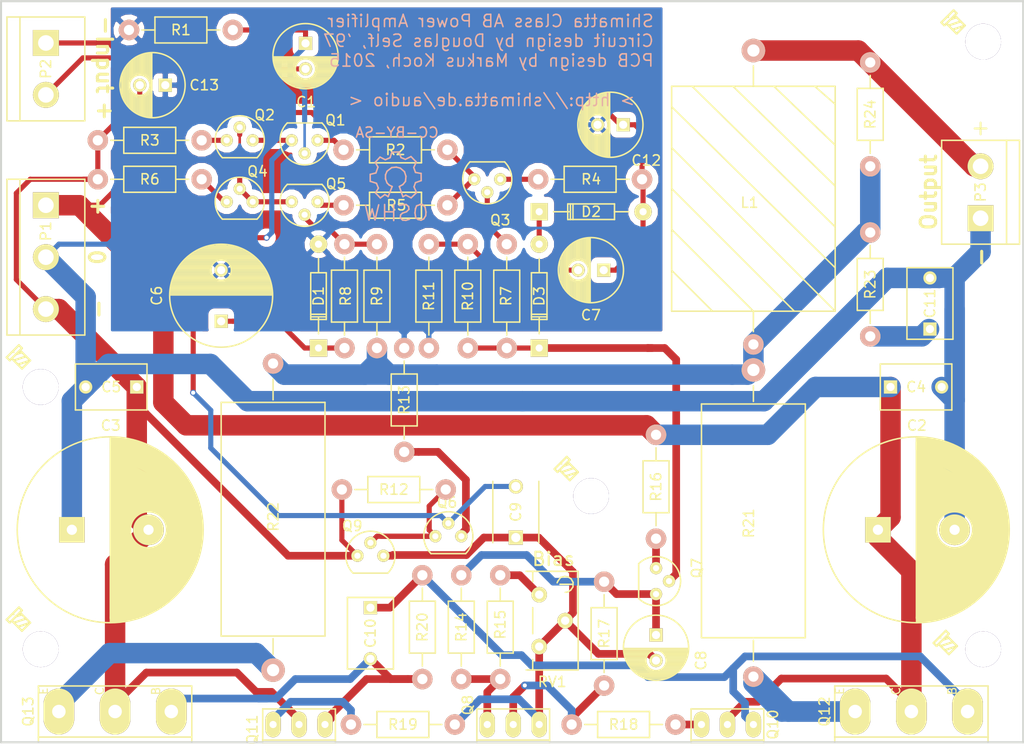
<source format=kicad_pcb>
(kicad_pcb (version 4) (host pcbnew "(2015-09-10 BZR 6180)-product")

  (general
    (links 0)
    (no_connects 0)
    (area 67.899999 104.399999 168.100001 177.100001)
    (thickness 1.6)
    (drawings 15)
    (tracks 348)
    (zones 0)
    (modules 70)
    (nets 37)
  )

  (page A4)
  (layers
    (0 F.Cu signal)
    (31 B.Cu signal)
    (32 B.Adhes user)
    (33 F.Adhes user)
    (34 B.Paste user)
    (35 F.Paste user)
    (36 B.SilkS user)
    (37 F.SilkS user)
    (38 B.Mask user)
    (39 F.Mask user)
    (40 Dwgs.User user)
    (41 Cmts.User user)
    (42 Eco1.User user)
    (43 Eco2.User user)
    (44 Edge.Cuts user)
    (45 Margin user)
    (46 B.CrtYd user)
    (47 F.CrtYd user)
    (48 B.Fab user)
    (49 F.Fab user)
  )

  (setup
    (last_trace_width 0.5)
    (user_trace_width 0.5)
    (user_trace_width 0.75)
    (user_trace_width 1)
    (user_trace_width 1.25)
    (user_trace_width 1.5)
    (user_trace_width 1.75)
    (user_trace_width 2)
    (trace_clearance 0.6)
    (zone_clearance 0.508)
    (zone_45_only no)
    (trace_min 0.2)
    (segment_width 0.2)
    (edge_width 0.2)
    (via_size 0.6)
    (via_drill 0.4)
    (via_min_size 0.4)
    (via_min_drill 0.3)
    (uvia_size 0.3)
    (uvia_drill 0.1)
    (uvias_allowed no)
    (uvia_min_size 0.2)
    (uvia_min_drill 0.1)
    (pcb_text_width 0.3)
    (pcb_text_size 1.5 1.5)
    (mod_edge_width 0.15)
    (mod_text_size 1 1)
    (mod_text_width 0.15)
    (pad_size 1.5 1.5)
    (pad_drill 0.6)
    (pad_to_mask_clearance 0)
    (aux_axis_origin 0 0)
    (visible_elements FFFFFF7F)
    (pcbplotparams
      (layerselection 0x00030_80000001)
      (usegerberextensions false)
      (excludeedgelayer true)
      (linewidth 0.100000)
      (plotframeref false)
      (viasonmask false)
      (mode 1)
      (useauxorigin false)
      (hpglpennumber 1)
      (hpglpenspeed 20)
      (hpglpendiameter 15)
      (hpglpenoverlay 2)
      (psnegative false)
      (psa4output false)
      (plotreference true)
      (plotvalue true)
      (plotinvisibletext false)
      (padsonsilk false)
      (subtractmaskfromsilk false)
      (outputformat 1)
      (mirror false)
      (drillshape 1)
      (scaleselection 1)
      (outputdirectory ""))
  )

  (net 0 "")
  (net 1 "Net-(C1-Pad2)")
  (net 2 "Net-(C1-Pad1)")
  (net 3 +36V)
  (net 4 AGND)
  (net 5 -36V)
  (net 6 "Net-(C6-Pad1)")
  (net 7 "Net-(C7-Pad2)")
  (net 8 "Net-(C8-Pad2)")
  (net 9 "Net-(C8-Pad1)")
  (net 10 "Net-(C9-Pad2)")
  (net 11 "Net-(C10-Pad1)")
  (net 12 "Net-(C10-Pad2)")
  (net 13 "Net-(C11-Pad1)")
  (net 14 "Net-(D2-Pad2)")
  (net 15 "Net-(D3-Pad2)")
  (net 16 /output)
  (net 17 /filtered)
  (net 18 "Net-(Q1-Pad1)")
  (net 19 "Net-(Q2-Pad2)")
  (net 20 "Net-(Q2-Pad1)")
  (net 21 "Net-(Q3-Pad2)")
  (net 22 "Net-(Q3-Pad1)")
  (net 23 "Net-(Q3-Pad3)")
  (net 24 "Net-(Q4-Pad1)")
  (net 25 "Net-(Q5-Pad2)")
  (net 26 "Net-(Q5-Pad1)")
  (net 27 "Net-(Q6-Pad3)")
  (net 28 "Net-(Q6-Pad1)")
  (net 29 "Net-(Q7-Pad1)")
  (net 30 "Net-(Q8-Pad2)")
  (net 31 "Net-(Q8-Pad3)")
  (net 32 "Net-(Q10-Pad2)")
  (net 33 "Net-(Q11-Pad2)")
  (net 34 "Net-(Q12-Pad1)")
  (net 35 "Net-(Q13-Pad1)")
  (net 36 "Net-(R15-Pad2)")

  (net_class Default "This is the default net class."
    (clearance 0.6)
    (trace_width 0.25)
    (via_dia 0.6)
    (via_drill 0.4)
    (uvia_dia 0.3)
    (uvia_drill 0.1)
    (add_net +36V)
    (add_net -36V)
    (add_net /filtered)
    (add_net /output)
    (add_net AGND)
    (add_net "Net-(C1-Pad1)")
    (add_net "Net-(C1-Pad2)")
    (add_net "Net-(C10-Pad1)")
    (add_net "Net-(C10-Pad2)")
    (add_net "Net-(C11-Pad1)")
    (add_net "Net-(C6-Pad1)")
    (add_net "Net-(C7-Pad2)")
    (add_net "Net-(C8-Pad1)")
    (add_net "Net-(C8-Pad2)")
    (add_net "Net-(C9-Pad2)")
    (add_net "Net-(D2-Pad2)")
    (add_net "Net-(D3-Pad2)")
    (add_net "Net-(Q1-Pad1)")
    (add_net "Net-(Q10-Pad2)")
    (add_net "Net-(Q11-Pad2)")
    (add_net "Net-(Q12-Pad1)")
    (add_net "Net-(Q13-Pad1)")
    (add_net "Net-(Q2-Pad1)")
    (add_net "Net-(Q2-Pad2)")
    (add_net "Net-(Q3-Pad1)")
    (add_net "Net-(Q3-Pad2)")
    (add_net "Net-(Q3-Pad3)")
    (add_net "Net-(Q4-Pad1)")
    (add_net "Net-(Q5-Pad1)")
    (add_net "Net-(Q5-Pad2)")
    (add_net "Net-(Q6-Pad1)")
    (add_net "Net-(Q6-Pad3)")
    (add_net "Net-(Q7-Pad1)")
    (add_net "Net-(Q8-Pad2)")
    (add_net "Net-(Q8-Pad3)")
    (add_net "Net-(R15-Pad2)")
  )

  (module Mounting_Holes:MountingHole_3-5mm (layer F.Cu) (tedit 56054DA6) (tstamp 56070042)
    (at 164.084 167.894)
    (descr "Mounting hole, Befestigungsbohrung, 3,5mm, No Annular, Kein Restring,")
    (tags "Mounting hole, Befestigungsbohrung, 3,5mm, No Annular, Kein Restring,")
    (fp_text reference "" (at 1.7145 -4.445) (layer F.SilkS)
      (effects (font (size 1 1) (thickness 0.15)))
    )
    (fp_text value MountingHole_3-5mm (at -4.572 2.794) (layer F.Fab)
      (effects (font (size 1 1) (thickness 0.15)))
    )
    (fp_circle (center 0 0) (end 3.5 0) (layer Cmts.User) (width 0.381))
    (pad 1 thru_hole circle (at 0 0) (size 3.5 3.5) (drill 3.5) (layers))
  )

  (module Resistors_ThroughHole:Resistor_Horizontal_RM10mm (layer F.Cu) (tedit 53F56209) (tstamp 55F95D38)
    (at 85.598 107.315 180)
    (descr "Resistor, Axial,  RM 10mm, 1/3W,")
    (tags "Resistor, Axial, RM 10mm, 1/3W,")
    (path /54742F51)
    (fp_text reference R1 (at 0 0 180) (layer F.SilkS)
      (effects (font (size 1 1) (thickness 0.15)))
    )
    (fp_text value 10k (at -0.275 2.085 180) (layer F.Fab)
      (effects (font (size 1 1) (thickness 0.15)))
    )
    (fp_line (start -2.54 -1.27) (end 2.54 -1.27) (layer F.SilkS) (width 0.15))
    (fp_line (start 2.54 -1.27) (end 2.54 1.27) (layer F.SilkS) (width 0.15))
    (fp_line (start 2.54 1.27) (end -2.54 1.27) (layer F.SilkS) (width 0.15))
    (fp_line (start -2.54 1.27) (end -2.54 -1.27) (layer F.SilkS) (width 0.15))
    (fp_line (start -2.54 0) (end -3.81 0) (layer F.SilkS) (width 0.15))
    (fp_line (start 2.54 0) (end 3.81 0) (layer F.SilkS) (width 0.15))
    (pad 1 thru_hole circle (at -5.08 0 180) (size 1.99898 1.99898) (drill 1.00076) (layers *.Cu *.SilkS *.Mask)
      (net 2 "Net-(C1-Pad1)"))
    (pad 2 thru_hole circle (at 5.08 0 180) (size 1.99898 1.99898) (drill 1.00076) (layers *.Cu *.SilkS *.Mask)
      (net 4 AGND))
    (model Resistors_ThroughHole.3dshapes/Resistor_Horizontal_RM10mm.wrl
      (at (xyz 0 0 0))
      (scale (xyz 0.4 0.4 0.4))
      (rotate (xyz 0 0 0))
    )
  )

  (module Resistors_ThroughHole:Resistor_Horizontal_RM10mm (layer F.Cu) (tedit 53F56209) (tstamp 55F95D68)
    (at 104.775 133.35 90)
    (descr "Resistor, Axial,  RM 10mm, 1/3W,")
    (tags "Resistor, Axial, RM 10mm, 1/3W,")
    (path /5473BA86)
    (fp_text reference R9 (at 0 0 90) (layer F.SilkS)
      (effects (font (size 1 1) (thickness 0.15)))
    )
    (fp_text value 10k (at 3.81 3.81 90) (layer F.Fab)
      (effects (font (size 1 1) (thickness 0.15)))
    )
    (fp_line (start -2.54 -1.27) (end 2.54 -1.27) (layer F.SilkS) (width 0.15))
    (fp_line (start 2.54 -1.27) (end 2.54 1.27) (layer F.SilkS) (width 0.15))
    (fp_line (start 2.54 1.27) (end -2.54 1.27) (layer F.SilkS) (width 0.15))
    (fp_line (start -2.54 1.27) (end -2.54 -1.27) (layer F.SilkS) (width 0.15))
    (fp_line (start -2.54 0) (end -3.81 0) (layer F.SilkS) (width 0.15))
    (fp_line (start 2.54 0) (end 3.81 0) (layer F.SilkS) (width 0.15))
    (pad 1 thru_hole circle (at -5.08 0 90) (size 1.99898 1.99898) (drill 1.00076) (layers *.Cu *.SilkS *.Mask)
      (net 16 /output))
    (pad 2 thru_hole circle (at 5.08 0 90) (size 1.99898 1.99898) (drill 1.00076) (layers *.Cu *.SilkS *.Mask)
      (net 25 "Net-(Q5-Pad2)"))
    (model Resistors_ThroughHole.3dshapes/Resistor_Horizontal_RM10mm.wrl
      (at (xyz 0 0 0))
      (scale (xyz 0.4 0.4 0.4))
      (rotate (xyz 0 0 0))
    )
  )

  (module Capacitors_ThroughHole:C_Radial_D6.3_L11.2_P2.5 (layer F.Cu) (tedit 0) (tstamp 55FD5DDB)
    (at 128.865 116.586 180)
    (descr "Radial Electrolytic Capacitor, Diameter 6.3mm x Length 11.2mm, Pitch 2.5mm")
    (tags "Electrolytic Capacitor")
    (path /55FD9555)
    (fp_text reference C12 (at -2.2625 -3.4925 180) (layer F.SilkS)
      (effects (font (size 1 1) (thickness 0.15)))
    )
    (fp_text value 10u (at 1.25 4.4 180) (layer F.Fab)
      (effects (font (size 1 1) (thickness 0.15)))
    )
    (fp_line (start 1.325 -3.149) (end 1.325 3.149) (layer F.SilkS) (width 0.15))
    (fp_line (start 1.465 -3.143) (end 1.465 3.143) (layer F.SilkS) (width 0.15))
    (fp_line (start 1.605 -3.13) (end 1.605 -0.446) (layer F.SilkS) (width 0.15))
    (fp_line (start 1.605 0.446) (end 1.605 3.13) (layer F.SilkS) (width 0.15))
    (fp_line (start 1.745 -3.111) (end 1.745 -0.656) (layer F.SilkS) (width 0.15))
    (fp_line (start 1.745 0.656) (end 1.745 3.111) (layer F.SilkS) (width 0.15))
    (fp_line (start 1.885 -3.085) (end 1.885 -0.789) (layer F.SilkS) (width 0.15))
    (fp_line (start 1.885 0.789) (end 1.885 3.085) (layer F.SilkS) (width 0.15))
    (fp_line (start 2.025 -3.053) (end 2.025 -0.88) (layer F.SilkS) (width 0.15))
    (fp_line (start 2.025 0.88) (end 2.025 3.053) (layer F.SilkS) (width 0.15))
    (fp_line (start 2.165 -3.014) (end 2.165 -0.942) (layer F.SilkS) (width 0.15))
    (fp_line (start 2.165 0.942) (end 2.165 3.014) (layer F.SilkS) (width 0.15))
    (fp_line (start 2.305 -2.968) (end 2.305 -0.981) (layer F.SilkS) (width 0.15))
    (fp_line (start 2.305 0.981) (end 2.305 2.968) (layer F.SilkS) (width 0.15))
    (fp_line (start 2.445 -2.915) (end 2.445 -0.998) (layer F.SilkS) (width 0.15))
    (fp_line (start 2.445 0.998) (end 2.445 2.915) (layer F.SilkS) (width 0.15))
    (fp_line (start 2.585 -2.853) (end 2.585 -0.996) (layer F.SilkS) (width 0.15))
    (fp_line (start 2.585 0.996) (end 2.585 2.853) (layer F.SilkS) (width 0.15))
    (fp_line (start 2.725 -2.783) (end 2.725 -0.974) (layer F.SilkS) (width 0.15))
    (fp_line (start 2.725 0.974) (end 2.725 2.783) (layer F.SilkS) (width 0.15))
    (fp_line (start 2.865 -2.704) (end 2.865 -0.931) (layer F.SilkS) (width 0.15))
    (fp_line (start 2.865 0.931) (end 2.865 2.704) (layer F.SilkS) (width 0.15))
    (fp_line (start 3.005 -2.616) (end 3.005 -0.863) (layer F.SilkS) (width 0.15))
    (fp_line (start 3.005 0.863) (end 3.005 2.616) (layer F.SilkS) (width 0.15))
    (fp_line (start 3.145 -2.516) (end 3.145 -0.764) (layer F.SilkS) (width 0.15))
    (fp_line (start 3.145 0.764) (end 3.145 2.516) (layer F.SilkS) (width 0.15))
    (fp_line (start 3.285 -2.404) (end 3.285 -0.619) (layer F.SilkS) (width 0.15))
    (fp_line (start 3.285 0.619) (end 3.285 2.404) (layer F.SilkS) (width 0.15))
    (fp_line (start 3.425 -2.279) (end 3.425 -0.38) (layer F.SilkS) (width 0.15))
    (fp_line (start 3.425 0.38) (end 3.425 2.279) (layer F.SilkS) (width 0.15))
    (fp_line (start 3.565 -2.136) (end 3.565 2.136) (layer F.SilkS) (width 0.15))
    (fp_line (start 3.705 -1.974) (end 3.705 1.974) (layer F.SilkS) (width 0.15))
    (fp_line (start 3.845 -1.786) (end 3.845 1.786) (layer F.SilkS) (width 0.15))
    (fp_line (start 3.985 -1.563) (end 3.985 1.563) (layer F.SilkS) (width 0.15))
    (fp_line (start 4.125 -1.287) (end 4.125 1.287) (layer F.SilkS) (width 0.15))
    (fp_line (start 4.265 -0.912) (end 4.265 0.912) (layer F.SilkS) (width 0.15))
    (fp_circle (center 2.5 0) (end 2.5 -1) (layer F.SilkS) (width 0.15))
    (fp_circle (center 1.25 0) (end 1.25 -3.1875) (layer F.SilkS) (width 0.15))
    (fp_circle (center 1.25 0) (end 1.25 -3.4) (layer F.CrtYd) (width 0.05))
    (pad 2 thru_hole circle (at 2.5 0 180) (size 1.3 1.3) (drill 0.8) (layers *.Cu *.Mask F.SilkS)
      (net 4 AGND))
    (pad 1 thru_hole rect (at 0 0 180) (size 1.3 1.3) (drill 0.8) (layers *.Cu *.Mask F.SilkS)
      (net 3 +36V))
    (model Capacitors_ThroughHole.3dshapes/C_Radial_D6.3_L11.2_P2.5.wrl
      (at (xyz 0 0 0))
      (scale (xyz 1 1 1))
      (rotate (xyz 0 0 0))
    )
  )

  (module transistor:TO-92_Molded_Narrow_LargerPads (layer F.Cu) (tedit 55FAAB43) (tstamp 55FABE3C)
    (at 110.49 156.845)
    (descr "TO-92 leads molded, narrow, drill 0.6mm (see NXP sot054_po.pdf)")
    (tags "to-92 sc-43 sc-43a sot54 PA33 transistor")
    (path /5473BBBD)
    (fp_text reference Q6 (at 1.143 -3.302) (layer F.SilkS)
      (effects (font (size 1 1) (thickness 0.15)))
    )
    (fp_text value NPN (at 0 3) (layer F.Fab)
      (effects (font (size 1 1) (thickness 0.15)))
    )
    (fp_line (start -1.4 1.95) (end -1.4 -2.65) (layer F.CrtYd) (width 0.05))
    (fp_line (start -1.4 1.95) (end 3.9 1.95) (layer F.CrtYd) (width 0.05))
    (fp_line (start -0.43 1.7) (end 2.97 1.7) (layer F.SilkS) (width 0.15))
    (fp_arc (start 1.27 0) (end 1.27 -2.4) (angle -135) (layer F.SilkS) (width 0.15))
    (fp_arc (start 1.27 0) (end 1.27 -2.4) (angle 135) (layer F.SilkS) (width 0.15))
    (fp_line (start -1.4 -2.65) (end 3.9 -2.65) (layer F.CrtYd) (width 0.05))
    (fp_line (start 3.9 1.95) (end 3.9 -2.65) (layer F.CrtYd) (width 0.05))
    (pad 2 thru_hole circle (at 1.27 -1.27 90) (size 1.2 1.2) (drill 0.6) (layers *.Cu *.Mask F.SilkS)
      (net 10 "Net-(C9-Pad2)"))
    (pad 3 thru_hole circle (at 2.54 0 90) (size 1.2 1.2) (drill 0.6) (layers *.Cu *.Mask F.SilkS)
      (net 27 "Net-(Q6-Pad3)"))
    (pad 1 thru_hole circle (at 0 0 90) (size 1.2 1.2) (drill 0.6) (layers *.Cu *.Mask F.SilkS)
      (net 28 "Net-(Q6-Pad1)"))
    (model Housings_TO-92.3dshapes/TO-92_Molded_Narrow.wrl
      (at (xyz 0.05 0 0))
      (scale (xyz 1 1 1))
      (rotate (xyz 0 0 -90))
    )
  )

  (module Capacitors_ThroughHole:C_Radial_D6.3_L11.2_P2.5 (layer F.Cu) (tedit 0) (tstamp 55F95C9A)
    (at 132.08 166.5 270)
    (descr "Radial Electrolytic Capacitor, Diameter 6.3mm x Length 11.2mm, Pitch 2.5mm")
    (tags "Electrolytic Capacitor")
    (path /54739B91)
    (fp_text reference C8 (at 2.5 -4.4 270) (layer F.SilkS)
      (effects (font (size 1 1) (thickness 0.15)))
    )
    (fp_text value 47u (at 0 2.54 270) (layer F.Fab)
      (effects (font (size 1 1) (thickness 0.15)))
    )
    (fp_line (start 1.325 -3.149) (end 1.325 3.149) (layer F.SilkS) (width 0.15))
    (fp_line (start 1.465 -3.143) (end 1.465 3.143) (layer F.SilkS) (width 0.15))
    (fp_line (start 1.605 -3.13) (end 1.605 -0.446) (layer F.SilkS) (width 0.15))
    (fp_line (start 1.605 0.446) (end 1.605 3.13) (layer F.SilkS) (width 0.15))
    (fp_line (start 1.745 -3.111) (end 1.745 -0.656) (layer F.SilkS) (width 0.15))
    (fp_line (start 1.745 0.656) (end 1.745 3.111) (layer F.SilkS) (width 0.15))
    (fp_line (start 1.885 -3.085) (end 1.885 -0.789) (layer F.SilkS) (width 0.15))
    (fp_line (start 1.885 0.789) (end 1.885 3.085) (layer F.SilkS) (width 0.15))
    (fp_line (start 2.025 -3.053) (end 2.025 -0.88) (layer F.SilkS) (width 0.15))
    (fp_line (start 2.025 0.88) (end 2.025 3.053) (layer F.SilkS) (width 0.15))
    (fp_line (start 2.165 -3.014) (end 2.165 -0.942) (layer F.SilkS) (width 0.15))
    (fp_line (start 2.165 0.942) (end 2.165 3.014) (layer F.SilkS) (width 0.15))
    (fp_line (start 2.305 -2.968) (end 2.305 -0.981) (layer F.SilkS) (width 0.15))
    (fp_line (start 2.305 0.981) (end 2.305 2.968) (layer F.SilkS) (width 0.15))
    (fp_line (start 2.445 -2.915) (end 2.445 -0.998) (layer F.SilkS) (width 0.15))
    (fp_line (start 2.445 0.998) (end 2.445 2.915) (layer F.SilkS) (width 0.15))
    (fp_line (start 2.585 -2.853) (end 2.585 -0.996) (layer F.SilkS) (width 0.15))
    (fp_line (start 2.585 0.996) (end 2.585 2.853) (layer F.SilkS) (width 0.15))
    (fp_line (start 2.725 -2.783) (end 2.725 -0.974) (layer F.SilkS) (width 0.15))
    (fp_line (start 2.725 0.974) (end 2.725 2.783) (layer F.SilkS) (width 0.15))
    (fp_line (start 2.865 -2.704) (end 2.865 -0.931) (layer F.SilkS) (width 0.15))
    (fp_line (start 2.865 0.931) (end 2.865 2.704) (layer F.SilkS) (width 0.15))
    (fp_line (start 3.005 -2.616) (end 3.005 -0.863) (layer F.SilkS) (width 0.15))
    (fp_line (start 3.005 0.863) (end 3.005 2.616) (layer F.SilkS) (width 0.15))
    (fp_line (start 3.145 -2.516) (end 3.145 -0.764) (layer F.SilkS) (width 0.15))
    (fp_line (start 3.145 0.764) (end 3.145 2.516) (layer F.SilkS) (width 0.15))
    (fp_line (start 3.285 -2.404) (end 3.285 -0.619) (layer F.SilkS) (width 0.15))
    (fp_line (start 3.285 0.619) (end 3.285 2.404) (layer F.SilkS) (width 0.15))
    (fp_line (start 3.425 -2.279) (end 3.425 -0.38) (layer F.SilkS) (width 0.15))
    (fp_line (start 3.425 0.38) (end 3.425 2.279) (layer F.SilkS) (width 0.15))
    (fp_line (start 3.565 -2.136) (end 3.565 2.136) (layer F.SilkS) (width 0.15))
    (fp_line (start 3.705 -1.974) (end 3.705 1.974) (layer F.SilkS) (width 0.15))
    (fp_line (start 3.845 -1.786) (end 3.845 1.786) (layer F.SilkS) (width 0.15))
    (fp_line (start 3.985 -1.563) (end 3.985 1.563) (layer F.SilkS) (width 0.15))
    (fp_line (start 4.125 -1.287) (end 4.125 1.287) (layer F.SilkS) (width 0.15))
    (fp_line (start 4.265 -0.912) (end 4.265 0.912) (layer F.SilkS) (width 0.15))
    (fp_circle (center 2.5 0) (end 2.5 -1) (layer F.SilkS) (width 0.15))
    (fp_circle (center 1.25 0) (end 1.25 -3.1875) (layer F.SilkS) (width 0.15))
    (fp_circle (center 1.25 0) (end 1.25 -3.4) (layer F.CrtYd) (width 0.05))
    (pad 2 thru_hole circle (at 2.5 0 270) (size 1.3 1.3) (drill 0.8) (layers *.Cu *.Mask F.SilkS)
      (net 8 "Net-(C8-Pad2)"))
    (pad 1 thru_hole rect (at 0 0 270) (size 1.3 1.3) (drill 0.8) (layers *.Cu *.Mask F.SilkS)
      (net 9 "Net-(C8-Pad1)"))
    (model Capacitors_ThroughHole.3dshapes/C_Radial_D6.3_L11.2_P2.5.wrl
      (at (xyz 0 0 0))
      (scale (xyz 1 1 1))
      (rotate (xyz 0 0 0))
    )
  )

  (module Resistors_ThroughHole:Resistor_Horizontal_RM10mm (layer F.Cu) (tedit 53F56209) (tstamp 55F95D80)
    (at 107.442 143.51 270)
    (descr "Resistor, Axial,  RM 10mm, 1/3W,")
    (tags "Resistor, Axial, RM 10mm, 1/3W,")
    (path /55F4C5F0)
    (fp_text reference R13 (at 0 0 270) (layer F.SilkS)
      (effects (font (size 1 1) (thickness 0.15)))
    )
    (fp_text value 10k (at 2.54 1.27 270) (layer F.Fab)
      (effects (font (size 1 1) (thickness 0.15)))
    )
    (fp_line (start -2.54 -1.27) (end 2.54 -1.27) (layer F.SilkS) (width 0.15))
    (fp_line (start 2.54 -1.27) (end 2.54 1.27) (layer F.SilkS) (width 0.15))
    (fp_line (start 2.54 1.27) (end -2.54 1.27) (layer F.SilkS) (width 0.15))
    (fp_line (start -2.54 1.27) (end -2.54 -1.27) (layer F.SilkS) (width 0.15))
    (fp_line (start -2.54 0) (end -3.81 0) (layer F.SilkS) (width 0.15))
    (fp_line (start 2.54 0) (end 3.81 0) (layer F.SilkS) (width 0.15))
    (pad 1 thru_hole circle (at -5.08 0 270) (size 1.99898 1.99898) (drill 1.00076) (layers *.Cu *.SilkS *.Mask)
      (net 4 AGND))
    (pad 2 thru_hole circle (at 5.08 0 270) (size 1.99898 1.99898) (drill 1.00076) (layers *.Cu *.SilkS *.Mask)
      (net 27 "Net-(Q6-Pad3)"))
    (model Resistors_ThroughHole.3dshapes/Resistor_Horizontal_RM10mm.wrl
      (at (xyz 0 0 0))
      (scale (xyz 0.4 0.4 0.4))
      (rotate (xyz 0 0 0))
    )
  )

  (module Resistors_ThroughHole:Resistor_Horizontal_RM30mm (layer F.Cu) (tedit 53F563B7) (tstamp 55F95DB0)
    (at 141.605 155.575 90)
    (descr "Resistor, Axial, RM 30mm,")
    (tags "Resistor, Axial, RM 30mm,")
    (path /54737F31)
    (fp_text reference R21 (at 0 -0.45 90) (layer F.SilkS)
      (effects (font (size 1 1) (thickness 0.15)))
    )
    (fp_text value 0R1 (at 0 1.27 90) (layer F.Fab)
      (effects (font (size 1 1) (thickness 0.15)))
    )
    (fp_line (start -11.44524 0) (end -13.47724 0) (layer F.SilkS) (width 0.15))
    (fp_line (start 11.92276 0) (end 13.44676 0) (layer F.SilkS) (width 0.15))
    (fp_line (start -11.19124 -5.08) (end 11.66876 -5.08) (layer F.SilkS) (width 0.15))
    (fp_line (start 11.66876 -5.08) (end 11.66876 5.08) (layer F.SilkS) (width 0.15))
    (fp_line (start 11.66876 5.08) (end -11.19124 5.08) (layer F.SilkS) (width 0.15))
    (fp_line (start -11.19124 5.08) (end -11.19124 -5.08) (layer F.SilkS) (width 0.15))
    (pad 1 thru_hole circle (at -15 0 90) (size 1.99898 1.99898) (drill 1.00076) (layers *.Cu *.SilkS *.Mask)
      (net 34 "Net-(Q12-Pad1)"))
    (pad 2 thru_hole circle (at 15 0 90) (size 2.30124 2.30124) (drill 1.19888) (layers *.Cu *.SilkS *.Mask)
      (net 16 /output))
  )

  (module transistor:TO-92_Molded_Narrow_LargerPads (layer F.Cu) (tedit 55FAAB43) (tstamp 55FABE1E)
    (at 98.971041 118.11 180)
    (descr "TO-92 leads molded, narrow, drill 0.6mm (see NXP sot054_po.pdf)")
    (tags "to-92 sc-43 sc-43a sot54 PA33 transistor")
    (path /547519D3)
    (fp_text reference Q1 (at -1.739959 1.9685 180) (layer F.SilkS)
      (effects (font (size 1 1) (thickness 0.15)))
    )
    (fp_text value PNP (at 0 3 180) (layer F.Fab)
      (effects (font (size 1 1) (thickness 0.15)))
    )
    (fp_line (start -1.4 1.95) (end -1.4 -2.65) (layer F.CrtYd) (width 0.05))
    (fp_line (start -1.4 1.95) (end 3.9 1.95) (layer F.CrtYd) (width 0.05))
    (fp_line (start -0.43 1.7) (end 2.97 1.7) (layer F.SilkS) (width 0.15))
    (fp_arc (start 1.27 0) (end 1.27 -2.4) (angle -135) (layer F.SilkS) (width 0.15))
    (fp_arc (start 1.27 0) (end 1.27 -2.4) (angle 135) (layer F.SilkS) (width 0.15))
    (fp_line (start -1.4 -2.65) (end 3.9 -2.65) (layer F.CrtYd) (width 0.05))
    (fp_line (start 3.9 1.95) (end 3.9 -2.65) (layer F.CrtYd) (width 0.05))
    (pad 2 thru_hole circle (at 1.27 -1.27 270) (size 1.2 1.2) (drill 0.6) (layers *.Cu *.Mask F.SilkS)
      (net 2 "Net-(C1-Pad1)"))
    (pad 3 thru_hole circle (at 2.54 0 270) (size 1.2 1.2) (drill 0.6) (layers *.Cu *.Mask F.SilkS)
      (net 10 "Net-(C9-Pad2)"))
    (pad 1 thru_hole circle (at 0 0 270) (size 1.2 1.2) (drill 0.6) (layers *.Cu *.Mask F.SilkS)
      (net 18 "Net-(Q1-Pad1)"))
    (model Housings_TO-92.3dshapes/TO-92_Molded_Narrow.wrl
      (at (xyz 0.05 0 0))
      (scale (xyz 1 1 1))
      (rotate (xyz 0 0 -90))
    )
  )

  (module Resistors_ThroughHole:Resistor_Horizontal_RM10mm (layer F.Cu) (tedit 53F56209) (tstamp 55F95DBC)
    (at 153.035 132.207 270)
    (descr "Resistor, Axial,  RM 10mm, 1/3W,")
    (tags "Resistor, Axial, RM 10mm, 1/3W,")
    (path /54744FB8)
    (fp_text reference R23 (at 0 0 270) (layer F.SilkS)
      (effects (font (size 1 1) (thickness 0.15)))
    )
    (fp_text value 10R (at 1.27 1.27 270) (layer F.Fab)
      (effects (font (size 1 1) (thickness 0.15)))
    )
    (fp_line (start -2.54 -1.27) (end 2.54 -1.27) (layer F.SilkS) (width 0.15))
    (fp_line (start 2.54 -1.27) (end 2.54 1.27) (layer F.SilkS) (width 0.15))
    (fp_line (start 2.54 1.27) (end -2.54 1.27) (layer F.SilkS) (width 0.15))
    (fp_line (start -2.54 1.27) (end -2.54 -1.27) (layer F.SilkS) (width 0.15))
    (fp_line (start -2.54 0) (end -3.81 0) (layer F.SilkS) (width 0.15))
    (fp_line (start 2.54 0) (end 3.81 0) (layer F.SilkS) (width 0.15))
    (pad 1 thru_hole circle (at -5.08 0 270) (size 1.99898 1.99898) (drill 1.00076) (layers *.Cu *.SilkS *.Mask)
      (net 16 /output))
    (pad 2 thru_hole circle (at 5.08 0 270) (size 1.99898 1.99898) (drill 1.00076) (layers *.Cu *.SilkS *.Mask)
      (net 13 "Net-(C11-Pad1)"))
    (model Resistors_ThroughHole.3dshapes/Resistor_Horizontal_RM10mm.wrl
      (at (xyz 0 0 0))
      (scale (xyz 0.4 0.4 0.4))
      (rotate (xyz 0 0 0))
    )
  )

  (module transistor:TO-126 (layer F.Cu) (tedit 55F4846C) (tstamp 55F95D24)
    (at 99.695 175.26 270)
    (path /5473873C)
    (fp_text reference Q11 (at 0.508 7.112 270) (layer F.SilkS)
      (effects (font (size 1 1) (thickness 0.15)))
    )
    (fp_text value PNP (at 0 -1.778 270) (layer F.Fab)
      (effects (font (size 1 1) (thickness 0.15)))
    )
    (fp_line (start 1.524 -1.016) (end 1.778 -1.016) (layer F.SilkS) (width 0.15))
    (fp_line (start 1.778 -1.016) (end 1.778 6.096) (layer F.SilkS) (width 0.15))
    (fp_line (start 1.778 6.096) (end 1.524 6.096) (layer F.SilkS) (width 0.15))
    (fp_line (start -1.524 -1.016) (end 1.524 -1.016) (layer F.SilkS) (width 0.15))
    (fp_line (start 1.524 -1.016) (end 1.524 6.096) (layer F.SilkS) (width 0.15))
    (fp_line (start 1.524 6.096) (end -1.524 6.096) (layer F.SilkS) (width 0.15))
    (fp_line (start -1.524 6.096) (end -1.524 -1.016) (layer F.SilkS) (width 0.15))
    (pad 1 thru_hole oval (at 0 0 270) (size 2.5 1.5) (drill 0.7) (layers *.Cu *.Mask F.SilkS)
      (net 12 "Net-(C10-Pad2)"))
    (pad 2 thru_hole oval (at 0 5.08 270) (size 2.5 1.5) (drill 0.7) (layers *.Cu *.Mask F.SilkS)
      (net 33 "Net-(Q11-Pad2)"))
    (pad 3 thru_hole oval (at 0 2.54 270) (size 2.5 1.5) (drill 0.7) (layers *.Cu *.Mask F.SilkS)
      (net 5 -36V))
  )

  (module Capacitors_ThroughHole:C_Radial_D6.3_L11.2_P2.5 (layer F.Cu) (tedit 0) (tstamp 55F95C32)
    (at 97.79 108.625 270)
    (descr "Radial Electrolytic Capacitor, Diameter 6.3mm x Length 11.2mm, Pitch 2.5mm")
    (tags "Electrolytic Capacitor")
    (path /54743140)
    (fp_text reference C1 (at 5.7385 -0.0635 360) (layer F.SilkS)
      (effects (font (size 1 1) (thickness 0.15)))
    )
    (fp_text value 10u (at 1.25 4.4 270) (layer F.Fab)
      (effects (font (size 1 1) (thickness 0.15)))
    )
    (fp_line (start 1.325 -3.149) (end 1.325 3.149) (layer F.SilkS) (width 0.15))
    (fp_line (start 1.465 -3.143) (end 1.465 3.143) (layer F.SilkS) (width 0.15))
    (fp_line (start 1.605 -3.13) (end 1.605 -0.446) (layer F.SilkS) (width 0.15))
    (fp_line (start 1.605 0.446) (end 1.605 3.13) (layer F.SilkS) (width 0.15))
    (fp_line (start 1.745 -3.111) (end 1.745 -0.656) (layer F.SilkS) (width 0.15))
    (fp_line (start 1.745 0.656) (end 1.745 3.111) (layer F.SilkS) (width 0.15))
    (fp_line (start 1.885 -3.085) (end 1.885 -0.789) (layer F.SilkS) (width 0.15))
    (fp_line (start 1.885 0.789) (end 1.885 3.085) (layer F.SilkS) (width 0.15))
    (fp_line (start 2.025 -3.053) (end 2.025 -0.88) (layer F.SilkS) (width 0.15))
    (fp_line (start 2.025 0.88) (end 2.025 3.053) (layer F.SilkS) (width 0.15))
    (fp_line (start 2.165 -3.014) (end 2.165 -0.942) (layer F.SilkS) (width 0.15))
    (fp_line (start 2.165 0.942) (end 2.165 3.014) (layer F.SilkS) (width 0.15))
    (fp_line (start 2.305 -2.968) (end 2.305 -0.981) (layer F.SilkS) (width 0.15))
    (fp_line (start 2.305 0.981) (end 2.305 2.968) (layer F.SilkS) (width 0.15))
    (fp_line (start 2.445 -2.915) (end 2.445 -0.998) (layer F.SilkS) (width 0.15))
    (fp_line (start 2.445 0.998) (end 2.445 2.915) (layer F.SilkS) (width 0.15))
    (fp_line (start 2.585 -2.853) (end 2.585 -0.996) (layer F.SilkS) (width 0.15))
    (fp_line (start 2.585 0.996) (end 2.585 2.853) (layer F.SilkS) (width 0.15))
    (fp_line (start 2.725 -2.783) (end 2.725 -0.974) (layer F.SilkS) (width 0.15))
    (fp_line (start 2.725 0.974) (end 2.725 2.783) (layer F.SilkS) (width 0.15))
    (fp_line (start 2.865 -2.704) (end 2.865 -0.931) (layer F.SilkS) (width 0.15))
    (fp_line (start 2.865 0.931) (end 2.865 2.704) (layer F.SilkS) (width 0.15))
    (fp_line (start 3.005 -2.616) (end 3.005 -0.863) (layer F.SilkS) (width 0.15))
    (fp_line (start 3.005 0.863) (end 3.005 2.616) (layer F.SilkS) (width 0.15))
    (fp_line (start 3.145 -2.516) (end 3.145 -0.764) (layer F.SilkS) (width 0.15))
    (fp_line (start 3.145 0.764) (end 3.145 2.516) (layer F.SilkS) (width 0.15))
    (fp_line (start 3.285 -2.404) (end 3.285 -0.619) (layer F.SilkS) (width 0.15))
    (fp_line (start 3.285 0.619) (end 3.285 2.404) (layer F.SilkS) (width 0.15))
    (fp_line (start 3.425 -2.279) (end 3.425 -0.38) (layer F.SilkS) (width 0.15))
    (fp_line (start 3.425 0.38) (end 3.425 2.279) (layer F.SilkS) (width 0.15))
    (fp_line (start 3.565 -2.136) (end 3.565 2.136) (layer F.SilkS) (width 0.15))
    (fp_line (start 3.705 -1.974) (end 3.705 1.974) (layer F.SilkS) (width 0.15))
    (fp_line (start 3.845 -1.786) (end 3.845 1.786) (layer F.SilkS) (width 0.15))
    (fp_line (start 3.985 -1.563) (end 3.985 1.563) (layer F.SilkS) (width 0.15))
    (fp_line (start 4.125 -1.287) (end 4.125 1.287) (layer F.SilkS) (width 0.15))
    (fp_line (start 4.265 -0.912) (end 4.265 0.912) (layer F.SilkS) (width 0.15))
    (fp_circle (center 2.5 0) (end 2.5 -1) (layer F.SilkS) (width 0.15))
    (fp_circle (center 1.25 0) (end 1.25 -3.1875) (layer F.SilkS) (width 0.15))
    (fp_circle (center 1.25 0) (end 1.25 -3.4) (layer F.CrtYd) (width 0.05))
    (pad 2 thru_hole circle (at 2.5 0 270) (size 1.3 1.3) (drill 0.8) (layers *.Cu *.Mask F.SilkS)
      (net 1 "Net-(C1-Pad2)"))
    (pad 1 thru_hole rect (at 0 0 270) (size 1.3 1.3) (drill 0.8) (layers *.Cu *.Mask F.SilkS)
      (net 2 "Net-(C1-Pad1)"))
    (model Capacitors_ThroughHole.3dshapes/C_Radial_D6.3_L11.2_P2.5.wrl
      (at (xyz 0 0 0))
      (scale (xyz 1 1 1))
      (rotate (xyz 0 0 0))
    )
  )

  (module capacitors:C_Radial_D18_L30_P7.5_1mm (layer F.Cu) (tedit 55F94E50) (tstamp 55F95C57)
    (at 153.79 156.21)
    (descr "Radial Electrolytic Capacitor Diameter 18mm x Length 25mm, Pitch 7.5mm Pads 1mm")
    (tags "Electrolytic Capacitor")
    (path /5474D3C8)
    (fp_text reference C2 (at 3.8 -10.2) (layer F.SilkS)
      (effects (font (size 1 1) (thickness 0.15)))
    )
    (fp_text value 2200u (at 3.75 10.45) (layer F.Fab)
      (effects (font (size 1 1) (thickness 0.15)))
    )
    (fp_line (start 8.75 3.25) (end 7.5 4) (layer F.SilkS) (width 1.5))
    (fp_line (start 4.5 -6.25) (end 8.25 -4.25) (layer F.SilkS) (width 1.5))
    (fp_arc (start 3.75 0) (end 10.25 -0.75) (angle 90) (layer F.SilkS) (width 1.5))
    (fp_arc (start 3.75 0) (end 5 -7.25) (angle 90) (layer F.SilkS) (width 1.5))
    (fp_arc (start 3.75 0) (end 6 -8) (angle 90) (layer F.SilkS) (width 1.5))
    (fp_arc (start 3.75 0) (end 10.5 -3.5) (angle 90) (layer F.SilkS) (width 1.5))
    (fp_circle (center 7.5 0) (end 10.25 1) (layer F.SilkS) (width 1.5))
    (fp_line (start 3.775 -9.075) (end 3.775 9.075) (layer F.SilkS) (width 0.15))
    (fp_line (start 3.775 9.075) (end 3.9 8.975) (layer F.SilkS) (width 0.15))
    (fp_line (start 3.775 -8.35) (end 3.775 -9.075) (layer F.SilkS) (width 0.15))
    (fp_line (start 3.8 -9.1) (end 3.8 -8.4) (layer F.SilkS) (width 0.15))
    (fp_line (start 3.8 -8.4) (end 3.9 -9) (layer F.SilkS) (width 0.15))
    (fp_line (start 3.9 -9) (end 4 -9) (layer F.SilkS) (width 0.15))
    (fp_line (start 4.6 -8.4) (end 5.9 -8.3) (layer F.SilkS) (width 1))
    (fp_line (start 5.9 -8.3) (end 4.3 -8.6) (layer F.SilkS) (width 1))
    (fp_line (start 7.7 3) (end 7.7 3.3) (layer F.SilkS) (width 1))
    (fp_arc (start 3.7 0) (end 12.3 -0.5) (angle 90) (layer F.SilkS) (width 1))
    (fp_line (start 5.4 7.4) (end 5.8 7.8) (layer F.SilkS) (width 1))
    (fp_line (start 4.9 1.3) (end 5 8.5) (layer F.SilkS) (width 1))
    (fp_line (start 5 8.5) (end 7.1 7.8) (layer F.SilkS) (width 1))
    (fp_line (start 7.1 7.8) (end 5.7 7.1) (layer F.SilkS) (width 1))
    (fp_line (start 5.7 7.1) (end 5.5 2.5) (layer F.SilkS) (width 1))
    (fp_line (start 5.1 -5.2) (end 5.1 -1.7) (layer F.SilkS) (width 1))
    (fp_line (start 5.1 -1.7) (end 6 -4.8) (layer F.SilkS) (width 1))
    (fp_line (start 4.2 -8.5) (end 4.2 8.6) (layer F.SilkS) (width 1))
    (fp_line (start 4.2 -8.5) (end 4.2 -7.9) (layer F.SilkS) (width 1))
    (fp_line (start 6.6 3.2) (end 7 7.1) (layer F.SilkS) (width 2))
    (fp_circle (center 7.5 0) (end 9.4 1.1) (layer F.SilkS) (width 1))
    (fp_arc (start 7.5 0) (end 6.3 -3.4) (angle 90) (layer F.SilkS) (width 2))
    (fp_circle (center 3.75 0) (end 4.75 -9.0375) (layer F.SilkS) (width 0.15))
    (fp_circle (center 3.75 0) (end 4.75 -9.3) (layer F.CrtYd) (width 0.05))
    (pad 1 thru_hole rect (at 0 0) (size 2.5 2.5) (drill 1) (layers *.Cu *.Mask F.SilkS)
      (net 3 +36V))
    (pad 2 thru_hole circle (at 7.5 0) (size 3 3) (drill 1) (layers *.Cu *.Mask F.SilkS)
      (net 4 AGND))
    (model Capacitors_ThroughHole.3dshapes/C_Radial_D16_L30_P7.5.wrl
      (at (xyz 0.147638 0 0))
      (scale (xyz 1 1 1))
      (rotate (xyz 0 0 90))
    )
  )

  (module capacitors:C_Radial_D18_L30_P7.5_1mm (layer F.Cu) (tedit 55F94E50) (tstamp 55F95C7C)
    (at 74.93 156.21)
    (descr "Radial Electrolytic Capacitor Diameter 18mm x Length 25mm, Pitch 7.5mm Pads 1mm")
    (tags "Electrolytic Capacitor")
    (path /547508A5)
    (fp_text reference C3 (at 3.8 -10.2) (layer F.SilkS)
      (effects (font (size 1 1) (thickness 0.15)))
    )
    (fp_text value 2200u (at 3.75 10.45) (layer F.Fab)
      (effects (font (size 1 1) (thickness 0.15)))
    )
    (fp_line (start 8.75 3.25) (end 7.5 4) (layer F.SilkS) (width 1.5))
    (fp_line (start 4.5 -6.25) (end 8.25 -4.25) (layer F.SilkS) (width 1.5))
    (fp_arc (start 3.75 0) (end 10.25 -0.75) (angle 90) (layer F.SilkS) (width 1.5))
    (fp_arc (start 3.75 0) (end 5 -7.25) (angle 90) (layer F.SilkS) (width 1.5))
    (fp_arc (start 3.75 0) (end 6 -8) (angle 90) (layer F.SilkS) (width 1.5))
    (fp_arc (start 3.75 0) (end 10.5 -3.5) (angle 90) (layer F.SilkS) (width 1.5))
    (fp_circle (center 7.5 0) (end 10.25 1) (layer F.SilkS) (width 1.5))
    (fp_line (start 3.775 -9.075) (end 3.775 9.075) (layer F.SilkS) (width 0.15))
    (fp_line (start 3.775 9.075) (end 3.9 8.975) (layer F.SilkS) (width 0.15))
    (fp_line (start 3.775 -8.35) (end 3.775 -9.075) (layer F.SilkS) (width 0.15))
    (fp_line (start 3.8 -9.1) (end 3.8 -8.4) (layer F.SilkS) (width 0.15))
    (fp_line (start 3.8 -8.4) (end 3.9 -9) (layer F.SilkS) (width 0.15))
    (fp_line (start 3.9 -9) (end 4 -9) (layer F.SilkS) (width 0.15))
    (fp_line (start 4.6 -8.4) (end 5.9 -8.3) (layer F.SilkS) (width 1))
    (fp_line (start 5.9 -8.3) (end 4.3 -8.6) (layer F.SilkS) (width 1))
    (fp_line (start 7.7 3) (end 7.7 3.3) (layer F.SilkS) (width 1))
    (fp_arc (start 3.7 0) (end 12.3 -0.5) (angle 90) (layer F.SilkS) (width 1))
    (fp_line (start 5.4 7.4) (end 5.8 7.8) (layer F.SilkS) (width 1))
    (fp_line (start 4.9 1.3) (end 5 8.5) (layer F.SilkS) (width 1))
    (fp_line (start 5 8.5) (end 7.1 7.8) (layer F.SilkS) (width 1))
    (fp_line (start 7.1 7.8) (end 5.7 7.1) (layer F.SilkS) (width 1))
    (fp_line (start 5.7 7.1) (end 5.5 2.5) (layer F.SilkS) (width 1))
    (fp_line (start 5.1 -5.2) (end 5.1 -1.7) (layer F.SilkS) (width 1))
    (fp_line (start 5.1 -1.7) (end 6 -4.8) (layer F.SilkS) (width 1))
    (fp_line (start 4.2 -8.5) (end 4.2 8.6) (layer F.SilkS) (width 1))
    (fp_line (start 4.2 -8.5) (end 4.2 -7.9) (layer F.SilkS) (width 1))
    (fp_line (start 6.6 3.2) (end 7 7.1) (layer F.SilkS) (width 2))
    (fp_circle (center 7.5 0) (end 9.4 1.1) (layer F.SilkS) (width 1))
    (fp_arc (start 7.5 0) (end 6.3 -3.4) (angle 90) (layer F.SilkS) (width 2))
    (fp_circle (center 3.75 0) (end 4.75 -9.0375) (layer F.SilkS) (width 0.15))
    (fp_circle (center 3.75 0) (end 4.75 -9.3) (layer F.CrtYd) (width 0.05))
    (pad 1 thru_hole rect (at 0 0) (size 2.5 2.5) (drill 1) (layers *.Cu *.Mask F.SilkS)
      (net 4 AGND))
    (pad 2 thru_hole circle (at 7.5 0) (size 3 3) (drill 1) (layers *.Cu *.Mask F.SilkS)
      (net 5 -36V))
    (model Capacitors_ThroughHole.3dshapes/C_Radial_D16_L30_P7.5.wrl
      (at (xyz 0.147638 0 0))
      (scale (xyz 1 1 1))
      (rotate (xyz 0 0 90))
    )
  )

  (module Capacitors_ThroughHole:C_Rect_L7_W4.5_P5 (layer F.Cu) (tedit 0) (tstamp 55F95C82)
    (at 155.02 142.24)
    (descr "Film Capacitor Length 7mm x Width 4.5mm, Pitch 5mm")
    (tags Capacitor)
    (path /5474D986)
    (fp_text reference C4 (at 2.5 0) (layer F.SilkS)
      (effects (font (size 1 1) (thickness 0.15)))
    )
    (fp_text value 100n (at 6.27 2.54) (layer F.Fab)
      (effects (font (size 1 1) (thickness 0.15)))
    )
    (fp_line (start -1.25 -2.5) (end 6.25 -2.5) (layer F.CrtYd) (width 0.05))
    (fp_line (start 6.25 -2.5) (end 6.25 2.5) (layer F.CrtYd) (width 0.05))
    (fp_line (start 6.25 2.5) (end -1.25 2.5) (layer F.CrtYd) (width 0.05))
    (fp_line (start -1.25 2.5) (end -1.25 -2.5) (layer F.CrtYd) (width 0.05))
    (fp_line (start -1 -2.25) (end 6 -2.25) (layer F.SilkS) (width 0.15))
    (fp_line (start 6 -2.25) (end 6 2.25) (layer F.SilkS) (width 0.15))
    (fp_line (start 6 2.25) (end -1 2.25) (layer F.SilkS) (width 0.15))
    (fp_line (start -1 2.25) (end -1 -2.25) (layer F.SilkS) (width 0.15))
    (pad 1 thru_hole rect (at 0 0) (size 1.3 1.3) (drill 0.8) (layers *.Cu *.Mask F.SilkS)
      (net 3 +36V))
    (pad 2 thru_hole circle (at 5 0) (size 1.3 1.3) (drill 0.8) (layers *.Cu *.Mask F.SilkS)
      (net 4 AGND))
    (model Capacitors_ThroughHole.3dshapes/C_Rect_L7_W4.5_P5.wrl
      (at (xyz 0.098425 0 0))
      (scale (xyz 1 1 1))
      (rotate (xyz 0 0 0))
    )
  )

  (module Capacitors_ThroughHole:C_Rect_L7_W4.5_P5 (layer F.Cu) (tedit 0) (tstamp 55F95C88)
    (at 81.28 142.24 180)
    (descr "Film Capacitor Length 7mm x Width 4.5mm, Pitch 5mm")
    (tags Capacitor)
    (path /547508AB)
    (fp_text reference C5 (at 2.5 0 180) (layer F.SilkS)
      (effects (font (size 1 1) (thickness 0.15)))
    )
    (fp_text value 100n (at 2.5 3.5 180) (layer F.Fab)
      (effects (font (size 1 1) (thickness 0.15)))
    )
    (fp_line (start -1.25 -2.5) (end 6.25 -2.5) (layer F.CrtYd) (width 0.05))
    (fp_line (start 6.25 -2.5) (end 6.25 2.5) (layer F.CrtYd) (width 0.05))
    (fp_line (start 6.25 2.5) (end -1.25 2.5) (layer F.CrtYd) (width 0.05))
    (fp_line (start -1.25 2.5) (end -1.25 -2.5) (layer F.CrtYd) (width 0.05))
    (fp_line (start -1 -2.25) (end 6 -2.25) (layer F.SilkS) (width 0.15))
    (fp_line (start 6 -2.25) (end 6 2.25) (layer F.SilkS) (width 0.15))
    (fp_line (start 6 2.25) (end -1 2.25) (layer F.SilkS) (width 0.15))
    (fp_line (start -1 2.25) (end -1 -2.25) (layer F.SilkS) (width 0.15))
    (pad 1 thru_hole rect (at 0 0 180) (size 1.3 1.3) (drill 0.8) (layers *.Cu *.Mask F.SilkS)
      (net 5 -36V))
    (pad 2 thru_hole circle (at 5 0 180) (size 1.3 1.3) (drill 0.8) (layers *.Cu *.Mask F.SilkS)
      (net 4 AGND))
    (model Capacitors_ThroughHole.3dshapes/C_Rect_L7_W4.5_P5.wrl
      (at (xyz 0.098425 0 0))
      (scale (xyz 1 1 1))
      (rotate (xyz 0 0 0))
    )
  )

  (module Capacitors_ThroughHole:C_Radial_D10_L16_P5 (layer F.Cu) (tedit 0) (tstamp 55F95C8E)
    (at 89.535 135.81 90)
    (descr "Radial Electrolytic Capacitor 10mm x Length 16mm, Pitch 5mm")
    (tags "Electrolytic Capacitor")
    (path /54755428)
    (fp_text reference C6 (at 2.5 -6.3 90) (layer F.SilkS)
      (effects (font (size 1 1) (thickness 0.15)))
    )
    (fp_text value 220u (at 2.5 6.3 90) (layer F.Fab)
      (effects (font (size 1 1) (thickness 0.15)))
    )
    (fp_line (start 2.575 -4.999) (end 2.575 4.999) (layer F.SilkS) (width 0.15))
    (fp_line (start 2.715 -4.995) (end 2.715 4.995) (layer F.SilkS) (width 0.15))
    (fp_line (start 2.855 -4.987) (end 2.855 4.987) (layer F.SilkS) (width 0.15))
    (fp_line (start 2.995 -4.975) (end 2.995 4.975) (layer F.SilkS) (width 0.15))
    (fp_line (start 3.135 -4.96) (end 3.135 4.96) (layer F.SilkS) (width 0.15))
    (fp_line (start 3.275 -4.94) (end 3.275 4.94) (layer F.SilkS) (width 0.15))
    (fp_line (start 3.415 -4.916) (end 3.415 4.916) (layer F.SilkS) (width 0.15))
    (fp_line (start 3.555 -4.887) (end 3.555 4.887) (layer F.SilkS) (width 0.15))
    (fp_line (start 3.695 -4.855) (end 3.695 4.855) (layer F.SilkS) (width 0.15))
    (fp_line (start 3.835 -4.818) (end 3.835 4.818) (layer F.SilkS) (width 0.15))
    (fp_line (start 3.975 -4.777) (end 3.975 4.777) (layer F.SilkS) (width 0.15))
    (fp_line (start 4.115 -4.732) (end 4.115 -0.466) (layer F.SilkS) (width 0.15))
    (fp_line (start 4.115 0.466) (end 4.115 4.732) (layer F.SilkS) (width 0.15))
    (fp_line (start 4.255 -4.682) (end 4.255 -0.667) (layer F.SilkS) (width 0.15))
    (fp_line (start 4.255 0.667) (end 4.255 4.682) (layer F.SilkS) (width 0.15))
    (fp_line (start 4.395 -4.627) (end 4.395 -0.796) (layer F.SilkS) (width 0.15))
    (fp_line (start 4.395 0.796) (end 4.395 4.627) (layer F.SilkS) (width 0.15))
    (fp_line (start 4.535 -4.567) (end 4.535 -0.885) (layer F.SilkS) (width 0.15))
    (fp_line (start 4.535 0.885) (end 4.535 4.567) (layer F.SilkS) (width 0.15))
    (fp_line (start 4.675 -4.502) (end 4.675 -0.946) (layer F.SilkS) (width 0.15))
    (fp_line (start 4.675 0.946) (end 4.675 4.502) (layer F.SilkS) (width 0.15))
    (fp_line (start 4.815 -4.432) (end 4.815 -0.983) (layer F.SilkS) (width 0.15))
    (fp_line (start 4.815 0.983) (end 4.815 4.432) (layer F.SilkS) (width 0.15))
    (fp_line (start 4.955 -4.356) (end 4.955 -0.999) (layer F.SilkS) (width 0.15))
    (fp_line (start 4.955 0.999) (end 4.955 4.356) (layer F.SilkS) (width 0.15))
    (fp_line (start 5.095 -4.274) (end 5.095 -0.995) (layer F.SilkS) (width 0.15))
    (fp_line (start 5.095 0.995) (end 5.095 4.274) (layer F.SilkS) (width 0.15))
    (fp_line (start 5.235 -4.186) (end 5.235 -0.972) (layer F.SilkS) (width 0.15))
    (fp_line (start 5.235 0.972) (end 5.235 4.186) (layer F.SilkS) (width 0.15))
    (fp_line (start 5.375 -4.091) (end 5.375 -0.927) (layer F.SilkS) (width 0.15))
    (fp_line (start 5.375 0.927) (end 5.375 4.091) (layer F.SilkS) (width 0.15))
    (fp_line (start 5.515 -3.989) (end 5.515 -0.857) (layer F.SilkS) (width 0.15))
    (fp_line (start 5.515 0.857) (end 5.515 3.989) (layer F.SilkS) (width 0.15))
    (fp_line (start 5.655 -3.879) (end 5.655 -0.756) (layer F.SilkS) (width 0.15))
    (fp_line (start 5.655 0.756) (end 5.655 3.879) (layer F.SilkS) (width 0.15))
    (fp_line (start 5.795 -3.761) (end 5.795 -0.607) (layer F.SilkS) (width 0.15))
    (fp_line (start 5.795 0.607) (end 5.795 3.761) (layer F.SilkS) (width 0.15))
    (fp_line (start 5.935 -3.633) (end 5.935 -0.355) (layer F.SilkS) (width 0.15))
    (fp_line (start 5.935 0.355) (end 5.935 3.633) (layer F.SilkS) (width 0.15))
    (fp_line (start 6.075 -3.496) (end 6.075 3.496) (layer F.SilkS) (width 0.15))
    (fp_line (start 6.215 -3.346) (end 6.215 3.346) (layer F.SilkS) (width 0.15))
    (fp_line (start 6.355 -3.184) (end 6.355 3.184) (layer F.SilkS) (width 0.15))
    (fp_line (start 6.495 -3.007) (end 6.495 3.007) (layer F.SilkS) (width 0.15))
    (fp_line (start 6.635 -2.811) (end 6.635 2.811) (layer F.SilkS) (width 0.15))
    (fp_line (start 6.775 -2.593) (end 6.775 2.593) (layer F.SilkS) (width 0.15))
    (fp_line (start 6.915 -2.347) (end 6.915 2.347) (layer F.SilkS) (width 0.15))
    (fp_line (start 7.055 -2.062) (end 7.055 2.062) (layer F.SilkS) (width 0.15))
    (fp_line (start 7.195 -1.72) (end 7.195 1.72) (layer F.SilkS) (width 0.15))
    (fp_line (start 7.335 -1.274) (end 7.335 1.274) (layer F.SilkS) (width 0.15))
    (fp_line (start 7.475 -0.499) (end 7.475 0.499) (layer F.SilkS) (width 0.15))
    (fp_circle (center 5 0) (end 5 -1) (layer F.SilkS) (width 0.15))
    (fp_circle (center 2.5 0) (end 2.5 -5.0375) (layer F.SilkS) (width 0.15))
    (fp_circle (center 2.5 0) (end 2.5 -5.3) (layer F.CrtYd) (width 0.05))
    (pad 1 thru_hole rect (at 0 0 90) (size 1.3 1.3) (drill 0.8) (layers *.Cu *.Mask F.SilkS)
      (net 6 "Net-(C6-Pad1)"))
    (pad 2 thru_hole circle (at 5 0 90) (size 1.3 1.3) (drill 0.8) (layers *.Cu *.Mask F.SilkS)
      (net 4 AGND))
    (model Capacitors_ThroughHole.3dshapes/C_Radial_D10_L16_P5.wrl
      (at (xyz 0.0984252 0 0))
      (scale (xyz 1 1 1))
      (rotate (xyz 0 0 90))
    )
  )

  (module Capacitors_ThroughHole:C_Radial_D6.3_L11.2_P2.5 (layer F.Cu) (tedit 0) (tstamp 55F95C94)
    (at 126.96 130.81 180)
    (descr "Radial Electrolytic Capacitor, Diameter 6.3mm x Length 11.2mm, Pitch 2.5mm")
    (tags "Electrolytic Capacitor")
    (path /5474CC3B)
    (fp_text reference C7 (at 1.25 -4.4 180) (layer F.SilkS)
      (effects (font (size 1 1) (thickness 0.15)))
    )
    (fp_text value 47u (at 5.08 2.54 180) (layer F.Fab)
      (effects (font (size 1 1) (thickness 0.15)))
    )
    (fp_line (start 1.325 -3.149) (end 1.325 3.149) (layer F.SilkS) (width 0.15))
    (fp_line (start 1.465 -3.143) (end 1.465 3.143) (layer F.SilkS) (width 0.15))
    (fp_line (start 1.605 -3.13) (end 1.605 -0.446) (layer F.SilkS) (width 0.15))
    (fp_line (start 1.605 0.446) (end 1.605 3.13) (layer F.SilkS) (width 0.15))
    (fp_line (start 1.745 -3.111) (end 1.745 -0.656) (layer F.SilkS) (width 0.15))
    (fp_line (start 1.745 0.656) (end 1.745 3.111) (layer F.SilkS) (width 0.15))
    (fp_line (start 1.885 -3.085) (end 1.885 -0.789) (layer F.SilkS) (width 0.15))
    (fp_line (start 1.885 0.789) (end 1.885 3.085) (layer F.SilkS) (width 0.15))
    (fp_line (start 2.025 -3.053) (end 2.025 -0.88) (layer F.SilkS) (width 0.15))
    (fp_line (start 2.025 0.88) (end 2.025 3.053) (layer F.SilkS) (width 0.15))
    (fp_line (start 2.165 -3.014) (end 2.165 -0.942) (layer F.SilkS) (width 0.15))
    (fp_line (start 2.165 0.942) (end 2.165 3.014) (layer F.SilkS) (width 0.15))
    (fp_line (start 2.305 -2.968) (end 2.305 -0.981) (layer F.SilkS) (width 0.15))
    (fp_line (start 2.305 0.981) (end 2.305 2.968) (layer F.SilkS) (width 0.15))
    (fp_line (start 2.445 -2.915) (end 2.445 -0.998) (layer F.SilkS) (width 0.15))
    (fp_line (start 2.445 0.998) (end 2.445 2.915) (layer F.SilkS) (width 0.15))
    (fp_line (start 2.585 -2.853) (end 2.585 -0.996) (layer F.SilkS) (width 0.15))
    (fp_line (start 2.585 0.996) (end 2.585 2.853) (layer F.SilkS) (width 0.15))
    (fp_line (start 2.725 -2.783) (end 2.725 -0.974) (layer F.SilkS) (width 0.15))
    (fp_line (start 2.725 0.974) (end 2.725 2.783) (layer F.SilkS) (width 0.15))
    (fp_line (start 2.865 -2.704) (end 2.865 -0.931) (layer F.SilkS) (width 0.15))
    (fp_line (start 2.865 0.931) (end 2.865 2.704) (layer F.SilkS) (width 0.15))
    (fp_line (start 3.005 -2.616) (end 3.005 -0.863) (layer F.SilkS) (width 0.15))
    (fp_line (start 3.005 0.863) (end 3.005 2.616) (layer F.SilkS) (width 0.15))
    (fp_line (start 3.145 -2.516) (end 3.145 -0.764) (layer F.SilkS) (width 0.15))
    (fp_line (start 3.145 0.764) (end 3.145 2.516) (layer F.SilkS) (width 0.15))
    (fp_line (start 3.285 -2.404) (end 3.285 -0.619) (layer F.SilkS) (width 0.15))
    (fp_line (start 3.285 0.619) (end 3.285 2.404) (layer F.SilkS) (width 0.15))
    (fp_line (start 3.425 -2.279) (end 3.425 -0.38) (layer F.SilkS) (width 0.15))
    (fp_line (start 3.425 0.38) (end 3.425 2.279) (layer F.SilkS) (width 0.15))
    (fp_line (start 3.565 -2.136) (end 3.565 2.136) (layer F.SilkS) (width 0.15))
    (fp_line (start 3.705 -1.974) (end 3.705 1.974) (layer F.SilkS) (width 0.15))
    (fp_line (start 3.845 -1.786) (end 3.845 1.786) (layer F.SilkS) (width 0.15))
    (fp_line (start 3.985 -1.563) (end 3.985 1.563) (layer F.SilkS) (width 0.15))
    (fp_line (start 4.125 -1.287) (end 4.125 1.287) (layer F.SilkS) (width 0.15))
    (fp_line (start 4.265 -0.912) (end 4.265 0.912) (layer F.SilkS) (width 0.15))
    (fp_circle (center 2.5 0) (end 2.5 -1) (layer F.SilkS) (width 0.15))
    (fp_circle (center 1.25 0) (end 1.25 -3.1875) (layer F.SilkS) (width 0.15))
    (fp_circle (center 1.25 0) (end 1.25 -3.4) (layer F.CrtYd) (width 0.05))
    (pad 2 thru_hole circle (at 2.5 0 180) (size 1.3 1.3) (drill 0.8) (layers *.Cu *.Mask F.SilkS)
      (net 7 "Net-(C7-Pad2)"))
    (pad 1 thru_hole rect (at 0 0 180) (size 1.3 1.3) (drill 0.8) (layers *.Cu *.Mask F.SilkS)
      (net 3 +36V))
    (model Capacitors_ThroughHole.3dshapes/C_Radial_D6.3_L11.2_P2.5.wrl
      (at (xyz 0 0 0))
      (scale (xyz 1 1 1))
      (rotate (xyz 0 0 0))
    )
  )

  (module Capacitors_ThroughHole:C_Disc_D6_P5 (layer F.Cu) (tedit 0) (tstamp 55F95CA0)
    (at 118.364 156.972 90)
    (descr "Capacitor 6mm Disc, Pitch 5mm")
    (tags Capacitor)
    (path /5473CC0D)
    (fp_text reference C9 (at 2.5 0 90) (layer F.SilkS)
      (effects (font (size 1 1) (thickness 0.15)))
    )
    (fp_text value 100p (at 2.5 3.5 90) (layer F.Fab)
      (effects (font (size 1 1) (thickness 0.15)))
    )
    (fp_line (start -0.95 -2.5) (end 5.95 -2.5) (layer F.CrtYd) (width 0.05))
    (fp_line (start 5.95 -2.5) (end 5.95 2.5) (layer F.CrtYd) (width 0.05))
    (fp_line (start 5.95 2.5) (end -0.95 2.5) (layer F.CrtYd) (width 0.05))
    (fp_line (start -0.95 2.5) (end -0.95 -2.5) (layer F.CrtYd) (width 0.05))
    (fp_line (start -0.5 -2.25) (end 5.5 -2.25) (layer F.SilkS) (width 0.15))
    (fp_line (start 5.5 2.25) (end -0.5 2.25) (layer F.SilkS) (width 0.15))
    (pad 1 thru_hole rect (at 0 0 90) (size 1.4 1.4) (drill 0.9) (layers *.Cu *.Mask F.SilkS)
      (net 8 "Net-(C8-Pad2)"))
    (pad 2 thru_hole circle (at 5 0 90) (size 1.4 1.4) (drill 0.9) (layers *.Cu *.Mask F.SilkS)
      (net 10 "Net-(C9-Pad2)"))
    (model Capacitors_ThroughHole.3dshapes/C_Disc_D6_P5.wrl
      (at (xyz 0.0984252 0 0))
      (scale (xyz 1 1 1))
      (rotate (xyz 0 0 0))
    )
  )

  (module Capacitors_ThroughHole:C_Rect_L7_W4.5_P5 (layer F.Cu) (tedit 0) (tstamp 55F95CA6)
    (at 104.14 163.83 270)
    (descr "Film Capacitor Length 7mm x Width 4.5mm, Pitch 5mm")
    (tags Capacitor)
    (path /5473808E)
    (fp_text reference C10 (at 2.5 0 270) (layer F.SilkS)
      (effects (font (size 1 1) (thickness 0.15)))
    )
    (fp_text value 1u (at 2.5 3.5 270) (layer F.Fab)
      (effects (font (size 1 1) (thickness 0.15)))
    )
    (fp_line (start -1.25 -2.5) (end 6.25 -2.5) (layer F.CrtYd) (width 0.05))
    (fp_line (start 6.25 -2.5) (end 6.25 2.5) (layer F.CrtYd) (width 0.05))
    (fp_line (start 6.25 2.5) (end -1.25 2.5) (layer F.CrtYd) (width 0.05))
    (fp_line (start -1.25 2.5) (end -1.25 -2.5) (layer F.CrtYd) (width 0.05))
    (fp_line (start -1 -2.25) (end 6 -2.25) (layer F.SilkS) (width 0.15))
    (fp_line (start 6 -2.25) (end 6 2.25) (layer F.SilkS) (width 0.15))
    (fp_line (start 6 2.25) (end -1 2.25) (layer F.SilkS) (width 0.15))
    (fp_line (start -1 2.25) (end -1 -2.25) (layer F.SilkS) (width 0.15))
    (pad 1 thru_hole rect (at 0 0 270) (size 1.3 1.3) (drill 0.8) (layers *.Cu *.Mask F.SilkS)
      (net 11 "Net-(C10-Pad1)"))
    (pad 2 thru_hole circle (at 5 0 270) (size 1.3 1.3) (drill 0.8) (layers *.Cu *.Mask F.SilkS)
      (net 12 "Net-(C10-Pad2)"))
    (model Capacitors_ThroughHole.3dshapes/C_Rect_L7_W4.5_P5.wrl
      (at (xyz 0.098425 0 0))
      (scale (xyz 1 1 1))
      (rotate (xyz 0 0 0))
    )
  )

  (module Capacitors_ThroughHole:C_Rect_L7_W4.5_P5 (layer F.Cu) (tedit 0) (tstamp 55F95CAC)
    (at 158.877 136.572 90)
    (descr "Film Capacitor Length 7mm x Width 4.5mm, Pitch 5mm")
    (tags Capacitor)
    (path /54745010)
    (fp_text reference C11 (at 2.5 0 90) (layer F.SilkS)
      (effects (font (size 1 1) (thickness 0.15)))
    )
    (fp_text value 100n (at 5 1.27 90) (layer F.Fab)
      (effects (font (size 1 1) (thickness 0.15)))
    )
    (fp_line (start -1.25 -2.5) (end 6.25 -2.5) (layer F.CrtYd) (width 0.05))
    (fp_line (start 6.25 -2.5) (end 6.25 2.5) (layer F.CrtYd) (width 0.05))
    (fp_line (start 6.25 2.5) (end -1.25 2.5) (layer F.CrtYd) (width 0.05))
    (fp_line (start -1.25 2.5) (end -1.25 -2.5) (layer F.CrtYd) (width 0.05))
    (fp_line (start -1 -2.25) (end 6 -2.25) (layer F.SilkS) (width 0.15))
    (fp_line (start 6 -2.25) (end 6 2.25) (layer F.SilkS) (width 0.15))
    (fp_line (start 6 2.25) (end -1 2.25) (layer F.SilkS) (width 0.15))
    (fp_line (start -1 2.25) (end -1 -2.25) (layer F.SilkS) (width 0.15))
    (pad 1 thru_hole rect (at 0 0 90) (size 1.3 1.3) (drill 0.8) (layers *.Cu *.Mask F.SilkS)
      (net 13 "Net-(C11-Pad1)"))
    (pad 2 thru_hole circle (at 5 0 90) (size 1.3 1.3) (drill 0.8) (layers *.Cu *.Mask F.SilkS)
      (net 4 AGND))
    (model Capacitors_ThroughHole.3dshapes/C_Rect_L7_W4.5_P5.wrl
      (at (xyz 0.098425 0 0))
      (scale (xyz 1 1 1))
      (rotate (xyz 0 0 0))
    )
  )

  (module Diodes_ThroughHole:Diode_DO-35_SOD27_Horizontal_RM10 (layer F.Cu) (tedit 0) (tstamp 55F95CB2)
    (at 99.06 133.35 270)
    (descr "Diode, DO-35,  SOD27, Horizontal, RM 10mm")
    (tags "Diode, DO-35, SOD27, Horizontal, RM 10mm, 1N4148,")
    (path /54755910)
    (fp_text reference D1 (at 0 0 270) (layer F.SilkS)
      (effects (font (size 1 1) (thickness 0.15)))
    )
    (fp_text value 1N4148 (at -2.54 -1.27 270) (layer F.Fab)
      (effects (font (size 1 1) (thickness 0.15)))
    )
    (fp_line (start -2.286 0) (end -3.683 0) (layer F.SilkS) (width 0.15))
    (fp_line (start 2.159 0) (end 3.683 0) (layer F.SilkS) (width 0.15))
    (fp_line (start 1.778 -0.762) (end 1.778 0.762) (layer F.SilkS) (width 0.15))
    (fp_line (start 2.032 -0.762) (end 2.032 0.762) (layer F.SilkS) (width 0.15))
    (fp_line (start 2.286 0) (end 2.286 0.762) (layer F.SilkS) (width 0.15))
    (fp_line (start 2.286 0.762) (end -2.286 0.762) (layer F.SilkS) (width 0.15))
    (fp_line (start -2.286 0.762) (end -2.286 -0.762) (layer F.SilkS) (width 0.15))
    (fp_line (start -2.286 -0.762) (end 2.286 -0.762) (layer F.SilkS) (width 0.15))
    (fp_line (start 2.286 -0.762) (end 2.286 0) (layer F.SilkS) (width 0.15))
    (pad 1 thru_hole circle (at -5.08 0 270) (size 1.69926 1.69926) (drill 0.70104) (layers *.Cu *.Mask F.SilkS)
      (net 4 AGND))
    (pad 2 thru_hole rect (at 5.08 0 270) (size 1.69926 1.69926) (drill 0.70104) (layers *.Cu *.Mask F.SilkS)
      (net 6 "Net-(C6-Pad1)"))
    (model Diodes_ThroughHole.3dshapes/Diode_DO-35_SOD27_Horizontal_RM10.wrl
      (at (xyz 0 0 0))
      (scale (xyz 0.4 0.4 0.4))
      (rotate (xyz 0 0 0))
    )
  )

  (module Diodes_ThroughHole:Diode_DO-35_SOD27_Horizontal_RM10 (layer F.Cu) (tedit 0) (tstamp 55F95CB8)
    (at 125.73 125.095 180)
    (descr "Diode, DO-35,  SOD27, Horizontal, RM 10mm")
    (tags "Diode, DO-35, SOD27, Horizontal, RM 10mm, 1N4148,")
    (path /5474AC59)
    (fp_text reference D2 (at 0 0 180) (layer F.SilkS)
      (effects (font (size 1 1) (thickness 0.15)))
    )
    (fp_text value 1N4148 (at 0 -1.27 180) (layer F.Fab)
      (effects (font (size 1 1) (thickness 0.15)))
    )
    (fp_line (start -2.286 0) (end -3.683 0) (layer F.SilkS) (width 0.15))
    (fp_line (start 2.159 0) (end 3.683 0) (layer F.SilkS) (width 0.15))
    (fp_line (start 1.778 -0.762) (end 1.778 0.762) (layer F.SilkS) (width 0.15))
    (fp_line (start 2.032 -0.762) (end 2.032 0.762) (layer F.SilkS) (width 0.15))
    (fp_line (start 2.286 0) (end 2.286 0.762) (layer F.SilkS) (width 0.15))
    (fp_line (start 2.286 0.762) (end -2.286 0.762) (layer F.SilkS) (width 0.15))
    (fp_line (start -2.286 0.762) (end -2.286 -0.762) (layer F.SilkS) (width 0.15))
    (fp_line (start -2.286 -0.762) (end 2.286 -0.762) (layer F.SilkS) (width 0.15))
    (fp_line (start 2.286 -0.762) (end 2.286 0) (layer F.SilkS) (width 0.15))
    (pad 1 thru_hole circle (at -5.08 0 180) (size 1.69926 1.69926) (drill 0.70104) (layers *.Cu *.Mask F.SilkS)
      (net 3 +36V))
    (pad 2 thru_hole rect (at 5.08 0 180) (size 1.69926 1.69926) (drill 0.70104) (layers *.Cu *.Mask F.SilkS)
      (net 14 "Net-(D2-Pad2)"))
    (model Diodes_ThroughHole.3dshapes/Diode_DO-35_SOD27_Horizontal_RM10.wrl
      (at (xyz 0 0 0))
      (scale (xyz 0.4 0.4 0.4))
      (rotate (xyz 0 0 0))
    )
  )

  (module Diodes_ThroughHole:Diode_DO-35_SOD27_Horizontal_RM10 (layer F.Cu) (tedit 0) (tstamp 55F95CBE)
    (at 120.65 133.35 270)
    (descr "Diode, DO-35,  SOD27, Horizontal, RM 10mm")
    (tags "Diode, DO-35, SOD27, Horizontal, RM 10mm, 1N4148,")
    (path /5475D2F5)
    (fp_text reference D3 (at 0 0 270) (layer F.SilkS)
      (effects (font (size 1 1) (thickness 0.15)))
    )
    (fp_text value 1N4148 (at 0 -1.27 270) (layer F.Fab)
      (effects (font (size 1 1) (thickness 0.15)))
    )
    (fp_line (start -2.286 0) (end -3.683 0) (layer F.SilkS) (width 0.15))
    (fp_line (start 2.159 0) (end 3.683 0) (layer F.SilkS) (width 0.15))
    (fp_line (start 1.778 -0.762) (end 1.778 0.762) (layer F.SilkS) (width 0.15))
    (fp_line (start 2.032 -0.762) (end 2.032 0.762) (layer F.SilkS) (width 0.15))
    (fp_line (start 2.286 0) (end 2.286 0.762) (layer F.SilkS) (width 0.15))
    (fp_line (start 2.286 0.762) (end -2.286 0.762) (layer F.SilkS) (width 0.15))
    (fp_line (start -2.286 0.762) (end -2.286 -0.762) (layer F.SilkS) (width 0.15))
    (fp_line (start -2.286 -0.762) (end 2.286 -0.762) (layer F.SilkS) (width 0.15))
    (fp_line (start 2.286 -0.762) (end 2.286 0) (layer F.SilkS) (width 0.15))
    (pad 1 thru_hole circle (at -5.08 0 270) (size 1.69926 1.69926) (drill 0.70104) (layers *.Cu *.Mask F.SilkS)
      (net 14 "Net-(D2-Pad2)"))
    (pad 2 thru_hole rect (at 5.08 0 270) (size 1.69926 1.69926) (drill 0.70104) (layers *.Cu *.Mask F.SilkS)
      (net 15 "Net-(D3-Pad2)"))
    (model Diodes_ThroughHole.3dshapes/Diode_DO-35_SOD27_Horizontal_RM10.wrl
      (at (xyz 0 0 0))
      (scale (xyz 0.4 0.4 0.4))
      (rotate (xyz 0 0 0))
    )
  )

  (module inductors:Inductor_10turn (layer F.Cu) (tedit 55F873FC) (tstamp 55F95CC4)
    (at 141.605 123.825 90)
    (path /54745F40)
    (fp_text reference L1 (at -0.381 -0.381 180) (layer F.SilkS)
      (effects (font (size 1 1) (thickness 0.15)))
    )
    (fp_text value 10turn (at 0.75 9 90) (layer F.Fab)
      (effects (font (size 1 1) (thickness 0.15)))
    )
    (fp_line (start 9.25 8) (end 11 6) (layer F.SilkS) (width 0.15))
    (fp_line (start 11 2) (end 5.25 8) (layer F.SilkS) (width 0.15))
    (fp_line (start 11 -6) (end -2.75 8) (layer F.SilkS) (width 0.15))
    (fp_line (start 1.25 8) (end 11 -2) (layer F.SilkS) (width 0.15))
    (fp_line (start -6.75 8) (end 9 -8) (layer F.SilkS) (width 0.15))
    (fp_line (start 5 -8) (end -11 8) (layer F.SilkS) (width 0.15))
    (fp_line (start 1 -8) (end -11 4) (layer F.SilkS) (width 0.15))
    (fp_line (start -3 -8) (end -11 0) (layer F.SilkS) (width 0.15))
    (fp_line (start -7 -8) (end -11 -4) (layer F.SilkS) (width 0.15))
    (fp_line (start 11 8) (end -11 8) (layer F.SilkS) (width 0.15))
    (fp_line (start -11 -8) (end 11 -8) (layer F.SilkS) (width 0.15))
    (fp_line (start 13 0) (end 11 0) (layer F.SilkS) (width 0.15))
    (fp_line (start 11 8) (end 11 -8) (layer F.SilkS) (width 0.15))
    (fp_line (start -11 0) (end -11 8) (layer F.SilkS) (width 0.15))
    (fp_line (start -11 0) (end -11 -8) (layer F.SilkS) (width 0.15))
    (fp_line (start -13 0) (end -11 0) (layer F.SilkS) (width 0.15))
    (pad 1 thru_hole circle (at -14.25 0 90) (size 1.99898 1.99898) (drill 1.00076) (layers *.Cu *.SilkS *.Mask)
      (net 16 /output))
    (pad 2 thru_hole circle (at 14.5 0 90) (size 2.30124 2.30124) (drill 1.19888) (layers *.Cu *.SilkS *.Mask)
      (net 17 /filtered))
  )

  (module Connect:bornier3 (layer F.Cu) (tedit 0) (tstamp 55F95CCB)
    (at 72.39 129.54 270)
    (descr "Bornier d'alimentation 3 pins")
    (tags DEV)
    (path /55F55399)
    (fp_text reference P1 (at -2.54 0 270) (layer F.SilkS)
      (effects (font (size 1 1) (thickness 0.15)))
    )
    (fp_text value Power (at 0 -2.54 270) (layer F.Fab)
      (effects (font (size 1 1) (thickness 0.15)))
    )
    (fp_line (start -7.62 3.81) (end -7.62 -3.81) (layer F.SilkS) (width 0.15))
    (fp_line (start 7.62 3.81) (end 7.62 -3.81) (layer F.SilkS) (width 0.15))
    (fp_line (start -7.62 2.54) (end 7.62 2.54) (layer F.SilkS) (width 0.15))
    (fp_line (start -7.62 -3.81) (end 7.62 -3.81) (layer F.SilkS) (width 0.15))
    (fp_line (start -7.62 3.81) (end 7.62 3.81) (layer F.SilkS) (width 0.15))
    (pad 1 thru_hole rect (at -5.08 0 270) (size 2.54 2.54) (drill 1.524) (layers *.Cu *.Mask F.SilkS)
      (net 3 +36V))
    (pad 2 thru_hole circle (at 0 0 270) (size 2.54 2.54) (drill 1.524) (layers *.Cu *.Mask F.SilkS)
      (net 4 AGND))
    (pad 3 thru_hole circle (at 5.08 0 270) (size 2.54 2.54) (drill 1.524) (layers *.Cu *.Mask F.SilkS)
      (net 5 -36V))
    (model Connect.3dshapes/bornier3.wrl
      (at (xyz 0 0 0))
      (scale (xyz 1 1 1))
      (rotate (xyz 0 0 0))
    )
  )

  (module Connect:bornier2 (layer F.Cu) (tedit 0) (tstamp 55F95CD1)
    (at 72.39 111.125 270)
    (descr "Bornier d'alimentation 2 pins")
    (tags DEV)
    (path /54743795)
    (fp_text reference P2 (at 0 0 270) (layer F.SilkS)
      (effects (font (size 1 1) (thickness 0.15)))
    )
    (fp_text value "Audio in" (at 0 2.89 270) (layer F.Fab)
      (effects (font (size 1 1) (thickness 0.15)))
    )
    (fp_line (start 5.08 2.54) (end -5.08 2.54) (layer F.SilkS) (width 0.15))
    (fp_line (start 5.08 3.81) (end 5.08 -3.81) (layer F.SilkS) (width 0.15))
    (fp_line (start 5.08 -3.81) (end -5.08 -3.81) (layer F.SilkS) (width 0.15))
    (fp_line (start -5.08 -3.81) (end -5.08 3.81) (layer F.SilkS) (width 0.15))
    (fp_line (start -5.08 3.81) (end 5.08 3.81) (layer F.SilkS) (width 0.15))
    (pad 1 thru_hole rect (at -2.54 0 270) (size 2.54 2.54) (drill 1.524) (layers *.Cu *.Mask F.SilkS)
      (net 4 AGND))
    (pad 2 thru_hole circle (at 2.54 0 270) (size 2.54 2.54) (drill 1.524) (layers *.Cu *.Mask F.SilkS)
      (net 1 "Net-(C1-Pad2)"))
    (model Connect.3dshapes/bornier2.wrl
      (at (xyz 0 0 0))
      (scale (xyz 1 1 1))
      (rotate (xyz 0 0 0))
    )
  )

  (module Connect:bornier2 (layer F.Cu) (tedit 0) (tstamp 55F95CD7)
    (at 163.83 123.19 90)
    (descr "Bornier d'alimentation 2 pins")
    (tags DEV)
    (path /547490DA)
    (fp_text reference P3 (at 0 0 90) (layer F.SilkS)
      (effects (font (size 1 1) (thickness 0.15)))
    )
    (fp_text value "Audio out" (at 0 -2.54 90) (layer F.Fab)
      (effects (font (size 1 1) (thickness 0.15)))
    )
    (fp_line (start 5.08 2.54) (end -5.08 2.54) (layer F.SilkS) (width 0.15))
    (fp_line (start 5.08 3.81) (end 5.08 -3.81) (layer F.SilkS) (width 0.15))
    (fp_line (start 5.08 -3.81) (end -5.08 -3.81) (layer F.SilkS) (width 0.15))
    (fp_line (start -5.08 -3.81) (end -5.08 3.81) (layer F.SilkS) (width 0.15))
    (fp_line (start -5.08 3.81) (end 5.08 3.81) (layer F.SilkS) (width 0.15))
    (pad 1 thru_hole rect (at -2.54 0 90) (size 2.54 2.54) (drill 1.524) (layers *.Cu *.Mask F.SilkS)
      (net 4 AGND))
    (pad 2 thru_hole circle (at 2.54 0 90) (size 2.54 2.54) (drill 1.524) (layers *.Cu *.Mask F.SilkS)
      (net 17 /filtered))
    (model Connect.3dshapes/bornier2.wrl
      (at (xyz 0 0 0))
      (scale (xyz 1 1 1))
      (rotate (xyz 0 0 0))
    )
  )

  (module transistor:TO-126 (layer F.Cu) (tedit 55F4846C) (tstamp 55F95D1D)
    (at 141.605 175.26 270)
    (path /5473811B)
    (fp_text reference Q10 (at 0 -1.905 270) (layer F.SilkS)
      (effects (font (size 1 1) (thickness 0.15)))
    )
    (fp_text value NPN (at 0 -1.778 270) (layer F.Fab)
      (effects (font (size 1 1) (thickness 0.15)))
    )
    (fp_line (start 1.524 -1.016) (end 1.778 -1.016) (layer F.SilkS) (width 0.15))
    (fp_line (start 1.778 -1.016) (end 1.778 6.096) (layer F.SilkS) (width 0.15))
    (fp_line (start 1.778 6.096) (end 1.524 6.096) (layer F.SilkS) (width 0.15))
    (fp_line (start -1.524 -1.016) (end 1.524 -1.016) (layer F.SilkS) (width 0.15))
    (fp_line (start 1.524 -1.016) (end 1.524 6.096) (layer F.SilkS) (width 0.15))
    (fp_line (start 1.524 6.096) (end -1.524 6.096) (layer F.SilkS) (width 0.15))
    (fp_line (start -1.524 6.096) (end -1.524 -1.016) (layer F.SilkS) (width 0.15))
    (pad 1 thru_hole oval (at 0 0 270) (size 2.5 1.5) (drill 0.7) (layers *.Cu *.Mask F.SilkS)
      (net 11 "Net-(C10-Pad1)"))
    (pad 2 thru_hole oval (at 0 5.08 270) (size 2.5 1.5) (drill 0.7) (layers *.Cu *.Mask F.SilkS)
      (net 32 "Net-(Q10-Pad2)"))
    (pad 3 thru_hole oval (at 0 2.54 270) (size 2.5 1.5) (drill 0.7) (layers *.Cu *.Mask F.SilkS)
      (net 3 +36V))
  )

  (module transistor:SOT-93 (layer F.Cu) (tedit 55F4804E) (tstamp 55F95D2B)
    (at 160.06 173.99 270)
    (path /547379F9)
    (fp_text reference Q12 (at 0 11.5 270) (layer F.SilkS)
      (effects (font (size 1 1) (thickness 0.15)))
    )
    (fp_text value NPN (at 0 -5.5 270) (layer F.Fab)
      (effects (font (size 1 1) (thickness 0.15)))
    )
    (fp_text user E (at -2 10 270) (layer F.SilkS)
      (effects (font (size 0.8 0.8) (thickness 0.12)))
    )
    (fp_text user C (at -2 4.5 270) (layer F.SilkS)
      (effects (font (size 0.8 0.8) (thickness 0.12)))
    )
    (fp_text user B (at -2 -1 270) (layer F.SilkS)
      (effects (font (size 0.8 0.8) (thickness 0.12)))
    )
    (fp_line (start 2.5 -4.5) (end 2.5 10.5) (layer F.SilkS) (width 0.15))
    (fp_line (start 2.5 10.5) (end -2.5 10.5) (layer F.SilkS) (width 0.15))
    (fp_line (start -2.5 10.5) (end -2.5 -4.5) (layer F.SilkS) (width 0.15))
    (fp_line (start -2.5 -4.5) (end 2.5 -4.5) (layer F.SilkS) (width 0.15))
    (fp_line (start 2.5 -4.5) (end 3 -4.5) (layer F.SilkS) (width 0.15))
    (fp_line (start 3 -4.5) (end 3 10.5) (layer F.SilkS) (width 0.15))
    (fp_line (start 3 10.5) (end 2.5 10.5) (layer F.SilkS) (width 0.15))
    (pad 1 thru_hole oval (at 0 8.5 270) (size 4.5 3) (drill 1.32) (layers *.Cu *.Mask F.SilkS)
      (net 34 "Net-(Q12-Pad1)"))
    (pad 2 thru_hole oval (at 0 -2.5 270) (size 4.5 3) (drill 1.32) (layers *.Cu *.Mask F.SilkS)
      (net 11 "Net-(C10-Pad1)"))
    (pad 3 thru_hole oval (at 0 3 270) (size 4.5 3) (drill 1.32) (layers *.Cu *.Mask F.SilkS)
      (net 3 +36V))
  )

  (module Resistors_ThroughHole:Resistor_Horizontal_RM10mm (layer F.Cu) (tedit 53F56209) (tstamp 55F95D3E)
    (at 106.591041 119.041239 180)
    (descr "Resistor, Axial,  RM 10mm, 1/3W,")
    (tags "Resistor, Axial, RM 10mm, 1/3W,")
    (path /54751DBF)
    (fp_text reference R2 (at 0 0 180) (layer F.SilkS)
      (effects (font (size 1 1) (thickness 0.15)))
    )
    (fp_text value 100R (at -2.628959 -1.608761 180) (layer F.Fab)
      (effects (font (size 1 1) (thickness 0.15)))
    )
    (fp_line (start -2.54 -1.27) (end 2.54 -1.27) (layer F.SilkS) (width 0.15))
    (fp_line (start 2.54 -1.27) (end 2.54 1.27) (layer F.SilkS) (width 0.15))
    (fp_line (start 2.54 1.27) (end -2.54 1.27) (layer F.SilkS) (width 0.15))
    (fp_line (start -2.54 1.27) (end -2.54 -1.27) (layer F.SilkS) (width 0.15))
    (fp_line (start -2.54 0) (end -3.81 0) (layer F.SilkS) (width 0.15))
    (fp_line (start 2.54 0) (end 3.81 0) (layer F.SilkS) (width 0.15))
    (pad 1 thru_hole circle (at -5.08 0 180) (size 1.99898 1.99898) (drill 1.00076) (layers *.Cu *.SilkS *.Mask)
      (net 23 "Net-(Q3-Pad3)"))
    (pad 2 thru_hole circle (at 5.08 0 180) (size 1.99898 1.99898) (drill 1.00076) (layers *.Cu *.SilkS *.Mask)
      (net 18 "Net-(Q1-Pad1)"))
    (model Resistors_ThroughHole.3dshapes/Resistor_Horizontal_RM10mm.wrl
      (at (xyz 0 0 0))
      (scale (xyz 0.4 0.4 0.4))
      (rotate (xyz 0 0 0))
    )
  )

  (module Resistors_ThroughHole:Resistor_Horizontal_RM10mm (layer F.Cu) (tedit 53F56209) (tstamp 55F95D44)
    (at 82.55 118.11 180)
    (descr "Resistor, Axial,  RM 10mm, 1/3W,")
    (tags "Resistor, Axial, RM 10mm, 1/3W,")
    (path /5473920A)
    (fp_text reference R3 (at 0 0 180) (layer F.SilkS)
      (effects (font (size 1 1) (thickness 0.15)))
    )
    (fp_text value 68R (at -2.54 -1.27 180) (layer F.Fab)
      (effects (font (size 1 1) (thickness 0.15)))
    )
    (fp_line (start -2.54 -1.27) (end 2.54 -1.27) (layer F.SilkS) (width 0.15))
    (fp_line (start 2.54 -1.27) (end 2.54 1.27) (layer F.SilkS) (width 0.15))
    (fp_line (start 2.54 1.27) (end -2.54 1.27) (layer F.SilkS) (width 0.15))
    (fp_line (start -2.54 1.27) (end -2.54 -1.27) (layer F.SilkS) (width 0.15))
    (fp_line (start -2.54 0) (end -3.81 0) (layer F.SilkS) (width 0.15))
    (fp_line (start 2.54 0) (end 3.81 0) (layer F.SilkS) (width 0.15))
    (pad 1 thru_hole circle (at -5.08 0 180) (size 1.99898 1.99898) (drill 1.00076) (layers *.Cu *.SilkS *.Mask)
      (net 20 "Net-(Q2-Pad1)"))
    (pad 2 thru_hole circle (at 5.08 0 180) (size 1.99898 1.99898) (drill 1.00076) (layers *.Cu *.SilkS *.Mask)
      (net 5 -36V))
    (model Resistors_ThroughHole.3dshapes/Resistor_Horizontal_RM10mm.wrl
      (at (xyz 0 0 0))
      (scale (xyz 0.4 0.4 0.4))
      (rotate (xyz 0 0 0))
    )
  )

  (module Resistors_ThroughHole:Resistor_Horizontal_RM10mm (layer F.Cu) (tedit 53F56209) (tstamp 55F95D4A)
    (at 125.63 121.92 180)
    (descr "Resistor, Axial,  RM 10mm, 1/3W,")
    (tags "Resistor, Axial, RM 10mm, 1/3W,")
    (path /5473EE62)
    (fp_text reference R4 (at -0.1 0 180) (layer F.SilkS)
      (effects (font (size 1 1) (thickness 0.15)))
    )
    (fp_text value 150R (at 1.17 2.54 180) (layer F.Fab)
      (effects (font (size 1 1) (thickness 0.15)))
    )
    (fp_line (start -2.54 -1.27) (end 2.54 -1.27) (layer F.SilkS) (width 0.15))
    (fp_line (start 2.54 -1.27) (end 2.54 1.27) (layer F.SilkS) (width 0.15))
    (fp_line (start 2.54 1.27) (end -2.54 1.27) (layer F.SilkS) (width 0.15))
    (fp_line (start -2.54 1.27) (end -2.54 -1.27) (layer F.SilkS) (width 0.15))
    (fp_line (start -2.54 0) (end -3.81 0) (layer F.SilkS) (width 0.15))
    (fp_line (start 2.54 0) (end 3.81 0) (layer F.SilkS) (width 0.15))
    (pad 1 thru_hole circle (at -5.08 0 180) (size 1.99898 1.99898) (drill 1.00076) (layers *.Cu *.SilkS *.Mask)
      (net 3 +36V))
    (pad 2 thru_hole circle (at 5.08 0 180) (size 1.99898 1.99898) (drill 1.00076) (layers *.Cu *.SilkS *.Mask)
      (net 22 "Net-(Q3-Pad1)"))
    (model Resistors_ThroughHole.3dshapes/Resistor_Horizontal_RM10mm.wrl
      (at (xyz 0 0 0))
      (scale (xyz 0.4 0.4 0.4))
      (rotate (xyz 0 0 0))
    )
  )

  (module Resistors_ThroughHole:Resistor_Horizontal_RM10mm (layer F.Cu) (tedit 53F56209) (tstamp 55F95D50)
    (at 106.591041 124.46 180)
    (descr "Resistor, Axial,  RM 10mm, 1/3W,")
    (tags "Resistor, Axial, RM 10mm, 1/3W,")
    (path /54751C29)
    (fp_text reference R5 (at -0.088959 0 180) (layer F.SilkS)
      (effects (font (size 1 1) (thickness 0.15)))
    )
    (fp_text value 100R (at -2.628959 -1.27 180) (layer F.Fab)
      (effects (font (size 1 1) (thickness 0.15)))
    )
    (fp_line (start -2.54 -1.27) (end 2.54 -1.27) (layer F.SilkS) (width 0.15))
    (fp_line (start 2.54 -1.27) (end 2.54 1.27) (layer F.SilkS) (width 0.15))
    (fp_line (start 2.54 1.27) (end -2.54 1.27) (layer F.SilkS) (width 0.15))
    (fp_line (start -2.54 1.27) (end -2.54 -1.27) (layer F.SilkS) (width 0.15))
    (fp_line (start -2.54 0) (end -3.81 0) (layer F.SilkS) (width 0.15))
    (fp_line (start 2.54 0) (end 3.81 0) (layer F.SilkS) (width 0.15))
    (pad 1 thru_hole circle (at -5.08 0 180) (size 1.99898 1.99898) (drill 1.00076) (layers *.Cu *.SilkS *.Mask)
      (net 23 "Net-(Q3-Pad3)"))
    (pad 2 thru_hole circle (at 5.08 0 180) (size 1.99898 1.99898) (drill 1.00076) (layers *.Cu *.SilkS *.Mask)
      (net 26 "Net-(Q5-Pad1)"))
    (model Resistors_ThroughHole.3dshapes/Resistor_Horizontal_RM10mm.wrl
      (at (xyz 0 0 0))
      (scale (xyz 0.4 0.4 0.4))
      (rotate (xyz 0 0 0))
    )
  )

  (module Resistors_ThroughHole:Resistor_Horizontal_RM10mm (layer F.Cu) (tedit 53F56209) (tstamp 55F95D56)
    (at 82.55 121.92 180)
    (descr "Resistor, Axial,  RM 10mm, 1/3W,")
    (tags "Resistor, Axial, RM 10mm, 1/3W,")
    (path /547392B1)
    (fp_text reference R6 (at 0 0 180) (layer F.SilkS)
      (effects (font (size 1 1) (thickness 0.15)))
    )
    (fp_text value 68R (at -2.54 -1.27 180) (layer F.Fab)
      (effects (font (size 1 1) (thickness 0.15)))
    )
    (fp_line (start -2.54 -1.27) (end 2.54 -1.27) (layer F.SilkS) (width 0.15))
    (fp_line (start 2.54 -1.27) (end 2.54 1.27) (layer F.SilkS) (width 0.15))
    (fp_line (start 2.54 1.27) (end -2.54 1.27) (layer F.SilkS) (width 0.15))
    (fp_line (start -2.54 1.27) (end -2.54 -1.27) (layer F.SilkS) (width 0.15))
    (fp_line (start -2.54 0) (end -3.81 0) (layer F.SilkS) (width 0.15))
    (fp_line (start 2.54 0) (end 3.81 0) (layer F.SilkS) (width 0.15))
    (pad 1 thru_hole circle (at -5.08 0 180) (size 1.99898 1.99898) (drill 1.00076) (layers *.Cu *.SilkS *.Mask)
      (net 24 "Net-(Q4-Pad1)"))
    (pad 2 thru_hole circle (at 5.08 0 180) (size 1.99898 1.99898) (drill 1.00076) (layers *.Cu *.SilkS *.Mask)
      (net 5 -36V))
    (model Resistors_ThroughHole.3dshapes/Resistor_Horizontal_RM10mm.wrl
      (at (xyz 0 0 0))
      (scale (xyz 0.4 0.4 0.4))
      (rotate (xyz 0 0 0))
    )
  )

  (module Resistors_ThroughHole:Resistor_Horizontal_RM10mm (layer F.Cu) (tedit 53F56209) (tstamp 55F95D5C)
    (at 117.475 133.35 90)
    (descr "Resistor, Axial,  RM 10mm, 1/3W,")
    (tags "Resistor, Axial, RM 10mm, 1/3W,")
    (path /54751028)
    (fp_text reference R7 (at 0 -0.06 90) (layer F.SilkS)
      (effects (font (size 1 1) (thickness 0.15)))
    )
    (fp_text value 2K2 (at -2.54 -2.6 90) (layer F.Fab)
      (effects (font (size 1 1) (thickness 0.15)))
    )
    (fp_line (start -2.54 -1.27) (end 2.54 -1.27) (layer F.SilkS) (width 0.15))
    (fp_line (start 2.54 -1.27) (end 2.54 1.27) (layer F.SilkS) (width 0.15))
    (fp_line (start 2.54 1.27) (end -2.54 1.27) (layer F.SilkS) (width 0.15))
    (fp_line (start -2.54 1.27) (end -2.54 -1.27) (layer F.SilkS) (width 0.15))
    (fp_line (start -2.54 0) (end -3.81 0) (layer F.SilkS) (width 0.15))
    (fp_line (start 2.54 0) (end 3.81 0) (layer F.SilkS) (width 0.15))
    (pad 1 thru_hole circle (at -5.08 0 90) (size 1.99898 1.99898) (drill 1.00076) (layers *.Cu *.SilkS *.Mask)
      (net 15 "Net-(D3-Pad2)"))
    (pad 2 thru_hole circle (at 5.08 0 90) (size 1.99898 1.99898) (drill 1.00076) (layers *.Cu *.SilkS *.Mask)
      (net 21 "Net-(Q3-Pad2)"))
    (model Resistors_ThroughHole.3dshapes/Resistor_Horizontal_RM10mm.wrl
      (at (xyz 0 0 0))
      (scale (xyz 0.4 0.4 0.4))
      (rotate (xyz 0 0 0))
    )
  )

  (module Resistors_ThroughHole:Resistor_Horizontal_RM10mm (layer F.Cu) (tedit 53F56209) (tstamp 55F95D62)
    (at 101.6 133.35 270)
    (descr "Resistor, Axial,  RM 10mm, 1/3W,")
    (tags "Resistor, Axial, RM 10mm, 1/3W,")
    (path /54754A40)
    (fp_text reference R8 (at 0 -0.11512 270) (layer F.SilkS)
      (effects (font (size 1 1) (thickness 0.15)))
    )
    (fp_text value 500R (at 2.41051 2.42488 270) (layer F.Fab)
      (effects (font (size 1 1) (thickness 0.15)))
    )
    (fp_line (start -2.54 -1.27) (end 2.54 -1.27) (layer F.SilkS) (width 0.15))
    (fp_line (start 2.54 -1.27) (end 2.54 1.27) (layer F.SilkS) (width 0.15))
    (fp_line (start 2.54 1.27) (end -2.54 1.27) (layer F.SilkS) (width 0.15))
    (fp_line (start -2.54 1.27) (end -2.54 -1.27) (layer F.SilkS) (width 0.15))
    (fp_line (start -2.54 0) (end -3.81 0) (layer F.SilkS) (width 0.15))
    (fp_line (start 2.54 0) (end 3.81 0) (layer F.SilkS) (width 0.15))
    (pad 1 thru_hole circle (at -5.08 0 270) (size 1.99898 1.99898) (drill 1.00076) (layers *.Cu *.SilkS *.Mask)
      (net 25 "Net-(Q5-Pad2)"))
    (pad 2 thru_hole circle (at 5.08 0 270) (size 1.99898 1.99898) (drill 1.00076) (layers *.Cu *.SilkS *.Mask)
      (net 6 "Net-(C6-Pad1)"))
    (model Resistors_ThroughHole.3dshapes/Resistor_Horizontal_RM10mm.wrl
      (at (xyz 0 0 0))
      (scale (xyz 0.4 0.4 0.4))
      (rotate (xyz 0 0 0))
    )
  )

  (module Resistors_ThroughHole:Resistor_Horizontal_RM10mm (layer F.Cu) (tedit 53F56209) (tstamp 55F95D6E)
    (at 113.665 133.35 90)
    (descr "Resistor, Axial,  RM 10mm, 1/3W,")
    (tags "Resistor, Axial, RM 10mm, 1/3W,")
    (path /5474BEE8)
    (fp_text reference R10 (at 0 0 90) (layer F.SilkS)
      (effects (font (size 1 1) (thickness 0.15)))
    )
    (fp_text value 10K (at 1.27 2.54 90) (layer F.Fab)
      (effects (font (size 1 1) (thickness 0.15)))
    )
    (fp_line (start -2.54 -1.27) (end 2.54 -1.27) (layer F.SilkS) (width 0.15))
    (fp_line (start 2.54 -1.27) (end 2.54 1.27) (layer F.SilkS) (width 0.15))
    (fp_line (start 2.54 1.27) (end -2.54 1.27) (layer F.SilkS) (width 0.15))
    (fp_line (start -2.54 1.27) (end -2.54 -1.27) (layer F.SilkS) (width 0.15))
    (fp_line (start -2.54 0) (end -3.81 0) (layer F.SilkS) (width 0.15))
    (fp_line (start 2.54 0) (end 3.81 0) (layer F.SilkS) (width 0.15))
    (pad 1 thru_hole circle (at -5.08 0 90) (size 1.99898 1.99898) (drill 1.00076) (layers *.Cu *.SilkS *.Mask)
      (net 15 "Net-(D3-Pad2)"))
    (pad 2 thru_hole circle (at 5.08 0 90) (size 1.99898 1.99898) (drill 1.00076) (layers *.Cu *.SilkS *.Mask)
      (net 7 "Net-(C7-Pad2)"))
    (model Resistors_ThroughHole.3dshapes/Resistor_Horizontal_RM10mm.wrl
      (at (xyz 0 0 0))
      (scale (xyz 0.4 0.4 0.4))
      (rotate (xyz 0 0 0))
    )
  )

  (module Resistors_ThroughHole:Resistor_Horizontal_RM10mm (layer F.Cu) (tedit 53F56209) (tstamp 55F95D74)
    (at 109.855 133.35 270)
    (descr "Resistor, Axial,  RM 10mm, 1/3W,")
    (tags "Resistor, Axial, RM 10mm, 1/3W,")
    (path /5474BF6F)
    (fp_text reference R11 (at 0 0 270) (layer F.SilkS)
      (effects (font (size 1 1) (thickness 0.15)))
    )
    (fp_text value 10K (at -1.27 -2.54 270) (layer F.Fab)
      (effects (font (size 1 1) (thickness 0.15)))
    )
    (fp_line (start -2.54 -1.27) (end 2.54 -1.27) (layer F.SilkS) (width 0.15))
    (fp_line (start 2.54 -1.27) (end 2.54 1.27) (layer F.SilkS) (width 0.15))
    (fp_line (start 2.54 1.27) (end -2.54 1.27) (layer F.SilkS) (width 0.15))
    (fp_line (start -2.54 1.27) (end -2.54 -1.27) (layer F.SilkS) (width 0.15))
    (fp_line (start -2.54 0) (end -3.81 0) (layer F.SilkS) (width 0.15))
    (fp_line (start 2.54 0) (end 3.81 0) (layer F.SilkS) (width 0.15))
    (pad 1 thru_hole circle (at -5.08 0 270) (size 1.99898 1.99898) (drill 1.00076) (layers *.Cu *.SilkS *.Mask)
      (net 7 "Net-(C7-Pad2)"))
    (pad 2 thru_hole circle (at 5.08 0 270) (size 1.99898 1.99898) (drill 1.00076) (layers *.Cu *.SilkS *.Mask)
      (net 4 AGND))
    (model Resistors_ThroughHole.3dshapes/Resistor_Horizontal_RM10mm.wrl
      (at (xyz 0 0 0))
      (scale (xyz 0.4 0.4 0.4))
      (rotate (xyz 0 0 0))
    )
  )

  (module Resistors_ThroughHole:Resistor_Horizontal_RM10mm (layer F.Cu) (tedit 53F56209) (tstamp 55F95D7A)
    (at 106.426 152.273 180)
    (descr "Resistor, Axial,  RM 10mm, 1/3W,")
    (tags "Resistor, Axial, RM 10mm, 1/3W,")
    (path /5473C83F)
    (fp_text reference R12 (at 0 0 180) (layer F.SilkS)
      (effects (font (size 1 1) (thickness 0.15)))
    )
    (fp_text value 1K (at -2.54 -1.27 180) (layer F.Fab)
      (effects (font (size 1 1) (thickness 0.15)))
    )
    (fp_line (start -2.54 -1.27) (end 2.54 -1.27) (layer F.SilkS) (width 0.15))
    (fp_line (start 2.54 -1.27) (end 2.54 1.27) (layer F.SilkS) (width 0.15))
    (fp_line (start 2.54 1.27) (end -2.54 1.27) (layer F.SilkS) (width 0.15))
    (fp_line (start -2.54 1.27) (end -2.54 -1.27) (layer F.SilkS) (width 0.15))
    (fp_line (start -2.54 0) (end -3.81 0) (layer F.SilkS) (width 0.15))
    (fp_line (start 2.54 0) (end 3.81 0) (layer F.SilkS) (width 0.15))
    (pad 1 thru_hole circle (at -5.08 0 180) (size 1.99898 1.99898) (drill 1.00076) (layers *.Cu *.SilkS *.Mask)
      (net 28 "Net-(Q6-Pad1)"))
    (pad 2 thru_hole circle (at 5.08 0 180) (size 1.99898 1.99898) (drill 1.00076) (layers *.Cu *.SilkS *.Mask)
      (net 5 -36V))
    (model Resistors_ThroughHole.3dshapes/Resistor_Horizontal_RM10mm.wrl
      (at (xyz 0 0 0))
      (scale (xyz 0.4 0.4 0.4))
      (rotate (xyz 0 0 0))
    )
  )

  (module Resistors_ThroughHole:Resistor_Horizontal_RM10mm (layer F.Cu) (tedit 53F56209) (tstamp 55F95D86)
    (at 113.03 165.735 270)
    (descr "Resistor, Axial,  RM 10mm, 1/3W,")
    (tags "Resistor, Axial, RM 10mm, 1/3W,")
    (path /54739B2F)
    (fp_text reference R14 (at 0 0 270) (layer F.SilkS)
      (effects (font (size 1 1) (thickness 0.15)))
    )
    (fp_text value 1K (at -2.54 -1.27 270) (layer F.Fab)
      (effects (font (size 1 1) (thickness 0.15)))
    )
    (fp_line (start -2.54 -1.27) (end 2.54 -1.27) (layer F.SilkS) (width 0.15))
    (fp_line (start 2.54 -1.27) (end 2.54 1.27) (layer F.SilkS) (width 0.15))
    (fp_line (start 2.54 1.27) (end -2.54 1.27) (layer F.SilkS) (width 0.15))
    (fp_line (start -2.54 1.27) (end -2.54 -1.27) (layer F.SilkS) (width 0.15))
    (fp_line (start -2.54 0) (end -3.81 0) (layer F.SilkS) (width 0.15))
    (fp_line (start 2.54 0) (end 3.81 0) (layer F.SilkS) (width 0.15))
    (pad 1 thru_hole circle (at -5.08 0 270) (size 1.99898 1.99898) (drill 1.00076) (layers *.Cu *.SilkS *.Mask)
      (net 9 "Net-(C8-Pad1)"))
    (pad 2 thru_hole circle (at 5.08 0 270) (size 1.99898 1.99898) (drill 1.00076) (layers *.Cu *.SilkS *.Mask)
      (net 30 "Net-(Q8-Pad2)"))
    (model Resistors_ThroughHole.3dshapes/Resistor_Horizontal_RM10mm.wrl
      (at (xyz 0 0 0))
      (scale (xyz 0.4 0.4 0.4))
      (rotate (xyz 0 0 0))
    )
  )

  (module Resistors_ThroughHole:Resistor_Horizontal_RM10mm (layer F.Cu) (tedit 53F56209) (tstamp 55F95D8C)
    (at 116.84 165.735 90)
    (descr "Resistor, Axial,  RM 10mm, 1/3W,")
    (tags "Resistor, Axial, RM 10mm, 1/3W,")
    (path /54739A99)
    (fp_text reference R15 (at 0.24892 0 90) (layer F.SilkS)
      (effects (font (size 1 1) (thickness 0.15)))
    )
    (fp_text value 220R (at -2.54 1.27 90) (layer F.Fab)
      (effects (font (size 1 1) (thickness 0.15)))
    )
    (fp_line (start -2.54 -1.27) (end 2.54 -1.27) (layer F.SilkS) (width 0.15))
    (fp_line (start 2.54 -1.27) (end 2.54 1.27) (layer F.SilkS) (width 0.15))
    (fp_line (start 2.54 1.27) (end -2.54 1.27) (layer F.SilkS) (width 0.15))
    (fp_line (start -2.54 1.27) (end -2.54 -1.27) (layer F.SilkS) (width 0.15))
    (fp_line (start -2.54 0) (end -3.81 0) (layer F.SilkS) (width 0.15))
    (fp_line (start 2.54 0) (end 3.81 0) (layer F.SilkS) (width 0.15))
    (pad 1 thru_hole circle (at -5.08 0 90) (size 1.99898 1.99898) (drill 1.00076) (layers *.Cu *.SilkS *.Mask)
      (net 30 "Net-(Q8-Pad2)"))
    (pad 2 thru_hole circle (at 5.08 0 90) (size 1.99898 1.99898) (drill 1.00076) (layers *.Cu *.SilkS *.Mask)
      (net 36 "Net-(R15-Pad2)"))
    (model Resistors_ThroughHole.3dshapes/Resistor_Horizontal_RM10mm.wrl
      (at (xyz 0 0 0))
      (scale (xyz 0.4 0.4 0.4))
      (rotate (xyz 0 0 0))
    )
  )

  (module Resistors_ThroughHole:Resistor_Horizontal_RM10mm (layer F.Cu) (tedit 53F56209) (tstamp 55F95D92)
    (at 132.08 152 270)
    (descr "Resistor, Axial,  RM 10mm, 1/3W,")
    (tags "Resistor, Axial, RM 10mm, 1/3W,")
    (path /547417EC)
    (fp_text reference R16 (at 0 0 270) (layer F.SilkS)
      (effects (font (size 1 1) (thickness 0.15)))
    )
    (fp_text value 100R (at 2.005 1.58 270) (layer F.Fab)
      (effects (font (size 1 1) (thickness 0.15)))
    )
    (fp_line (start -2.54 -1.27) (end 2.54 -1.27) (layer F.SilkS) (width 0.15))
    (fp_line (start 2.54 -1.27) (end 2.54 1.27) (layer F.SilkS) (width 0.15))
    (fp_line (start 2.54 1.27) (end -2.54 1.27) (layer F.SilkS) (width 0.15))
    (fp_line (start -2.54 1.27) (end -2.54 -1.27) (layer F.SilkS) (width 0.15))
    (fp_line (start -2.54 0) (end -3.81 0) (layer F.SilkS) (width 0.15))
    (fp_line (start 2.54 0) (end 3.81 0) (layer F.SilkS) (width 0.15))
    (pad 1 thru_hole circle (at -5.08 0 270) (size 1.99898 1.99898) (drill 1.00076) (layers *.Cu *.SilkS *.Mask)
      (net 3 +36V))
    (pad 2 thru_hole circle (at 5.08 0 270) (size 1.99898 1.99898) (drill 1.00076) (layers *.Cu *.SilkS *.Mask)
      (net 29 "Net-(Q7-Pad1)"))
    (model Resistors_ThroughHole.3dshapes/Resistor_Horizontal_RM10mm.wrl
      (at (xyz 0 0 0))
      (scale (xyz 0.4 0.4 0.4))
      (rotate (xyz 0 0 0))
    )
  )

  (module Resistors_ThroughHole:Resistor_Horizontal_RM10mm (layer F.Cu) (tedit 53F56209) (tstamp 55F95D98)
    (at 127 166.37 270)
    (descr "Resistor, Axial,  RM 10mm, 1/3W,")
    (tags "Resistor, Axial, RM 10mm, 1/3W,")
    (path /54739DD8)
    (fp_text reference R17 (at 0 0 270) (layer F.SilkS)
      (effects (font (size 1 1) (thickness 0.15)))
    )
    (fp_text value 16R (at -2.54 -1.27 270) (layer F.Fab)
      (effects (font (size 1 1) (thickness 0.15)))
    )
    (fp_line (start -2.54 -1.27) (end 2.54 -1.27) (layer F.SilkS) (width 0.15))
    (fp_line (start 2.54 -1.27) (end 2.54 1.27) (layer F.SilkS) (width 0.15))
    (fp_line (start 2.54 1.27) (end -2.54 1.27) (layer F.SilkS) (width 0.15))
    (fp_line (start -2.54 1.27) (end -2.54 -1.27) (layer F.SilkS) (width 0.15))
    (fp_line (start -2.54 0) (end -3.81 0) (layer F.SilkS) (width 0.15))
    (fp_line (start 2.54 0) (end 3.81 0) (layer F.SilkS) (width 0.15))
    (pad 1 thru_hole circle (at -5.08 0 270) (size 1.99898 1.99898) (drill 1.00076) (layers *.Cu *.SilkS *.Mask)
      (net 9 "Net-(C8-Pad1)"))
    (pad 2 thru_hole circle (at 5.08 0 270) (size 1.99898 1.99898) (drill 1.00076) (layers *.Cu *.SilkS *.Mask)
      (net 31 "Net-(Q8-Pad3)"))
    (model Resistors_ThroughHole.3dshapes/Resistor_Horizontal_RM10mm.wrl
      (at (xyz 0 0 0))
      (scale (xyz 0.4 0.4 0.4))
      (rotate (xyz 0 0 0))
    )
  )

  (module Resistors_ThroughHole:Resistor_Horizontal_RM10mm (layer F.Cu) (tedit 53F56209) (tstamp 55F95D9E)
    (at 128.905 175.26 180)
    (descr "Resistor, Axial,  RM 10mm, 1/3W,")
    (tags "Resistor, Axial, RM 10mm, 1/3W,")
    (path /54738EFF)
    (fp_text reference R18 (at 0 0 180) (layer F.SilkS)
      (effects (font (size 1 1) (thickness 0.15)))
    )
    (fp_text value 100R (at -2.54 1.27 180) (layer F.Fab)
      (effects (font (size 1 1) (thickness 0.15)))
    )
    (fp_line (start -2.54 -1.27) (end 2.54 -1.27) (layer F.SilkS) (width 0.15))
    (fp_line (start 2.54 -1.27) (end 2.54 1.27) (layer F.SilkS) (width 0.15))
    (fp_line (start 2.54 1.27) (end -2.54 1.27) (layer F.SilkS) (width 0.15))
    (fp_line (start -2.54 1.27) (end -2.54 -1.27) (layer F.SilkS) (width 0.15))
    (fp_line (start -2.54 0) (end -3.81 0) (layer F.SilkS) (width 0.15))
    (fp_line (start 2.54 0) (end 3.81 0) (layer F.SilkS) (width 0.15))
    (pad 1 thru_hole circle (at -5.08 0 180) (size 1.99898 1.99898) (drill 1.00076) (layers *.Cu *.SilkS *.Mask)
      (net 32 "Net-(Q10-Pad2)"))
    (pad 2 thru_hole circle (at 5.08 0 180) (size 1.99898 1.99898) (drill 1.00076) (layers *.Cu *.SilkS *.Mask)
      (net 31 "Net-(Q8-Pad3)"))
    (model Resistors_ThroughHole.3dshapes/Resistor_Horizontal_RM10mm.wrl
      (at (xyz 0 0 0))
      (scale (xyz 0.4 0.4 0.4))
      (rotate (xyz 0 0 0))
    )
  )

  (module Resistors_ThroughHole:Resistor_Horizontal_RM10mm (layer F.Cu) (tedit 53F56209) (tstamp 55F95DA4)
    (at 107.315 175.26)
    (descr "Resistor, Axial,  RM 10mm, 1/3W,")
    (tags "Resistor, Axial, RM 10mm, 1/3W,")
    (path /547390EB)
    (fp_text reference R19 (at 0 0) (layer F.SilkS)
      (effects (font (size 1 1) (thickness 0.15)))
    )
    (fp_text value 100R (at 2.54 -1.27) (layer F.Fab)
      (effects (font (size 1 1) (thickness 0.15)))
    )
    (fp_line (start -2.54 -1.27) (end 2.54 -1.27) (layer F.SilkS) (width 0.15))
    (fp_line (start 2.54 -1.27) (end 2.54 1.27) (layer F.SilkS) (width 0.15))
    (fp_line (start 2.54 1.27) (end -2.54 1.27) (layer F.SilkS) (width 0.15))
    (fp_line (start -2.54 1.27) (end -2.54 -1.27) (layer F.SilkS) (width 0.15))
    (fp_line (start -2.54 0) (end -3.81 0) (layer F.SilkS) (width 0.15))
    (fp_line (start 2.54 0) (end 3.81 0) (layer F.SilkS) (width 0.15))
    (pad 1 thru_hole circle (at -5.08 0) (size 1.99898 1.99898) (drill 1.00076) (layers *.Cu *.SilkS *.Mask)
      (net 33 "Net-(Q11-Pad2)"))
    (pad 2 thru_hole circle (at 5.08 0) (size 1.99898 1.99898) (drill 1.00076) (layers *.Cu *.SilkS *.Mask)
      (net 8 "Net-(C8-Pad2)"))
    (model Resistors_ThroughHole.3dshapes/Resistor_Horizontal_RM10mm.wrl
      (at (xyz 0 0 0))
      (scale (xyz 0.4 0.4 0.4))
      (rotate (xyz 0 0 0))
    )
  )

  (module Resistors_ThroughHole:Resistor_Horizontal_RM10mm (layer F.Cu) (tedit 53F56209) (tstamp 55F95DAA)
    (at 109.22 165.735 270)
    (descr "Resistor, Axial,  RM 10mm, 1/3W,")
    (tags "Resistor, Axial, RM 10mm, 1/3W,")
    (path /54737C0F)
    (fp_text reference R20 (at 0 0 270) (layer F.SilkS)
      (effects (font (size 1 1) (thickness 0.15)))
    )
    (fp_text value 220R (at 2.54 -1.27 270) (layer F.Fab)
      (effects (font (size 1 1) (thickness 0.15)))
    )
    (fp_line (start -2.54 -1.27) (end 2.54 -1.27) (layer F.SilkS) (width 0.15))
    (fp_line (start 2.54 -1.27) (end 2.54 1.27) (layer F.SilkS) (width 0.15))
    (fp_line (start 2.54 1.27) (end -2.54 1.27) (layer F.SilkS) (width 0.15))
    (fp_line (start -2.54 1.27) (end -2.54 -1.27) (layer F.SilkS) (width 0.15))
    (fp_line (start -2.54 0) (end -3.81 0) (layer F.SilkS) (width 0.15))
    (fp_line (start 2.54 0) (end 3.81 0) (layer F.SilkS) (width 0.15))
    (pad 1 thru_hole circle (at -5.08 0 270) (size 1.99898 1.99898) (drill 1.00076) (layers *.Cu *.SilkS *.Mask)
      (net 11 "Net-(C10-Pad1)"))
    (pad 2 thru_hole circle (at 5.08 0 270) (size 1.99898 1.99898) (drill 1.00076) (layers *.Cu *.SilkS *.Mask)
      (net 12 "Net-(C10-Pad2)"))
    (model Resistors_ThroughHole.3dshapes/Resistor_Horizontal_RM10mm.wrl
      (at (xyz 0 0 0))
      (scale (xyz 0.4 0.4 0.4))
      (rotate (xyz 0 0 0))
    )
  )

  (module Resistors_ThroughHole:Resistor_Horizontal_RM30mm (layer F.Cu) (tedit 53F563B7) (tstamp 55F95DB6)
    (at 94.615 154.94 270)
    (descr "Resistor, Axial, RM 30mm,")
    (tags "Resistor, Axial, RM 30mm,")
    (path /54737ED9)
    (fp_text reference R22 (at 0 -0.02 270) (layer F.SilkS)
      (effects (font (size 1 1) (thickness 0.15)))
    )
    (fp_text value 0R1 (at 0 1.27 270) (layer F.Fab)
      (effects (font (size 1 1) (thickness 0.15)))
    )
    (fp_line (start -11.44524 0) (end -13.47724 0) (layer F.SilkS) (width 0.15))
    (fp_line (start 11.92276 0) (end 13.44676 0) (layer F.SilkS) (width 0.15))
    (fp_line (start -11.19124 -5.08) (end 11.66876 -5.08) (layer F.SilkS) (width 0.15))
    (fp_line (start 11.66876 -5.08) (end 11.66876 5.08) (layer F.SilkS) (width 0.15))
    (fp_line (start 11.66876 5.08) (end -11.19124 5.08) (layer F.SilkS) (width 0.15))
    (fp_line (start -11.19124 5.08) (end -11.19124 -5.08) (layer F.SilkS) (width 0.15))
    (pad 1 thru_hole circle (at -15 0 270) (size 1.99898 1.99898) (drill 1.00076) (layers *.Cu *.SilkS *.Mask)
      (net 16 /output))
    (pad 2 thru_hole circle (at 15 0 270) (size 2.30124 2.30124) (drill 1.19888) (layers *.Cu *.SilkS *.Mask)
      (net 35 "Net-(Q13-Pad1)"))
  )

  (module Resistors_ThroughHole:Resistor_Horizontal_RM10mm (layer F.Cu) (tedit 53F56209) (tstamp 55F95DC2)
    (at 153.035 115.57 270)
    (descr "Resistor, Axial,  RM 10mm, 1/3W,")
    (tags "Resistor, Axial, RM 10mm, 1/3W,")
    (path /54746019)
    (fp_text reference R24 (at 0 0 270) (layer F.SilkS)
      (effects (font (size 1 1) (thickness 0.15)))
    )
    (fp_text value 10R (at 2.54 2.54 270) (layer F.Fab)
      (effects (font (size 1 1) (thickness 0.15)))
    )
    (fp_line (start -2.54 -1.27) (end 2.54 -1.27) (layer F.SilkS) (width 0.15))
    (fp_line (start 2.54 -1.27) (end 2.54 1.27) (layer F.SilkS) (width 0.15))
    (fp_line (start 2.54 1.27) (end -2.54 1.27) (layer F.SilkS) (width 0.15))
    (fp_line (start -2.54 1.27) (end -2.54 -1.27) (layer F.SilkS) (width 0.15))
    (fp_line (start -2.54 0) (end -3.81 0) (layer F.SilkS) (width 0.15))
    (fp_line (start 2.54 0) (end 3.81 0) (layer F.SilkS) (width 0.15))
    (pad 1 thru_hole circle (at -5.08 0 270) (size 1.99898 1.99898) (drill 1.00076) (layers *.Cu *.SilkS *.Mask)
      (net 17 /filtered))
    (pad 2 thru_hole circle (at 5.08 0 270) (size 1.99898 1.99898) (drill 1.00076) (layers *.Cu *.SilkS *.Mask)
      (net 16 /output))
    (model Resistors_ThroughHole.3dshapes/Resistor_Horizontal_RM10mm.wrl
      (at (xyz 0 0 0))
      (scale (xyz 0.4 0.4 0.4))
      (rotate (xyz 0 0 0))
    )
  )

  (module Potentiometers:Potentiometer_Bourns_3296Y_3-8Zoll_Angular_ScrewUp (layer F.Cu) (tedit 54130BC5) (tstamp 55F95DC9)
    (at 120.65 162.56 180)
    (descr "3296, 3/8, Square, Trimpot, Trimming, Potentiometer, Bourns")
    (tags "3296, 3/8, Square, Trimpot, Trimming, Potentiometer, Bourns")
    (path /547404ED)
    (fp_text reference RV1 (at -1.27 -8.525 180) (layer F.SilkS)
      (effects (font (size 1 1) (thickness 0.15)))
    )
    (fp_text value 1k (at -1.27 -2.54 180) (layer F.Fab)
      (effects (font (size 1 1) (thickness 0.15)))
    )
    (fp_line (start 0.635 1.27) (end 0.635 2.286) (layer F.SilkS) (width 0.15))
    (fp_line (start 0.635 -3.81) (end 0.635 -1.27) (layer F.SilkS) (width 0.15))
    (fp_line (start 0.635 -7.366) (end 0.635 -6.35) (layer F.SilkS) (width 0.15))
    (fp_line (start -3.302 1.016) (end -2.032 1.016) (layer F.SilkS) (width 0.15))
    (fp_line (start -2.5527 0.2286) (end -2.8067 0.2667) (layer F.SilkS) (width 0.15))
    (fp_line (start -2.8067 0.2667) (end -3.0861 0.4445) (layer F.SilkS) (width 0.15))
    (fp_line (start -3.0861 0.4445) (end -3.302 0.762) (layer F.SilkS) (width 0.15))
    (fp_line (start -3.302 0.762) (end -3.3147 1.2065) (layer F.SilkS) (width 0.15))
    (fp_line (start -3.3147 1.2065) (end -3.1115 1.5621) (layer F.SilkS) (width 0.15))
    (fp_line (start -3.1115 1.5621) (end -2.8194 1.7399) (layer F.SilkS) (width 0.15))
    (fp_line (start -2.8194 1.7399) (end -2.5019 1.7907) (layer F.SilkS) (width 0.15))
    (fp_line (start -2.5019 1.7907) (end -2.0955 1.6891) (layer F.SilkS) (width 0.15))
    (fp_line (start -2.0955 1.6891) (end -1.8415 1.3462) (layer F.SilkS) (width 0.15))
    (fp_line (start -1.8415 1.3462) (end -1.7526 1.1684) (layer F.SilkS) (width 0.15))
    (fp_line (start -2.54 2.286) (end -3.81 2.286) (layer F.SilkS) (width 0.15))
    (fp_line (start -3.81 2.286) (end -3.81 -7.366) (layer F.SilkS) (width 0.15))
    (fp_line (start -3.81 -7.366) (end 1.27 -7.366) (layer F.SilkS) (width 0.15))
    (fp_line (start 1.27 2.286) (end -1.27 2.286) (layer F.SilkS) (width 0.15))
    (fp_line (start -1.27 2.286) (end -2.54 2.286) (layer F.SilkS) (width 0.15))
    (pad 2 thru_hole circle (at -2.54 -2.54 180) (size 1.524 1.524) (drill 0.8128) (layers *.Cu *.Mask F.SilkS)
      (net 8 "Net-(C8-Pad2)"))
    (pad 3 thru_hole circle (at 0 -5.08 180) (size 1.524 1.524) (drill 0.8128) (layers *.Cu *.Mask F.SilkS)
      (net 8 "Net-(C8-Pad2)"))
    (pad 1 thru_hole circle (at 0 0 180) (size 1.524 1.524) (drill 0.8128) (layers *.Cu *.Mask F.SilkS)
      (net 36 "Net-(R15-Pad2)"))
    (model Potentiometers.3dshapes/Potentiometer_Bourns_3296Y_3-8Zoll_Angular_ScrewUp.wrl
      (at (xyz 0 0 0))
      (scale (xyz 1 1 1))
      (rotate (xyz 0 0 0))
    )
  )

  (module transistor:TO-126 (layer F.Cu) (tedit 55F4846C) (tstamp 55F985EF)
    (at 120.65 175.26 270)
    (path /547399AE)
    (fp_text reference Q8 (at -1.905 6.985 270) (layer F.SilkS)
      (effects (font (size 1 1) (thickness 0.15)))
    )
    (fp_text value NPN (at 0 -1.778 270) (layer F.Fab)
      (effects (font (size 1 1) (thickness 0.15)))
    )
    (fp_line (start 1.524 -1.016) (end 1.778 -1.016) (layer F.SilkS) (width 0.15))
    (fp_line (start 1.778 -1.016) (end 1.778 6.096) (layer F.SilkS) (width 0.15))
    (fp_line (start 1.778 6.096) (end 1.524 6.096) (layer F.SilkS) (width 0.15))
    (fp_line (start -1.524 -1.016) (end 1.524 -1.016) (layer F.SilkS) (width 0.15))
    (fp_line (start 1.524 -1.016) (end 1.524 6.096) (layer F.SilkS) (width 0.15))
    (fp_line (start 1.524 6.096) (end -1.524 6.096) (layer F.SilkS) (width 0.15))
    (fp_line (start -1.524 6.096) (end -1.524 -1.016) (layer F.SilkS) (width 0.15))
    (pad 1 thru_hole oval (at 0 0 270) (size 2.5 1.5) (drill 0.7) (layers *.Cu *.Mask F.SilkS)
      (net 8 "Net-(C8-Pad2)"))
    (pad 2 thru_hole oval (at 0 5.08 270) (size 2.5 1.5) (drill 0.7) (layers *.Cu *.Mask F.SilkS)
      (net 30 "Net-(Q8-Pad2)"))
    (pad 3 thru_hole oval (at 0 2.54 270) (size 2.5 1.5) (drill 0.7) (layers *.Cu *.Mask F.SilkS)
      (net 31 "Net-(Q8-Pad3)"))
  )

  (module transistor:SOT-93 (layer F.Cu) (tedit 55F4804E) (tstamp 55F9877C)
    (at 82.16 173.99 270)
    (path /54737BBC)
    (fp_text reference Q13 (at 0 11.5 270) (layer F.SilkS)
      (effects (font (size 1 1) (thickness 0.15)))
    )
    (fp_text value PNP (at 0 -5.5 270) (layer F.Fab)
      (effects (font (size 1 1) (thickness 0.15)))
    )
    (fp_text user E (at -2 10 270) (layer F.SilkS)
      (effects (font (size 0.8 0.8) (thickness 0.12)))
    )
    (fp_text user C (at -2 4.5 270) (layer F.SilkS)
      (effects (font (size 0.8 0.8) (thickness 0.12)))
    )
    (fp_text user B (at -2 -1 270) (layer F.SilkS)
      (effects (font (size 0.8 0.8) (thickness 0.12)))
    )
    (fp_line (start 2.5 -4.5) (end 2.5 10.5) (layer F.SilkS) (width 0.15))
    (fp_line (start 2.5 10.5) (end -2.5 10.5) (layer F.SilkS) (width 0.15))
    (fp_line (start -2.5 10.5) (end -2.5 -4.5) (layer F.SilkS) (width 0.15))
    (fp_line (start -2.5 -4.5) (end 2.5 -4.5) (layer F.SilkS) (width 0.15))
    (fp_line (start 2.5 -4.5) (end 3 -4.5) (layer F.SilkS) (width 0.15))
    (fp_line (start 3 -4.5) (end 3 10.5) (layer F.SilkS) (width 0.15))
    (fp_line (start 3 10.5) (end 2.5 10.5) (layer F.SilkS) (width 0.15))
    (pad 1 thru_hole oval (at 0 8.5 270) (size 4.5 3) (drill 1.32) (layers *.Cu *.Mask F.SilkS)
      (net 35 "Net-(Q13-Pad1)"))
    (pad 2 thru_hole oval (at 0 -2.5 270) (size 4.5 3) (drill 1.32) (layers *.Cu *.Mask F.SilkS)
      (net 12 "Net-(C10-Pad2)"))
    (pad 3 thru_hole oval (at 0 3 270) (size 4.5 3) (drill 1.32) (layers *.Cu *.Mask F.SilkS)
      (net 5 -36V))
  )

  (module transistor:TO-92_Molded_Narrow_LargerPads (layer F.Cu) (tedit 55FAAB43) (tstamp 55FABE24)
    (at 90.081041 118.11)
    (descr "TO-92 leads molded, narrow, drill 0.6mm (see NXP sot054_po.pdf)")
    (tags "to-92 sc-43 sc-43a sot54 PA33 transistor")
    (path /54752B3E)
    (fp_text reference Q2 (at 3.708459 -2.4765) (layer F.SilkS)
      (effects (font (size 1 1) (thickness 0.15)))
    )
    (fp_text value NPN (at 0 3) (layer F.Fab)
      (effects (font (size 1 1) (thickness 0.15)))
    )
    (fp_line (start -1.4 1.95) (end -1.4 -2.65) (layer F.CrtYd) (width 0.05))
    (fp_line (start -1.4 1.95) (end 3.9 1.95) (layer F.CrtYd) (width 0.05))
    (fp_line (start -0.43 1.7) (end 2.97 1.7) (layer F.SilkS) (width 0.15))
    (fp_arc (start 1.27 0) (end 1.27 -2.4) (angle -135) (layer F.SilkS) (width 0.15))
    (fp_arc (start 1.27 0) (end 1.27 -2.4) (angle 135) (layer F.SilkS) (width 0.15))
    (fp_line (start -1.4 -2.65) (end 3.9 -2.65) (layer F.CrtYd) (width 0.05))
    (fp_line (start 3.9 1.95) (end 3.9 -2.65) (layer F.CrtYd) (width 0.05))
    (pad 2 thru_hole circle (at 1.27 -1.27 90) (size 1.2 1.2) (drill 0.6) (layers *.Cu *.Mask F.SilkS)
      (net 19 "Net-(Q2-Pad2)"))
    (pad 3 thru_hole circle (at 2.54 0 90) (size 1.2 1.2) (drill 0.6) (layers *.Cu *.Mask F.SilkS)
      (net 10 "Net-(C9-Pad2)"))
    (pad 1 thru_hole circle (at 0 0 90) (size 1.2 1.2) (drill 0.6) (layers *.Cu *.Mask F.SilkS)
      (net 20 "Net-(Q2-Pad1)"))
    (model Housings_TO-92.3dshapes/TO-92_Molded_Narrow.wrl
      (at (xyz 0.05 0 0))
      (scale (xyz 1 1 1))
      (rotate (xyz 0 0 -90))
    )
  )

  (module transistor:TO-92_Molded_Narrow_LargerPads (layer F.Cu) (tedit 55FAAB43) (tstamp 55FABE2A)
    (at 116.84 121.92 180)
    (descr "TO-92 leads molded, narrow, drill 0.6mm (see NXP sot054_po.pdf)")
    (tags "to-92 sc-43 sc-43a sot54 PA33 transistor")
    (path /54751110)
    (fp_text reference Q3 (at 0 -4 180) (layer F.SilkS)
      (effects (font (size 1 1) (thickness 0.15)))
    )
    (fp_text value PNP (at 0 3 180) (layer F.Fab)
      (effects (font (size 1 1) (thickness 0.15)))
    )
    (fp_line (start -1.4 1.95) (end -1.4 -2.65) (layer F.CrtYd) (width 0.05))
    (fp_line (start -1.4 1.95) (end 3.9 1.95) (layer F.CrtYd) (width 0.05))
    (fp_line (start -0.43 1.7) (end 2.97 1.7) (layer F.SilkS) (width 0.15))
    (fp_arc (start 1.27 0) (end 1.27 -2.4) (angle -135) (layer F.SilkS) (width 0.15))
    (fp_arc (start 1.27 0) (end 1.27 -2.4) (angle 135) (layer F.SilkS) (width 0.15))
    (fp_line (start -1.4 -2.65) (end 3.9 -2.65) (layer F.CrtYd) (width 0.05))
    (fp_line (start 3.9 1.95) (end 3.9 -2.65) (layer F.CrtYd) (width 0.05))
    (pad 2 thru_hole circle (at 1.27 -1.27 270) (size 1.2 1.2) (drill 0.6) (layers *.Cu *.Mask F.SilkS)
      (net 21 "Net-(Q3-Pad2)"))
    (pad 3 thru_hole circle (at 2.54 0 270) (size 1.2 1.2) (drill 0.6) (layers *.Cu *.Mask F.SilkS)
      (net 23 "Net-(Q3-Pad3)"))
    (pad 1 thru_hole circle (at 0 0 270) (size 1.2 1.2) (drill 0.6) (layers *.Cu *.Mask F.SilkS)
      (net 22 "Net-(Q3-Pad1)"))
    (model Housings_TO-92.3dshapes/TO-92_Molded_Narrow.wrl
      (at (xyz 0.05 0 0))
      (scale (xyz 1 1 1))
      (rotate (xyz 0 0 -90))
    )
  )

  (module transistor:TO-92_Molded_Narrow_LargerPads (layer F.Cu) (tedit 55FAAB43) (tstamp 55FABE30)
    (at 90.081041 124.121239)
    (descr "TO-92 leads molded, narrow, drill 0.6mm (see NXP sot054_po.pdf)")
    (tags "to-92 sc-43 sc-43a sot54 PA33 transistor")
    (path /54752AB0)
    (fp_text reference Q4 (at 3.009959 -2.963239) (layer F.SilkS)
      (effects (font (size 1 1) (thickness 0.15)))
    )
    (fp_text value NPN (at 0 3) (layer F.Fab)
      (effects (font (size 1 1) (thickness 0.15)))
    )
    (fp_line (start -1.4 1.95) (end -1.4 -2.65) (layer F.CrtYd) (width 0.05))
    (fp_line (start -1.4 1.95) (end 3.9 1.95) (layer F.CrtYd) (width 0.05))
    (fp_line (start -0.43 1.7) (end 2.97 1.7) (layer F.SilkS) (width 0.15))
    (fp_arc (start 1.27 0) (end 1.27 -2.4) (angle -135) (layer F.SilkS) (width 0.15))
    (fp_arc (start 1.27 0) (end 1.27 -2.4) (angle 135) (layer F.SilkS) (width 0.15))
    (fp_line (start -1.4 -2.65) (end 3.9 -2.65) (layer F.CrtYd) (width 0.05))
    (fp_line (start 3.9 1.95) (end 3.9 -2.65) (layer F.CrtYd) (width 0.05))
    (pad 2 thru_hole circle (at 1.27 -1.27 90) (size 1.2 1.2) (drill 0.6) (layers *.Cu *.Mask F.SilkS)
      (net 19 "Net-(Q2-Pad2)"))
    (pad 3 thru_hole circle (at 2.54 0 90) (size 1.2 1.2) (drill 0.6) (layers *.Cu *.Mask F.SilkS)
      (net 19 "Net-(Q2-Pad2)"))
    (pad 1 thru_hole circle (at 0 0 90) (size 1.2 1.2) (drill 0.6) (layers *.Cu *.Mask F.SilkS)
      (net 24 "Net-(Q4-Pad1)"))
    (model Housings_TO-92.3dshapes/TO-92_Molded_Narrow.wrl
      (at (xyz 0.05 0 0))
      (scale (xyz 1 1 1))
      (rotate (xyz 0 0 -90))
    )
  )

  (module transistor:TO-92_Molded_Narrow_LargerPads (layer F.Cu) (tedit 55FAAB43) (tstamp 55FABE36)
    (at 98.971041 124.121239 180)
    (descr "TO-92 leads molded, narrow, drill 0.6mm (see NXP sot054_po.pdf)")
    (tags "to-92 sc-43 sc-43a sot54 PA33 transistor")
    (path /54751951)
    (fp_text reference Q5 (at -1.803459 1.756739 180) (layer F.SilkS)
      (effects (font (size 1 1) (thickness 0.15)))
    )
    (fp_text value PNP (at 0 3 180) (layer F.Fab)
      (effects (font (size 1 1) (thickness 0.15)))
    )
    (fp_line (start -1.4 1.95) (end -1.4 -2.65) (layer F.CrtYd) (width 0.05))
    (fp_line (start -1.4 1.95) (end 3.9 1.95) (layer F.CrtYd) (width 0.05))
    (fp_line (start -0.43 1.7) (end 2.97 1.7) (layer F.SilkS) (width 0.15))
    (fp_arc (start 1.27 0) (end 1.27 -2.4) (angle -135) (layer F.SilkS) (width 0.15))
    (fp_arc (start 1.27 0) (end 1.27 -2.4) (angle 135) (layer F.SilkS) (width 0.15))
    (fp_line (start -1.4 -2.65) (end 3.9 -2.65) (layer F.CrtYd) (width 0.05))
    (fp_line (start 3.9 1.95) (end 3.9 -2.65) (layer F.CrtYd) (width 0.05))
    (pad 2 thru_hole circle (at 1.27 -1.27 270) (size 1.2 1.2) (drill 0.6) (layers *.Cu *.Mask F.SilkS)
      (net 25 "Net-(Q5-Pad2)"))
    (pad 3 thru_hole circle (at 2.54 0 270) (size 1.2 1.2) (drill 0.6) (layers *.Cu *.Mask F.SilkS)
      (net 19 "Net-(Q2-Pad2)"))
    (pad 1 thru_hole circle (at 0 0 270) (size 1.2 1.2) (drill 0.6) (layers *.Cu *.Mask F.SilkS)
      (net 26 "Net-(Q5-Pad1)"))
    (model Housings_TO-92.3dshapes/TO-92_Molded_Narrow.wrl
      (at (xyz 0.05 0 0))
      (scale (xyz 1 1 1))
      (rotate (xyz 0 0 -90))
    )
  )

  (module transistor:TO-92_Molded_Narrow_LargerPads (layer F.Cu) (tedit 55FAAB43) (tstamp 55FABE42)
    (at 132.08 159.96 270)
    (descr "TO-92 leads molded, narrow, drill 0.6mm (see NXP sot054_po.pdf)")
    (tags "to-92 sc-43 sc-43a sot54 PA33 transistor")
    (path /5474D095)
    (fp_text reference Q7 (at 0 -4 270) (layer F.SilkS)
      (effects (font (size 1 1) (thickness 0.15)))
    )
    (fp_text value PNP (at 0 3 270) (layer F.Fab)
      (effects (font (size 1 1) (thickness 0.15)))
    )
    (fp_line (start -1.4 1.95) (end -1.4 -2.65) (layer F.CrtYd) (width 0.05))
    (fp_line (start -1.4 1.95) (end 3.9 1.95) (layer F.CrtYd) (width 0.05))
    (fp_line (start -0.43 1.7) (end 2.97 1.7) (layer F.SilkS) (width 0.15))
    (fp_arc (start 1.27 0) (end 1.27 -2.4) (angle -135) (layer F.SilkS) (width 0.15))
    (fp_arc (start 1.27 0) (end 1.27 -2.4) (angle 135) (layer F.SilkS) (width 0.15))
    (fp_line (start -1.4 -2.65) (end 3.9 -2.65) (layer F.CrtYd) (width 0.05))
    (fp_line (start 3.9 1.95) (end 3.9 -2.65) (layer F.CrtYd) (width 0.05))
    (pad 2 thru_hole circle (at 1.27 -1.27) (size 1.2 1.2) (drill 0.6) (layers *.Cu *.Mask F.SilkS)
      (net 15 "Net-(D3-Pad2)"))
    (pad 3 thru_hole circle (at 2.54 0) (size 1.2 1.2) (drill 0.6) (layers *.Cu *.Mask F.SilkS)
      (net 9 "Net-(C8-Pad1)"))
    (pad 1 thru_hole circle (at 0 0) (size 1.2 1.2) (drill 0.6) (layers *.Cu *.Mask F.SilkS)
      (net 29 "Net-(Q7-Pad1)"))
    (model Housings_TO-92.3dshapes/TO-92_Molded_Narrow.wrl
      (at (xyz 0.05 0 0))
      (scale (xyz 1 1 1))
      (rotate (xyz 0 0 -90))
    )
  )

  (module transistor:TO-92_Molded_Narrow_LargerPads (layer F.Cu) (tedit 55FAAB43) (tstamp 55FABE48)
    (at 102.87 158.75)
    (descr "TO-92 leads molded, narrow, drill 0.6mm (see NXP sot054_po.pdf)")
    (tags "to-92 sc-43 sc-43a sot54 PA33 transistor")
    (path /5473BAFC)
    (fp_text reference Q9 (at -0.508 -2.921) (layer F.SilkS)
      (effects (font (size 1 1) (thickness 0.15)))
    )
    (fp_text value NPN (at 0 3) (layer F.Fab)
      (effects (font (size 1 1) (thickness 0.15)))
    )
    (fp_line (start -1.4 1.95) (end -1.4 -2.65) (layer F.CrtYd) (width 0.05))
    (fp_line (start -1.4 1.95) (end 3.9 1.95) (layer F.CrtYd) (width 0.05))
    (fp_line (start -0.43 1.7) (end 2.97 1.7) (layer F.SilkS) (width 0.15))
    (fp_arc (start 1.27 0) (end 1.27 -2.4) (angle -135) (layer F.SilkS) (width 0.15))
    (fp_arc (start 1.27 0) (end 1.27 -2.4) (angle 135) (layer F.SilkS) (width 0.15))
    (fp_line (start -1.4 -2.65) (end 3.9 -2.65) (layer F.CrtYd) (width 0.05))
    (fp_line (start 3.9 1.95) (end 3.9 -2.65) (layer F.CrtYd) (width 0.05))
    (pad 2 thru_hole circle (at 1.27 -1.27 90) (size 1.2 1.2) (drill 0.6) (layers *.Cu *.Mask F.SilkS)
      (net 28 "Net-(Q6-Pad1)"))
    (pad 3 thru_hole circle (at 2.54 0 90) (size 1.2 1.2) (drill 0.6) (layers *.Cu *.Mask F.SilkS)
      (net 8 "Net-(C8-Pad2)"))
    (pad 1 thru_hole circle (at 0 0 90) (size 1.2 1.2) (drill 0.6) (layers *.Cu *.Mask F.SilkS)
      (net 5 -36V))
    (model Housings_TO-92.3dshapes/TO-92_Molded_Narrow.wrl
      (at (xyz 0.05 0 0))
      (scale (xyz 1 1 1))
      (rotate (xyz 0 0 -90))
    )
  )

  (module Capacitors_ThroughHole:C_Radial_D6.3_L11.2_P2.5 (layer F.Cu) (tedit 0) (tstamp 55FD5DE1)
    (at 84.074 112.7125 180)
    (descr "Radial Electrolytic Capacitor, Diameter 6.3mm x Length 11.2mm, Pitch 2.5mm")
    (tags "Electrolytic Capacitor")
    (path /55FD6A54)
    (fp_text reference C13 (at -3.81 0 180) (layer F.SilkS)
      (effects (font (size 1 1) (thickness 0.15)))
    )
    (fp_text value 10u (at 1.25 4.4 180) (layer F.Fab)
      (effects (font (size 1 1) (thickness 0.15)))
    )
    (fp_line (start 1.325 -3.149) (end 1.325 3.149) (layer F.SilkS) (width 0.15))
    (fp_line (start 1.465 -3.143) (end 1.465 3.143) (layer F.SilkS) (width 0.15))
    (fp_line (start 1.605 -3.13) (end 1.605 -0.446) (layer F.SilkS) (width 0.15))
    (fp_line (start 1.605 0.446) (end 1.605 3.13) (layer F.SilkS) (width 0.15))
    (fp_line (start 1.745 -3.111) (end 1.745 -0.656) (layer F.SilkS) (width 0.15))
    (fp_line (start 1.745 0.656) (end 1.745 3.111) (layer F.SilkS) (width 0.15))
    (fp_line (start 1.885 -3.085) (end 1.885 -0.789) (layer F.SilkS) (width 0.15))
    (fp_line (start 1.885 0.789) (end 1.885 3.085) (layer F.SilkS) (width 0.15))
    (fp_line (start 2.025 -3.053) (end 2.025 -0.88) (layer F.SilkS) (width 0.15))
    (fp_line (start 2.025 0.88) (end 2.025 3.053) (layer F.SilkS) (width 0.15))
    (fp_line (start 2.165 -3.014) (end 2.165 -0.942) (layer F.SilkS) (width 0.15))
    (fp_line (start 2.165 0.942) (end 2.165 3.014) (layer F.SilkS) (width 0.15))
    (fp_line (start 2.305 -2.968) (end 2.305 -0.981) (layer F.SilkS) (width 0.15))
    (fp_line (start 2.305 0.981) (end 2.305 2.968) (layer F.SilkS) (width 0.15))
    (fp_line (start 2.445 -2.915) (end 2.445 -0.998) (layer F.SilkS) (width 0.15))
    (fp_line (start 2.445 0.998) (end 2.445 2.915) (layer F.SilkS) (width 0.15))
    (fp_line (start 2.585 -2.853) (end 2.585 -0.996) (layer F.SilkS) (width 0.15))
    (fp_line (start 2.585 0.996) (end 2.585 2.853) (layer F.SilkS) (width 0.15))
    (fp_line (start 2.725 -2.783) (end 2.725 -0.974) (layer F.SilkS) (width 0.15))
    (fp_line (start 2.725 0.974) (end 2.725 2.783) (layer F.SilkS) (width 0.15))
    (fp_line (start 2.865 -2.704) (end 2.865 -0.931) (layer F.SilkS) (width 0.15))
    (fp_line (start 2.865 0.931) (end 2.865 2.704) (layer F.SilkS) (width 0.15))
    (fp_line (start 3.005 -2.616) (end 3.005 -0.863) (layer F.SilkS) (width 0.15))
    (fp_line (start 3.005 0.863) (end 3.005 2.616) (layer F.SilkS) (width 0.15))
    (fp_line (start 3.145 -2.516) (end 3.145 -0.764) (layer F.SilkS) (width 0.15))
    (fp_line (start 3.145 0.764) (end 3.145 2.516) (layer F.SilkS) (width 0.15))
    (fp_line (start 3.285 -2.404) (end 3.285 -0.619) (layer F.SilkS) (width 0.15))
    (fp_line (start 3.285 0.619) (end 3.285 2.404) (layer F.SilkS) (width 0.15))
    (fp_line (start 3.425 -2.279) (end 3.425 -0.38) (layer F.SilkS) (width 0.15))
    (fp_line (start 3.425 0.38) (end 3.425 2.279) (layer F.SilkS) (width 0.15))
    (fp_line (start 3.565 -2.136) (end 3.565 2.136) (layer F.SilkS) (width 0.15))
    (fp_line (start 3.705 -1.974) (end 3.705 1.974) (layer F.SilkS) (width 0.15))
    (fp_line (start 3.845 -1.786) (end 3.845 1.786) (layer F.SilkS) (width 0.15))
    (fp_line (start 3.985 -1.563) (end 3.985 1.563) (layer F.SilkS) (width 0.15))
    (fp_line (start 4.125 -1.287) (end 4.125 1.287) (layer F.SilkS) (width 0.15))
    (fp_line (start 4.265 -0.912) (end 4.265 0.912) (layer F.SilkS) (width 0.15))
    (fp_circle (center 2.5 0) (end 2.5 -1) (layer F.SilkS) (width 0.15))
    (fp_circle (center 1.25 0) (end 1.25 -3.1875) (layer F.SilkS) (width 0.15))
    (fp_circle (center 1.25 0) (end 1.25 -3.4) (layer F.CrtYd) (width 0.05))
    (pad 2 thru_hole circle (at 2.5 0 180) (size 1.3 1.3) (drill 0.8) (layers *.Cu *.Mask F.SilkS)
      (net 5 -36V))
    (pad 1 thru_hole rect (at 0 0 180) (size 1.3 1.3) (drill 0.8) (layers *.Cu *.Mask F.SilkS)
      (net 4 AGND))
    (model Capacitors_ThroughHole.3dshapes/C_Radial_D6.3_L11.2_P2.5.wrl
      (at (xyz 0 0 0))
      (scale (xyz 1 1 1))
      (rotate (xyz 0 0 0))
    )
  )

  (module artwork:shimatta_audio (layer F.Cu) (tedit 0) (tstamp 55FD6548)
    (at 113.4745 110.5535)
    (fp_text reference G*** (at 0 0) (layer F.SilkS) hide
      (effects (font (thickness 0.3)))
    )
    (fp_text value LOGO (at 0.75 0) (layer F.SilkS) hide
      (effects (font (thickness 0.3)))
    )
    (fp_poly (pts (xy 1.083923 -3.780581) (xy 2.256561 -3.701685) (xy 3.382808 -3.572332) (xy 4.454558 -3.394026)
      (xy 5.463706 -3.168273) (xy 6.402146 -2.896575) (xy 7.261774 -2.580436) (xy 7.809525 -2.334844)
      (xy 8.384579 -2.023416) (xy 8.873954 -1.69145) (xy 9.273387 -1.342507) (xy 9.578613 -0.98015)
      (xy 9.7282 -0.731815) (xy 9.803743 -0.571684) (xy 9.849376 -0.432985) (xy 9.872408 -0.279403)
      (xy 9.880148 -0.074625) (xy 9.8806 0.0254) (xy 9.87678 0.259611) (xy 9.860681 0.427543)
      (xy 9.825339 0.564373) (xy 9.763791 0.705282) (xy 9.734809 0.762) (xy 9.616467 0.963088)
      (xy 9.476324 1.162494) (xy 9.330453 1.341343) (xy 9.194928 1.480762) (xy 9.085821 1.561877)
      (xy 9.042626 1.5748) (xy 8.914632 1.565327) (xy 8.859393 1.529812) (xy 8.878214 1.457604)
      (xy 8.972399 1.338056) (xy 9.086323 1.218) (xy 9.381397 0.866288) (xy 9.574881 0.515649)
      (xy 9.666777 0.16572) (xy 9.657085 -0.183865) (xy 9.545805 -0.533467) (xy 9.33294 -0.883452)
      (xy 9.090855 -1.162584) (xy 8.689558 -1.513121) (xy 8.195168 -1.844969) (xy 7.614938 -2.155354)
      (xy 6.956121 -2.441498) (xy 6.225969 -2.700627) (xy 5.431736 -2.929965) (xy 4.580675 -3.126737)
      (xy 3.680039 -3.288166) (xy 3.445437 -3.323039) (xy 2.134519 -3.480102) (xy 0.868107 -3.568602)
      (xy -0.37984 -3.588534) (xy -1.635359 -3.539892) (xy -2.924491 -3.422672) (xy -3.7084 -3.321768)
      (xy -4.528024 -3.186232) (xy -5.329458 -3.015996) (xy -6.097861 -2.815549) (xy -6.818397 -2.589378)
      (xy -7.476224 -2.341972) (xy -8.056505 -2.077819) (xy -8.3566 -1.915866) (xy -8.790878 -1.634197)
      (xy -9.168447 -1.328038) (xy -9.481405 -1.006975) (xy -9.721851 -0.680593) (xy -9.881881 -0.35848)
      (xy -9.953595 -0.050221) (xy -9.9568 0.0254) (xy -9.908996 0.328564) (xy -9.770848 0.64804)
      (xy -9.550261 0.974242) (xy -9.255136 1.297582) (xy -8.893375 1.608475) (xy -8.47288 1.897334)
      (xy -8.3566 1.966665) (xy -7.772363 2.265923) (xy -7.10044 2.541279) (xy -6.352365 2.790704)
      (xy -5.53967 3.012169) (xy -4.673888 3.203645) (xy -3.766552 3.363105) (xy -2.829193 3.48852)
      (xy -1.873345 3.577861) (xy -0.91054 3.6291) (xy 0.04769 3.640208) (xy 0.983458 3.609516)
      (xy 1.35343 3.586474) (xy 1.735177 3.558912) (xy 2.10036 3.529141) (xy 2.420637 3.499471)
      (xy 2.667 3.472297) (xy 3.064718 3.423742) (xy 3.375929 3.38972) (xy 3.614598 3.369675)
      (xy 3.794692 3.363049) (xy 3.930175 3.369287) (xy 4.035014 3.387833) (xy 4.1148 3.414623)
      (xy 4.186579 3.445696) (xy 4.21715 3.469091) (xy 4.194698 3.489182) (xy 4.107413 3.510343)
      (xy 3.943481 3.536949) (xy 3.691091 3.573374) (xy 3.683 3.574526) (xy 3.430026 3.610827)
      (xy 3.20044 3.644286) (xy 3.020588 3.671031) (xy 2.921 3.686496) (xy 2.579883 3.731608)
      (xy 2.154895 3.769792) (xy 1.663549 3.800714) (xy 1.123359 3.824039) (xy 0.551839 3.839432)
      (xy -0.033497 3.84656) (xy -0.615134 3.845087) (xy -1.175559 3.83468) (xy -1.697259 3.815003)
      (xy -2.162718 3.785724) (xy -2.1844 3.783985) (xy -3.443025 3.651751) (xy -4.616655 3.465941)
      (xy -5.706865 3.226169) (xy -6.715225 2.932048) (xy -7.643308 2.583191) (xy -8.299658 2.279332)
      (xy -8.766756 2.011274) (xy -9.186903 1.70637) (xy -9.546107 1.37722) (xy -9.830374 1.036427)
      (xy -10.003694 0.744785) (xy -10.089982 0.546252) (xy -10.137656 0.375505) (xy -10.15728 0.183915)
      (xy -10.16 0.0254) (xy -10.152928 -0.205753) (xy -10.124666 -0.384492) (xy -10.064647 -0.55945)
      (xy -10.003694 -0.693986) (xy -9.769002 -1.074425) (xy -9.439469 -1.437561) (xy -9.020653 -1.781642)
      (xy -8.518117 -2.104914) (xy -7.937422 -2.405625) (xy -7.284127 -2.682021) (xy -6.563794 -2.93235)
      (xy -5.781983 -3.154858) (xy -4.944256 -3.347792) (xy -4.056172 -3.5094) (xy -3.123294 -3.637929)
      (xy -2.151181 -3.731625) (xy -1.145395 -3.788735) (xy -0.127 -3.807517) (xy 1.083923 -3.780581)) (layer F.Mask) (width 0.01))
    (fp_poly (pts (xy 4.847475 1.839154) (xy 4.909673 1.845819) (xy 4.955325 1.861635) (xy 4.991124 1.90214)
      (xy 5.023761 1.982871) (xy 5.059928 2.119368) (xy 5.10632 2.327168) (xy 5.154711 2.552489)
      (xy 5.204552 2.749827) (xy 5.259534 2.914008) (xy 5.30913 3.01446) (xy 5.316952 3.023695)
      (xy 5.383345 3.124467) (xy 5.354799 3.195709) (xy 5.23421 3.235295) (xy 5.024476 3.241096)
      (xy 5.021189 3.240941) (xy 4.840482 3.220052) (xy 4.719247 3.182669) (xy 4.668739 3.136831)
      (xy 4.700216 3.090575) (xy 4.772581 3.063404) (xy 4.854348 3.013608) (xy 4.867475 2.907464)
      (xy 4.866833 2.90166) (xy 4.846046 2.818678) (xy 4.789679 2.776259) (xy 4.668784 2.757069)
      (xy 4.61935 2.753494) (xy 4.472013 2.750722) (xy 4.39024 2.776683) (xy 4.33907 2.845342)
      (xy 4.32725 2.870184) (xy 4.278796 2.985248) (xy 4.277842 3.035584) (xy 4.327358 3.047789)
      (xy 4.347124 3.048) (xy 4.407909 3.085875) (xy 4.410149 3.1369) (xy 4.37396 3.193842)
      (xy 4.277892 3.226332) (xy 4.131565 3.240997) (xy 3.976992 3.240379) (xy 3.867556 3.222187)
      (xy 3.837856 3.204374) (xy 3.850514 3.140192) (xy 3.923503 3.050748) (xy 3.938282 3.037387)
      (xy 4.014952 2.948647) (xy 4.125166 2.792744) (xy 4.254056 2.591841) (xy 4.276569 2.553916)
      (xy 4.536166 2.553916) (xy 4.613547 2.58921) (xy 4.6482 2.5908) (xy 4.745179 2.569516)
      (xy 4.774798 2.487214) (xy 4.7752 2.467954) (xy 4.761973 2.334397) (xy 4.742995 2.261186)
      (xy 4.71224 2.217998) (xy 4.666784 2.24962) (xy 4.61633 2.320532) (xy 4.537381 2.466789)
      (xy 4.536166 2.553916) (xy 4.276569 2.553916) (xy 4.38387 2.373165) (xy 4.515777 2.144455)
      (xy 4.610757 1.99056) (xy 4.681051 1.89738) (xy 4.738898 1.850818) (xy 4.796535 1.836776)
      (xy 4.847475 1.839154)) (layer F.Mask) (width 0.01))
    (fp_poly (pts (xy 6.617219 2.194219) (xy 6.646927 2.239124) (xy 6.636594 2.300822) (xy 6.614138 2.416939)
      (xy 6.588468 2.587443) (xy 6.574176 2.699699) (xy 6.558665 2.862084) (xy 6.565343 2.950985)
      (xy 6.600662 2.99329) (xy 6.648689 3.010321) (xy 6.741482 3.057058) (xy 6.736668 3.118129)
      (xy 6.635937 3.186351) (xy 6.604 3.2004) (xy 6.45832 3.237856) (xy 6.318223 3.208131)
      (xy 6.303808 3.202309) (xy 6.157838 3.167317) (xy 6.053148 3.196146) (xy 5.869714 3.248225)
      (xy 5.704293 3.201409) (xy 5.634872 3.145672) (xy 5.566731 3.049602) (xy 5.554585 2.974366)
      (xy 5.591159 2.843254) (xy 5.614545 2.692325) (xy 5.622384 2.553854) (xy 5.612315 2.460119)
      (xy 5.593768 2.4384) (xy 5.547829 2.395908) (xy 5.5372 2.3368) (xy 5.570731 2.253963)
      (xy 5.6515 2.234506) (xy 5.795667 2.220235) (xy 5.887864 2.20115) (xy 5.963462 2.187073)
      (xy 5.9927 2.215475) (xy 5.987295 2.309882) (xy 5.976764 2.379644) (xy 5.935751 2.638682)
      (xy 5.909696 2.813481) (xy 5.899598 2.92044) (xy 5.906457 2.975955) (xy 5.931271 2.996425)
      (xy 5.975041 2.998247) (xy 6.014396 2.9972) (xy 6.102069 2.982414) (xy 6.167718 2.926846)
      (xy 6.220584 2.813677) (xy 6.26991 2.626088) (xy 6.300551 2.4765) (xy 6.335687 2.312864)
      (xy 6.371227 2.225552) (xy 6.424412 2.190688) (xy 6.511508 2.1844) (xy 6.617219 2.194219)) (layer F.Mask) (width 0.01))
    (fp_poly (pts (xy 8.060504 1.77152) (xy 8.053622 1.8415) (xy 8.029598 1.962308) (xy 7.99761 2.140364)
      (xy 7.962126 2.348483) (xy 7.927613 2.559477) (xy 7.898537 2.74616) (xy 7.879366 2.881348)
      (xy 7.874162 2.9337) (xy 7.916289 2.985735) (xy 7.972601 2.9972) (xy 8.078285 3.022314)
      (xy 8.094878 3.085848) (xy 8.017977 3.170092) (xy 8.015946 3.171524) (xy 7.858094 3.241108)
      (xy 7.71088 3.235799) (xy 7.620774 3.175933) (xy 7.563006 3.127651) (xy 7.495083 3.146713)
      (xy 7.450851 3.175933) (xy 7.276809 3.245431) (xy 7.104585 3.214995) (xy 6.98269 3.126509)
      (xy 6.883101 2.959752) (xy 6.866385 2.81068) (xy 7.165866 2.81068) (xy 7.16772 2.948692)
      (xy 7.196666 3.014133) (xy 7.293262 3.050357) (xy 7.402328 3.006191) (xy 7.493276 2.895065)
      (xy 7.551506 2.734619) (xy 7.583116 2.557881) (xy 7.58348 2.552176) (xy 7.581683 2.424085)
      (xy 7.545837 2.364866) (xy 7.481598 2.346147) (xy 7.381324 2.364962) (xy 7.288148 2.463724)
      (xy 7.265888 2.498536) (xy 7.200274 2.648073) (xy 7.165866 2.81068) (xy 6.866385 2.81068)
      (xy 6.859968 2.753454) (xy 6.914382 2.536209) (xy 6.957071 2.454342) (xy 7.101078 2.282082)
      (xy 7.277788 2.200062) (xy 7.473227 2.193643) (xy 7.601314 2.199283) (xy 7.657686 2.17384)
      (xy 7.67077 2.103388) (xy 7.6708 2.096842) (xy 7.651866 2.00695) (xy 7.62 1.9812)
      (xy 7.574537 1.940225) (xy 7.5692 1.907387) (xy 7.614288 1.846173) (xy 7.729046 1.790055)
      (xy 7.7597 1.780671) (xy 7.932381 1.738182) (xy 8.026876 1.733937) (xy 8.060504 1.77152)) (layer F.Mask) (width 0.01))
    (fp_poly (pts (xy 8.767698 2.197565) (xy 8.765323 2.250126) (xy 8.746797 2.377022) (xy 8.715911 2.552966)
      (xy 8.708657 2.591431) (xy 8.674112 2.774078) (xy 8.64848 2.912467) (xy 8.636429 2.981321)
      (xy 8.636059 2.9845) (xy 8.679544 2.994142) (xy 8.760001 2.9972) (xy 8.88097 3.018092)
      (xy 8.908987 3.071666) (xy 8.841519 3.144266) (xy 8.792583 3.172836) (xy 8.596105 3.243295)
      (xy 8.447914 3.227674) (xy 8.383928 3.177323) (xy 8.349921 3.083685) (xy 8.34633 2.913378)
      (xy 8.358225 2.770923) (xy 8.372799 2.572735) (xy 8.363428 2.465047) (xy 8.337118 2.4384)
      (xy 8.289992 2.396237) (xy 8.2804 2.343704) (xy 8.303479 2.280343) (xy 8.387591 2.240304)
      (xy 8.5173 2.216539) (xy 8.659229 2.20004) (xy 8.750988 2.194964) (xy 8.767698 2.197565)) (layer F.Mask) (width 0.01))
    (fp_poly (pts (xy 9.793759 2.198924) (xy 9.967715 2.293224) (xy 9.984509 2.30909) (xy 10.086746 2.470894)
      (xy 10.106282 2.649701) (xy 10.056636 2.829887) (xy 9.951323 2.995827) (xy 9.803863 3.131898)
      (xy 9.627771 3.222473) (xy 9.436567 3.251928) (xy 9.243767 3.20464) (xy 9.2202 3.192539)
      (xy 9.062548 3.057905) (xy 8.999516 2.89141) (xy 9.349447 2.89141) (xy 9.364719 2.96958)
      (xy 9.433896 3.037703) (xy 9.538357 3.036561) (xy 9.643516 2.970648) (xy 9.676819 2.929015)
      (xy 9.748269 2.774519) (xy 9.772529 2.620521) (xy 9.756202 2.486006) (xy 9.705889 2.38996)
      (xy 9.628194 2.35137) (xy 9.529717 2.389221) (xy 9.49868 2.416741) (xy 9.417106 2.546893)
      (xy 9.36339 2.721506) (xy 9.349447 2.89141) (xy 8.999516 2.89141) (xy 8.99449 2.878136)
      (xy 9.016991 2.65777) (xy 9.07465 2.507339) (xy 9.202526 2.339463) (xy 9.383468 2.228078)
      (xy 9.589778 2.17922) (xy 9.793759 2.198924)) (layer F.Mask) (width 0.01))
    (fp_poly (pts (xy 8.765514 1.703497) (xy 8.819321 1.783696) (xy 8.814608 1.894311) (xy 8.759579 1.984979)
      (xy 8.680399 2.060629) (xy 8.613739 2.071763) (xy 8.5471 2.049156) (xy 8.494664 1.981365)
      (xy 8.488712 1.870373) (xy 8.527756 1.76254) (xy 8.557359 1.729225) (xy 8.671942 1.677433)
      (xy 8.765514 1.703497)) (layer F.Mask) (width 0.01))
    (fp_poly (pts (xy -7.116737 -1.7272) (xy -7.101669 -0.38624) (xy -7.096292 0.045558) (xy -7.089115 0.38695)
      (xy -7.077362 0.649126) (xy -7.058259 0.843274) (xy -7.02903 0.980584) (xy -6.986899 1.072245)
      (xy -6.929092 1.129446) (xy -6.852833 1.163378) (xy -6.755346 1.185228) (xy -6.70995 1.193065)
      (xy -6.426135 1.19212) (xy -6.136151 1.104018) (xy -5.860065 0.93976) (xy -5.617938 0.710343)
      (xy -5.480813 0.519229) (xy -5.407641 0.398911) (xy -5.358598 0.320811) (xy -5.350378 0.308833)
      (xy -5.306712 0.324941) (xy -5.221972 0.392532) (xy -5.209018 0.404504) (xy -5.084437 0.521542)
      (xy -5.238187 0.74501) (xy -5.483739 1.029383) (xy -5.783539 1.261198) (xy -6.114393 1.427211)
      (xy -6.45311 1.51418) (xy -6.602457 1.524) (xy -6.761421 1.5) (xy -6.944309 1.439657)
      (xy -7.009363 1.4097) (xy -7.130867 1.346014) (xy -7.227188 1.284959) (xy -7.301396 1.21441)
      (xy -7.356559 1.122244) (xy -7.395748 0.996337) (xy -7.422033 0.824563) (xy -7.438482 0.5948)
      (xy -7.448167 0.294922) (xy -7.454156 -0.087194) (xy -7.457233 -0.35921) (xy -7.472265 -1.727201)
      (xy -7.294501 -1.727201) (xy -7.116737 -1.7272)) (layer F.Mask) (width 0.01))
    (fp_poly (pts (xy -2.302923 -1.8246) (xy -2.256409 -1.795545) (xy -2.238312 -1.71695) (xy -2.235204 -1.564134)
      (xy -2.2352 -1.541906) (xy -2.2352 -1.255012) (xy -1.8161 -1.288252) (xy -1.605324 -1.307564)
      (xy -1.422086 -1.32898) (xy -1.299375 -1.348527) (xy -1.2827 -1.352471) (xy -1.202181 -1.360999)
      (xy -1.171987 -1.308835) (xy -1.1684 -1.231689) (xy -1.172136 -1.153282) (xy -1.197773 -1.105611)
      (xy -1.266961 -1.077745) (xy -1.401348 -1.058754) (xy -1.5367 -1.045734) (xy -1.808962 -1.020168)
      (xy -1.995708 -0.997653) (xy -2.11243 -0.970276) (xy -2.174621 -0.930129) (xy -2.197772 -0.869301)
      (xy -2.197374 -0.779881) (xy -2.192397 -0.710928) (xy -2.174993 -0.463102) (xy -1.912997 -0.496337)
      (xy -1.663581 -0.524265) (xy -1.497239 -0.531419) (xy -1.397177 -0.515706) (xy -1.346602 -0.475033)
      (xy -1.33058 -0.423778) (xy -1.330423 -0.366206) (xy -1.360106 -0.324683) (xy -1.436003 -0.293504)
      (xy -1.574493 -0.266965) (xy -1.791951 -0.239361) (xy -1.8923 -0.22811) (xy -2.1844 -0.19589)
      (xy -2.181046 0.4826) (xy -1.738223 0.694669) (xy -1.535447 0.794312) (xy -1.35972 0.885261)
      (xy -1.236875 0.953936) (xy -1.202557 0.976271) (xy -1.143071 1.030072) (xy -1.146343 1.082641)
      (xy -1.211948 1.170602) (xy -1.290695 1.252727) (xy -1.356538 1.261663) (xy -1.431792 1.222027)
      (xy -1.717931 1.045859) (xy -1.93572 0.916848) (xy -2.079701 0.838134) (xy -2.143312 0.8128)
      (xy -2.174512 0.856227) (xy -2.1844 0.936492) (xy -2.225435 1.162343) (xy -2.343122 1.332304)
      (xy -2.433695 1.394566) (xy -2.591547 1.442349) (xy -2.809763 1.466792) (xy -3.04977 1.467647)
      (xy -3.272991 1.444665) (xy -3.433309 1.400992) (xy -3.578733 1.30982) (xy -3.700009 1.192929)
      (xy -3.79658 1.007905) (xy -3.800436 0.873988) (xy -3.495631 0.873988) (xy -3.468294 0.973977)
      (xy -3.371077 1.078921) (xy -3.230743 1.162439) (xy -3.186569 1.178644) (xy -3.038383 1.20078)
      (xy -2.857729 1.195949) (xy -2.687735 1.168386) (xy -2.571533 1.122329) (xy -2.565428 1.117623)
      (xy -2.514748 1.02874) (xy -2.491521 0.897533) (xy -2.498248 0.768877) (xy -2.537432 0.687651)
      (xy -2.541307 0.684992) (xy -2.618729 0.662185) (xy -2.759584 0.639166) (xy -2.858807 0.628078)
      (xy -3.073879 0.6326) (xy -3.268545 0.679832) (xy -3.416867 0.759756) (xy -3.492905 0.862356)
      (xy -3.495631 0.873988) (xy -3.800436 0.873988) (xy -3.801717 0.829515) (xy -3.725544 0.667243)
      (xy -3.578188 0.530568) (xy -3.369774 0.428974) (xy -3.110428 0.371941) (xy -2.819285 0.368204)
      (xy -2.4892 0.3947) (xy -2.4892 -0.216186) (xy -2.69846 -0.182724) (xy -2.857436 -0.170457)
      (xy -3.070196 -0.170859) (xy -3.28266 -0.183238) (xy -3.474882 -0.203003) (xy -3.587079 -0.224765)
      (xy -3.6406 -0.257289) (xy -3.656793 -0.309344) (xy -3.6576 -0.337207) (xy -3.654364 -0.388654)
      (xy -3.633122 -0.422784) (xy -3.57658 -0.443152) (xy -3.46744 -0.453309) (xy -3.288407 -0.456808)
      (xy -3.0734 -0.4572) (xy -2.4892 -0.4572) (xy -2.4892 -0.9652) (xy -3.867549 -0.9652)
      (xy -3.851475 -1.099514) (xy -3.8354 -1.233828) (xy -2.520588 -1.2446) (xy -2.533977 -1.5367)
      (xy -2.547367 -1.8288) (xy -2.391284 -1.8288) (xy -2.302923 -1.8246)) (layer F.Mask) (width 0.01))
    (fp_poly (pts (xy 5.29202 -1.819239) (xy 5.345527 -1.800339) (xy 5.349396 -1.73943) (xy 5.328905 -1.613327)
      (xy 5.303797 -1.508239) (xy 5.264241 -1.352298) (xy 5.238508 -1.236744) (xy 5.233002 -1.200008)
      (xy 5.277828 -1.181544) (xy 5.39669 -1.184886) (xy 5.564946 -1.207662) (xy 5.757952 -1.247498)
      (xy 5.7785 -1.252537) (xy 5.858765 -1.259026) (xy 5.88911 -1.205723) (xy 5.8928 -1.127144)
      (xy 5.888482 -1.04983) (xy 5.863424 -0.996992) (xy 5.799461 -0.960139) (xy 5.678434 -0.93078)
      (xy 5.48218 -0.900424) (xy 5.376714 -0.885848) (xy 5.140028 -0.853448) (xy 4.954024 -0.287024)
      (xy 4.846958 0.029422) (xy 4.733412 0.348491) (xy 4.619986 0.653204) (xy 4.513279 0.926579)
      (xy 4.419891 1.151638) (xy 4.346421 1.311399) (xy 4.305179 1.382397) (xy 4.236652 1.434679)
      (xy 4.140667 1.418168) (xy 4.1148 1.407358) (xy 4.017123 1.363956) (xy 3.974564 1.344148)
      (xy 3.98953 1.298304) (xy 4.040241 1.17976) (xy 4.118385 1.00737) (xy 4.199765 0.833431)
      (xy 4.319615 0.563102) (xy 4.448873 0.243534) (xy 4.568472 -0.076985) (xy 4.629085 -0.254)
      (xy 4.819969 -0.8382) (xy 4.416584 -0.852955) (xy 4.215829 -0.861955) (xy 4.095882 -0.875533)
      (xy 4.035983 -0.900778) (xy 4.01537 -0.944776) (xy 4.0132 -0.990677) (xy 4.017969 -1.049718)
      (xy 4.045475 -1.086888) (xy 4.115514 -1.108318) (xy 4.247883 -1.120138) (xy 4.4577 -1.128323)
      (xy 4.9022 -1.143) (xy 4.973329 -1.485901) (xy 5.013825 -1.666921) (xy 5.0498 -1.769785)
      (xy 5.09449 -1.816372) (xy 5.16113 -1.828562) (xy 5.180762 -1.828801) (xy 5.29202 -1.819239)) (layer F.Mask) (width 0.01))
    (fp_poly (pts (xy 5.579185 0.500757) (xy 5.617246 0.610164) (xy 5.633526 0.662829) (xy 5.697698 0.821557)
      (xy 5.790423 0.9341) (xy 5.927358 1.006874) (xy 6.124161 1.046297) (xy 6.39649 1.058784)
      (xy 6.593588 1.056255) (xy 6.841947 1.050758) (xy 7.007061 1.051557) (xy 7.10723 1.061587)
      (xy 7.160756 1.083787) (xy 7.185937 1.121092) (xy 7.195271 1.152812) (xy 7.208564 1.240738)
      (xy 7.187378 1.301543) (xy 7.117566 1.340122) (xy 6.984981 1.361367) (xy 6.775474 1.370173)
      (xy 6.562901 1.371559) (xy 6.287085 1.368509) (xy 6.088567 1.357354) (xy 5.943167 1.335024)
      (xy 5.826709 1.298448) (xy 5.764144 1.270115) (xy 5.545467 1.106349) (xy 5.388978 0.864311)
      (xy 5.335022 0.714764) (xy 5.317992 0.604788) (xy 5.363995 0.541953) (xy 5.417794 0.513782)
      (xy 5.514503 0.471958) (xy 5.556949 0.4572) (xy 5.579185 0.500757)) (layer F.Mask) (width 0.01))
    (fp_poly (pts (xy 2.070811 -0.647843) (xy 2.194619 -0.628115) (xy 2.296059 -0.590502) (xy 2.3368 -0.569501)
      (xy 2.557555 -0.398886) (xy 2.692492 -0.174465) (xy 2.742781 0.105801) (xy 2.7432 0.137035)
      (xy 2.702864 0.439555) (xy 2.580026 0.692499) (xy 2.371938 0.898462) (xy 2.075856 1.060037)
      (xy 1.689031 1.179821) (xy 1.624254 1.194083) (xy 1.373901 1.243154) (xy 1.202881 1.264671)
      (xy 1.092308 1.257083) (xy 1.023298 1.218838) (xy 0.976966 1.148384) (xy 0.973354 1.140609)
      (xy 0.93044 1.041478) (xy 0.9144 0.995577) (xy 0.96073 0.983887) (xy 1.082391 0.968082)
      (xy 1.25339 0.951518) (xy 1.259354 0.951016) (xy 1.617387 0.893958) (xy 1.929724 0.790837)
      (xy 2.179596 0.649342) (xy 2.35024 0.477163) (xy 2.373099 0.440233) (xy 2.425903 0.268101)
      (xy 2.429944 0.063156) (xy 2.386491 -0.122633) (xy 2.358039 -0.177021) (xy 2.234728 -0.297017)
      (xy 2.050044 -0.368874) (xy 1.798759 -0.392454) (xy 1.475648 -0.367618) (xy 1.075485 -0.294228)
      (xy 0.593045 -0.172144) (xy 0.431272 -0.125941) (xy 0.349101 -0.12696) (xy 0.290451 -0.20293)
      (xy 0.271812 -0.248006) (xy 0.21448 -0.399896) (xy 0.67874 -0.511836) (xy 0.953437 -0.566396)
      (xy 1.271873 -0.612164) (xy 1.57619 -0.6412) (xy 1.651 -0.645251) (xy 1.898362 -0.652588)
      (xy 2.070811 -0.647843)) (layer F.Mask) (width 0.01))
    (fp_poly (pts (xy 6.905096 -0.60004) (xy 6.951749 -0.553626) (xy 6.9596 -0.463169) (xy 6.955863 -0.389425)
      (xy 6.930687 -0.3436) (xy 6.863124 -0.316016) (xy 6.732227 -0.296994) (xy 6.5659 -0.281262)
      (xy 6.196381 -0.238184) (xy 5.864179 -0.180704) (xy 5.6261 -0.121714) (xy 5.562561 -0.122777)
      (xy 5.538886 -0.193834) (xy 5.5372 -0.247154) (xy 5.56661 -0.380623) (xy 5.6261 -0.426805)
      (xy 5.754444 -0.457584) (xy 5.949474 -0.494823) (xy 6.179574 -0.53355) (xy 6.413129 -0.568793)
      (xy 6.618522 -0.59558) (xy 6.764138 -0.60894) (xy 6.788454 -0.6096) (xy 6.905096 -0.60004)) (layer F.Mask) (width 0.01))
  )

  (module Symbols:Symbol_OSHW-Logo_SilkScreen (layer B.Cu) (tedit 55FD677E) (tstamp 55FD6756)
    (at 106.6165 121.7295 180)
    (descr "Symbol, OSHW-Logo, Silk Screen,")
    (tags "Symbol, OSHW-Logo, Silk Screen,")
    (fp_text reference CC-BY-SA (at -0.127 4.3815 180) (layer B.SilkS)
      (effects (font (size 1 1) (thickness 0.15)) (justify mirror))
    )
    (fp_text value Symbol_OSHW-Logo_SilkScreen (at 0.30988 -6.56082 180) (layer B.Fab)
      (effects (font (size 1 1) (thickness 0.15)) (justify mirror))
    )
    (fp_line (start 1.66878 -2.68986) (end 2.02946 -4.16052) (layer B.SilkS) (width 0.15))
    (fp_line (start 2.02946 -4.16052) (end 2.30886 -3.0988) (layer B.SilkS) (width 0.15))
    (fp_line (start 2.30886 -3.0988) (end 2.61874 -4.17068) (layer B.SilkS) (width 0.15))
    (fp_line (start 2.61874 -4.17068) (end 2.9591 -2.72034) (layer B.SilkS) (width 0.15))
    (fp_line (start 0.24892 -3.38074) (end 1.03886 -3.37058) (layer B.SilkS) (width 0.15))
    (fp_line (start 1.03886 -3.37058) (end 1.04902 -3.38074) (layer B.SilkS) (width 0.15))
    (fp_line (start 1.04902 -3.38074) (end 1.04902 -3.37058) (layer B.SilkS) (width 0.15))
    (fp_line (start 1.08966 -2.65938) (end 1.08966 -4.20116) (layer B.SilkS) (width 0.15))
    (fp_line (start 0.20066 -2.64922) (end 0.20066 -4.21894) (layer B.SilkS) (width 0.15))
    (fp_line (start 0.20066 -4.21894) (end 0.21082 -4.20878) (layer B.SilkS) (width 0.15))
    (fp_line (start -0.35052 -2.75082) (end -0.70104 -2.66954) (layer B.SilkS) (width 0.15))
    (fp_line (start -0.70104 -2.66954) (end -1.02108 -2.65938) (layer B.SilkS) (width 0.15))
    (fp_line (start -1.02108 -2.65938) (end -1.25984 -2.86004) (layer B.SilkS) (width 0.15))
    (fp_line (start -1.25984 -2.86004) (end -1.29032 -3.12928) (layer B.SilkS) (width 0.15))
    (fp_line (start -1.29032 -3.12928) (end -1.04902 -3.37058) (layer B.SilkS) (width 0.15))
    (fp_line (start -1.04902 -3.37058) (end -0.6604 -3.50012) (layer B.SilkS) (width 0.15))
    (fp_line (start -0.6604 -3.50012) (end -0.48006 -3.66014) (layer B.SilkS) (width 0.15))
    (fp_line (start -0.48006 -3.66014) (end -0.43942 -3.95986) (layer B.SilkS) (width 0.15))
    (fp_line (start -0.43942 -3.95986) (end -0.67056 -4.18084) (layer B.SilkS) (width 0.15))
    (fp_line (start -0.67056 -4.18084) (end -0.9906 -4.20878) (layer B.SilkS) (width 0.15))
    (fp_line (start -0.9906 -4.20878) (end -1.34112 -4.09956) (layer B.SilkS) (width 0.15))
    (fp_line (start -2.37998 -2.64922) (end -2.6289 -2.66954) (layer B.SilkS) (width 0.15))
    (fp_line (start -2.6289 -2.66954) (end -2.8702 -2.91084) (layer B.SilkS) (width 0.15))
    (fp_line (start -2.8702 -2.91084) (end -2.9591 -3.40106) (layer B.SilkS) (width 0.15))
    (fp_line (start -2.9591 -3.40106) (end -2.93116 -3.74904) (layer B.SilkS) (width 0.15))
    (fp_line (start -2.93116 -3.74904) (end -2.7305 -4.06908) (layer B.SilkS) (width 0.15))
    (fp_line (start -2.7305 -4.06908) (end -2.47904 -4.191) (layer B.SilkS) (width 0.15))
    (fp_line (start -2.47904 -4.191) (end -2.16916 -4.11988) (layer B.SilkS) (width 0.15))
    (fp_line (start -2.16916 -4.11988) (end -1.95072 -3.93954) (layer B.SilkS) (width 0.15))
    (fp_line (start -1.95072 -3.93954) (end -1.8796 -3.4798) (layer B.SilkS) (width 0.15))
    (fp_line (start -1.8796 -3.4798) (end -1.9304 -3.07086) (layer B.SilkS) (width 0.15))
    (fp_line (start -1.9304 -3.07086) (end -2.03962 -2.78892) (layer B.SilkS) (width 0.15))
    (fp_line (start -2.03962 -2.78892) (end -2.4003 -2.65938) (layer B.SilkS) (width 0.15))
    (fp_line (start -1.78054 -0.92964) (end -2.03962 -1.49098) (layer B.SilkS) (width 0.15))
    (fp_line (start -2.03962 -1.49098) (end -1.50114 -2.00914) (layer B.SilkS) (width 0.15))
    (fp_line (start -1.50114 -2.00914) (end -0.98044 -1.7399) (layer B.SilkS) (width 0.15))
    (fp_line (start -0.98044 -1.7399) (end -0.70104 -1.89992) (layer B.SilkS) (width 0.15))
    (fp_line (start 0.73914 -1.8796) (end 1.06934 -1.6891) (layer B.SilkS) (width 0.15))
    (fp_line (start 1.06934 -1.6891) (end 1.50876 -2.0193) (layer B.SilkS) (width 0.15))
    (fp_line (start 1.50876 -2.0193) (end 1.9812 -1.52908) (layer B.SilkS) (width 0.15))
    (fp_line (start 1.9812 -1.52908) (end 1.69926 -1.04902) (layer B.SilkS) (width 0.15))
    (fp_line (start 1.69926 -1.04902) (end 1.88976 -0.57912) (layer B.SilkS) (width 0.15))
    (fp_line (start 1.88976 -0.57912) (end 2.49936 -0.39116) (layer B.SilkS) (width 0.15))
    (fp_line (start 2.49936 -0.39116) (end 2.49936 0.28956) (layer B.SilkS) (width 0.15))
    (fp_line (start 2.49936 0.28956) (end 1.94056 0.42926) (layer B.SilkS) (width 0.15))
    (fp_line (start 1.94056 0.42926) (end 1.7399 1.00076) (layer B.SilkS) (width 0.15))
    (fp_line (start 1.7399 1.00076) (end 2.00914 1.47066) (layer B.SilkS) (width 0.15))
    (fp_line (start 2.00914 1.47066) (end 1.53924 1.9812) (layer B.SilkS) (width 0.15))
    (fp_line (start 1.53924 1.9812) (end 1.02108 1.71958) (layer B.SilkS) (width 0.15))
    (fp_line (start 1.02108 1.71958) (end 0.55118 1.92024) (layer B.SilkS) (width 0.15))
    (fp_line (start 0.55118 1.92024) (end 0.381 2.46126) (layer B.SilkS) (width 0.15))
    (fp_line (start 0.381 2.46126) (end -0.30988 2.47904) (layer B.SilkS) (width 0.15))
    (fp_line (start -0.30988 2.47904) (end -0.5207 1.9304) (layer B.SilkS) (width 0.15))
    (fp_line (start -0.5207 1.9304) (end -0.9398 1.76022) (layer B.SilkS) (width 0.15))
    (fp_line (start -0.9398 1.76022) (end -1.49098 2.02946) (layer B.SilkS) (width 0.15))
    (fp_line (start -1.49098 2.02946) (end -2.00914 1.50114) (layer B.SilkS) (width 0.15))
    (fp_line (start -2.00914 1.50114) (end -1.76022 0.96012) (layer B.SilkS) (width 0.15))
    (fp_line (start -1.76022 0.96012) (end -1.9304 0.48006) (layer B.SilkS) (width 0.15))
    (fp_line (start -1.9304 0.48006) (end -2.47904 0.381) (layer B.SilkS) (width 0.15))
    (fp_line (start -2.47904 0.381) (end -2.4892 -0.32004) (layer B.SilkS) (width 0.15))
    (fp_line (start -2.4892 -0.32004) (end -1.9304 -0.5207) (layer B.SilkS) (width 0.15))
    (fp_line (start -1.9304 -0.5207) (end -1.7907 -0.91948) (layer B.SilkS) (width 0.15))
    (fp_line (start 0.35052 -0.89916) (end 0.65024 -0.7493) (layer B.SilkS) (width 0.15))
    (fp_line (start 0.65024 -0.7493) (end 0.8509 -0.55118) (layer B.SilkS) (width 0.15))
    (fp_line (start 0.8509 -0.55118) (end 1.00076 -0.14986) (layer B.SilkS) (width 0.15))
    (fp_line (start 1.00076 -0.14986) (end 1.00076 0.24892) (layer B.SilkS) (width 0.15))
    (fp_line (start 1.00076 0.24892) (end 0.8509 0.59944) (layer B.SilkS) (width 0.15))
    (fp_line (start 0.8509 0.59944) (end 0.39878 0.94996) (layer B.SilkS) (width 0.15))
    (fp_line (start 0.39878 0.94996) (end -0.0508 1.00076) (layer B.SilkS) (width 0.15))
    (fp_line (start -0.0508 1.00076) (end -0.44958 0.89916) (layer B.SilkS) (width 0.15))
    (fp_line (start -0.44958 0.89916) (end -0.8509 0.55118) (layer B.SilkS) (width 0.15))
    (fp_line (start -0.8509 0.55118) (end -1.00076 0.09906) (layer B.SilkS) (width 0.15))
    (fp_line (start -1.00076 0.09906) (end -0.94996 -0.39878) (layer B.SilkS) (width 0.15))
    (fp_line (start -0.94996 -0.39878) (end -0.70104 -0.70104) (layer B.SilkS) (width 0.15))
    (fp_line (start -0.70104 -0.70104) (end -0.35052 -0.89916) (layer B.SilkS) (width 0.15))
    (fp_line (start -0.35052 -0.89916) (end -0.70104 -1.89992) (layer B.SilkS) (width 0.15))
    (fp_line (start 0.35052 -0.89916) (end 0.7493 -1.89992) (layer B.SilkS) (width 0.15))
  )

  (module Mounting_Holes:MountingHole_3-5mm (layer F.Cu) (tedit 56054E55) (tstamp 560F30BC)
    (at 71.882 167.894)
    (descr "Mounting hole, Befestigungsbohrung, 3,5mm, No Annular, Kein Restring,")
    (tags "Mounting hole, Befestigungsbohrung, 3,5mm, No Annular, Kein Restring,")
    (fp_text reference REF** (at 0 -4.50088) (layer F.SilkS) hide
      (effects (font (size 1 1) (thickness 0.15)))
    )
    (fp_text value MountingHole_3-5mm (at 4.826 4.318) (layer F.Fab)
      (effects (font (size 1 1) (thickness 0.15)))
    )
    (fp_circle (center 0 0) (end 3.5 0) (layer Cmts.User) (width 0.381))
    (pad 1 thru_hole circle (at 0 0) (size 3.5 3.5) (drill 3.5) (layers))
  )

  (module Mounting_Holes:MountingHole_3-5mm (layer F.Cu) (tedit 56054E59) (tstamp 560F30C2)
    (at 164.084 108.458)
    (descr "Mounting hole, Befestigungsbohrung, 3,5mm, No Annular, Kein Restring,")
    (tags "Mounting hole, Befestigungsbohrung, 3,5mm, No Annular, Kein Restring,")
    (fp_text reference REF** (at 0 -4.50088) (layer F.SilkS) hide
      (effects (font (size 1 1) (thickness 0.15)))
    )
    (fp_text value MountingHole_3-5mm (at -4.572 3.048) (layer F.Fab)
      (effects (font (size 1 1) (thickness 0.15)))
    )
    (fp_circle (center 0 0) (end 3.5 0) (layer Cmts.User) (width 0.381))
    (pad 1 thru_hole circle (at 0 0) (size 3.5 3.5) (drill 3.5) (layers))
  )

  (module Mounting_Holes:MountingHole_3-5mm (layer F.Cu) (tedit 56054E5E) (tstamp 560F30DC)
    (at 71.882 142.24)
    (descr "Mounting hole, Befestigungsbohrung, 3,5mm, No Annular, Kein Restring,")
    (tags "Mounting hole, Befestigungsbohrung, 3,5mm, No Annular, Kein Restring,")
    (fp_text reference REF** (at 0 -4.50088) (layer F.SilkS) hide
      (effects (font (size 1 1) (thickness 0.15)))
    )
    (fp_text value MountingHole_3-5mm (at 4.826 4.572) (layer F.Fab)
      (effects (font (size 1 1) (thickness 0.15)))
    )
    (fp_circle (center 0 0) (end 3.5 0) (layer Cmts.User) (width 0.381))
    (pad 1 thru_hole circle (at 0 0) (size 3.5 3.5) (drill 3.5) (layers))
  )

  (module Mounting_Holes:MountingHole_3-5mm (layer F.Cu) (tedit 56054F11) (tstamp 560F30E9)
    (at 125.73 152.908)
    (descr "Mounting hole, Befestigungsbohrung, 3,5mm, No Annular, Kein Restring,")
    (tags "Mounting hole, Befestigungsbohrung, 3,5mm, No Annular, Kein Restring,")
    (fp_text reference REF** (at 0 -4.50088) (layer F.SilkS) hide
      (effects (font (size 1 1) (thickness 0.15)))
    )
    (fp_text value MountingHole_3-5mm (at -0.254 -3.048) (layer F.Fab)
      (effects (font (size 1 1) (thickness 0.15)))
    )
    (fp_circle (center 0 0) (end 3.5 0) (layer Cmts.User) (width 0.381))
    (pad 1 thru_hole circle (at 0 0) (size 3.5 3.5) (drill 3.5) (layers))
  )

  (module artwork:screw_art_tiny (layer F.Cu) (tedit 5605587C) (tstamp 5614192A)
    (at 160.528 167.386)
    (fp_text reference REF** (at 0 2.2) (layer F.SilkS) hide
      (effects (font (size 1 1) (thickness 0.15)))
    )
    (fp_text value screw_art_tiny (at 0 -2.5) (layer F.Fab) hide
      (effects (font (size 1 1) (thickness 0.15)))
    )
    (fp_line (start 0.2 -0.6) (end -0.4 -0.4) (layer F.SilkS) (width 0.2))
    (fp_line (start 0.6 -0.2) (end -0.6 0.2) (layer F.SilkS) (width 0.2))
    (fp_line (start 1 0.2) (end -0.2 0.6) (layer F.SilkS) (width 0.2))
    (fp_line (start -0.7 -0.7) (end -0.6 -0.6) (layer F.SilkS) (width 0.15))
    (fp_line (start -0.8 0) (end 0 -0.8) (layer F.SilkS) (width 0.2))
    (fp_line (start -0.1 -1.3) (end 0.2 -1) (layer F.SilkS) (width 0.2))
    (fp_line (start -1.3 -0.1) (end -0.1 -1.3) (layer F.SilkS) (width 0.2))
    (fp_line (start -1 0.2) (end -1.3 -0.1) (layer F.SilkS) (width 0.2))
    (fp_line (start -0.8 0) (end -1 0.2) (layer F.SilkS) (width 0.2))
    (fp_line (start 0.2 1) (end -0.8 0) (layer F.SilkS) (width 0.2))
    (fp_line (start 0 -0.8) (end 0.2 -1) (layer F.SilkS) (width 0.2))
    (fp_line (start 1 0.2) (end 0 -0.8) (layer F.SilkS) (width 0.2))
    (fp_line (start 0.2 1) (end 1 0.2) (layer F.SilkS) (width 0.2))
  )

  (module artwork:screw_art_tiny (layer F.Cu) (tedit 5605587C) (tstamp 5614193B)
    (at 69.85 165.1)
    (fp_text reference REF** (at 0 2.2) (layer F.SilkS) hide
      (effects (font (size 1 1) (thickness 0.15)))
    )
    (fp_text value screw_art_tiny (at 0 -2.5) (layer F.Fab) hide
      (effects (font (size 1 1) (thickness 0.15)))
    )
    (fp_line (start 0.2 -0.6) (end -0.4 -0.4) (layer F.SilkS) (width 0.2))
    (fp_line (start 0.6 -0.2) (end -0.6 0.2) (layer F.SilkS) (width 0.2))
    (fp_line (start 1 0.2) (end -0.2 0.6) (layer F.SilkS) (width 0.2))
    (fp_line (start -0.7 -0.7) (end -0.6 -0.6) (layer F.SilkS) (width 0.15))
    (fp_line (start -0.8 0) (end 0 -0.8) (layer F.SilkS) (width 0.2))
    (fp_line (start -0.1 -1.3) (end 0.2 -1) (layer F.SilkS) (width 0.2))
    (fp_line (start -1.3 -0.1) (end -0.1 -1.3) (layer F.SilkS) (width 0.2))
    (fp_line (start -1 0.2) (end -1.3 -0.1) (layer F.SilkS) (width 0.2))
    (fp_line (start -0.8 0) (end -1 0.2) (layer F.SilkS) (width 0.2))
    (fp_line (start 0.2 1) (end -0.8 0) (layer F.SilkS) (width 0.2))
    (fp_line (start 0 -0.8) (end 0.2 -1) (layer F.SilkS) (width 0.2))
    (fp_line (start 1 0.2) (end 0 -0.8) (layer F.SilkS) (width 0.2))
    (fp_line (start 0.2 1) (end 1 0.2) (layer F.SilkS) (width 0.2))
  )

  (module artwork:screw_art_tiny (layer F.Cu) (tedit 5605587C) (tstamp 561419C4)
    (at 123.444 150.368)
    (fp_text reference REF** (at 0 2.2) (layer F.SilkS) hide
      (effects (font (size 1 1) (thickness 0.15)))
    )
    (fp_text value screw_art_tiny (at 0 -2.5) (layer F.Fab) hide
      (effects (font (size 1 1) (thickness 0.15)))
    )
    (fp_line (start 0.2 -0.6) (end -0.4 -0.4) (layer F.SilkS) (width 0.2))
    (fp_line (start 0.6 -0.2) (end -0.6 0.2) (layer F.SilkS) (width 0.2))
    (fp_line (start 1 0.2) (end -0.2 0.6) (layer F.SilkS) (width 0.2))
    (fp_line (start -0.7 -0.7) (end -0.6 -0.6) (layer F.SilkS) (width 0.15))
    (fp_line (start -0.8 0) (end 0 -0.8) (layer F.SilkS) (width 0.2))
    (fp_line (start -0.1 -1.3) (end 0.2 -1) (layer F.SilkS) (width 0.2))
    (fp_line (start -1.3 -0.1) (end -0.1 -1.3) (layer F.SilkS) (width 0.2))
    (fp_line (start -1 0.2) (end -1.3 -0.1) (layer F.SilkS) (width 0.2))
    (fp_line (start -0.8 0) (end -1 0.2) (layer F.SilkS) (width 0.2))
    (fp_line (start 0.2 1) (end -0.8 0) (layer F.SilkS) (width 0.2))
    (fp_line (start 0 -0.8) (end 0.2 -1) (layer F.SilkS) (width 0.2))
    (fp_line (start 1 0.2) (end 0 -0.8) (layer F.SilkS) (width 0.2))
    (fp_line (start 0.2 1) (end 1 0.2) (layer F.SilkS) (width 0.2))
  )

  (module artwork:screw_art_tiny (layer F.Cu) (tedit 5605587C) (tstamp 561419D5)
    (at 161.29 106.68)
    (fp_text reference REF** (at 0 2.2) (layer F.SilkS) hide
      (effects (font (size 1 1) (thickness 0.15)))
    )
    (fp_text value screw_art_tiny (at 0 -2.5) (layer F.Fab) hide
      (effects (font (size 1 1) (thickness 0.15)))
    )
    (fp_line (start 0.2 -0.6) (end -0.4 -0.4) (layer F.SilkS) (width 0.2))
    (fp_line (start 0.6 -0.2) (end -0.6 0.2) (layer F.SilkS) (width 0.2))
    (fp_line (start 1 0.2) (end -0.2 0.6) (layer F.SilkS) (width 0.2))
    (fp_line (start -0.7 -0.7) (end -0.6 -0.6) (layer F.SilkS) (width 0.15))
    (fp_line (start -0.8 0) (end 0 -0.8) (layer F.SilkS) (width 0.2))
    (fp_line (start -0.1 -1.3) (end 0.2 -1) (layer F.SilkS) (width 0.2))
    (fp_line (start -1.3 -0.1) (end -0.1 -1.3) (layer F.SilkS) (width 0.2))
    (fp_line (start -1 0.2) (end -1.3 -0.1) (layer F.SilkS) (width 0.2))
    (fp_line (start -0.8 0) (end -1 0.2) (layer F.SilkS) (width 0.2))
    (fp_line (start 0.2 1) (end -0.8 0) (layer F.SilkS) (width 0.2))
    (fp_line (start 0 -0.8) (end 0.2 -1) (layer F.SilkS) (width 0.2))
    (fp_line (start 1 0.2) (end 0 -0.8) (layer F.SilkS) (width 0.2))
    (fp_line (start 0.2 1) (end 1 0.2) (layer F.SilkS) (width 0.2))
  )

  (module artwork:screw_art_tiny (layer F.Cu) (tedit 5605587C) (tstamp 561419E6)
    (at 69.85 139.446)
    (fp_text reference REF** (at 0 2.2) (layer F.SilkS) hide
      (effects (font (size 1 1) (thickness 0.15)))
    )
    (fp_text value screw_art_tiny (at 0 -2.5) (layer F.Fab) hide
      (effects (font (size 1 1) (thickness 0.15)))
    )
    (fp_line (start 0.2 -0.6) (end -0.4 -0.4) (layer F.SilkS) (width 0.2))
    (fp_line (start 0.6 -0.2) (end -0.6 0.2) (layer F.SilkS) (width 0.2))
    (fp_line (start 1 0.2) (end -0.2 0.6) (layer F.SilkS) (width 0.2))
    (fp_line (start -0.7 -0.7) (end -0.6 -0.6) (layer F.SilkS) (width 0.15))
    (fp_line (start -0.8 0) (end 0 -0.8) (layer F.SilkS) (width 0.2))
    (fp_line (start -0.1 -1.3) (end 0.2 -1) (layer F.SilkS) (width 0.2))
    (fp_line (start -1.3 -0.1) (end -0.1 -1.3) (layer F.SilkS) (width 0.2))
    (fp_line (start -1 0.2) (end -1.3 -0.1) (layer F.SilkS) (width 0.2))
    (fp_line (start -0.8 0) (end -1 0.2) (layer F.SilkS) (width 0.2))
    (fp_line (start 0.2 1) (end -0.8 0) (layer F.SilkS) (width 0.2))
    (fp_line (start 0 -0.8) (end 0.2 -1) (layer F.SilkS) (width 0.2))
    (fp_line (start 1 0.2) (end 0 -0.8) (layer F.SilkS) (width 0.2))
    (fp_line (start 0.2 1) (end 1 0.2) (layer F.SilkS) (width 0.2))
  )

  (gr_text Bias (at 122.047 159.0675) (layer F.SilkS)
    (effects (font (size 1.3 1.3) (thickness 0.2)))
  )
  (gr_text "Shimatta Class AB Power Amplifier\nCircuit design by Douglas Self, '97\nPCB design by Markus Koch, 2015\n\n  > http://shimatta.de/audio <" (at 131.953 110.2995) (layer B.SilkS)
    (effects (font (size 1.2 1.2) (thickness 0.15)) (justify left mirror))
  )
  (gr_text - (at 78.105 106.8705 90) (layer F.SilkS)
    (effects (font (size 1.5 1.5) (thickness 0.3)))
  )
  (gr_text + (at 78.105 115.1255) (layer F.SilkS)
    (effects (font (size 1.5 1.5) (thickness 0.3)))
  )
  (gr_text Input (at 78.105 110.6805 270) (layer F.SilkS)
    (effects (font (size 1.5 1.5) (thickness 0.3)))
  )
  (gr_text - (at 163.83 129.54 90) (layer F.SilkS)
    (effects (font (size 1.5 1.5) (thickness 0.3)))
  )
  (gr_text + (at 163.83 116.84) (layer F.SilkS)
    (effects (font (size 1.5 1.5) (thickness 0.2)))
  )
  (gr_text - (at 77.47 134.62 90) (layer F.SilkS)
    (effects (font (size 1.5 1.5) (thickness 0.3)))
  )
  (gr_text 0 (at 77.47 129.54 90) (layer F.SilkS)
    (effects (font (size 1.5 1.5) (thickness 0.3)))
  )
  (gr_text + (at 77.47 124.46) (layer F.SilkS)
    (effects (font (size 1.5 1.5) (thickness 0.3)))
  )
  (gr_text Output (at 158.75 123.19 90) (layer F.SilkS)
    (effects (font (size 1.5 1.5) (thickness 0.3)))
  )
  (gr_line (start 168 104.5) (end 68 104.5) (angle 90) (layer Edge.Cuts) (width 0.2))
  (gr_line (start 168 177) (end 168 104.5) (angle 90) (layer Edge.Cuts) (width 0.2))
  (gr_line (start 68 177) (end 168 177) (angle 90) (layer Edge.Cuts) (width 0.2))
  (gr_line (start 68 104.5) (end 68 177) (angle 90) (layer Edge.Cuts) (width 0.2))

  (segment (start 97.79 111.125) (end 92.5195 111.125) (width 0.5) (layer F.Cu) (net 1))
  (segment (start 92.5195 111.125) (end 91.44 110.0455) (width 0.5) (layer F.Cu) (net 1))
  (segment (start 91.44 110.0455) (end 76.0095 110.0455) (width 0.5) (layer F.Cu) (net 1))
  (segment (start 76.0095 110.0455) (end 72.39 113.665) (width 0.5) (layer F.Cu) (net 1))
  (segment (start 97.79 108.625) (end 97.79 108.904998) (width 0.5) (layer B.Cu) (net 2))
  (segment (start 97.79 108.904998) (end 96.289999 110.404999) (width 0.5) (layer B.Cu) (net 2))
  (segment (start 96.289999 110.404999) (end 96.289999 111.874919) (width 0.5) (layer B.Cu) (net 2))
  (segment (start 96.289999 111.874919) (end 97.701041 113.285961) (width 0.5) (layer B.Cu) (net 2))
  (segment (start 97.79 108.625) (end 97.79 107.475) (width 0.5) (layer F.Cu) (net 2))
  (segment (start 97.79 107.475) (end 97.63 107.315) (width 0.5) (layer F.Cu) (net 2))
  (segment (start 97.63 107.315) (end 92.091492 107.315) (width 0.5) (layer F.Cu) (net 2))
  (segment (start 92.091492 107.315) (end 90.678 107.315) (width 0.5) (layer F.Cu) (net 2))
  (segment (start 97.701041 116.293959) (end 97.701041 113.285961) (width 0.5) (layer B.Cu) (net 2))
  (segment (start 97.701041 119.38) (end 97.701041 116.293959) (width 0.25) (layer B.Cu) (net 2))
  (segment (start 83.88001 132.68001) (end 75.66 124.46) (width 2) (layer F.Cu) (net 3))
  (segment (start 132.08 146.92) (end 143.007888 146.92) (width 2) (layer B.Cu) (net 3))
  (segment (start 143.007888 146.92) (end 147.687888 142.24) (width 2) (layer B.Cu) (net 3))
  (segment (start 147.687888 142.24) (end 155.02 142.24) (width 2) (layer B.Cu) (net 3))
  (segment (start 72.39 124.46) (end 77.667248 124.46) (width 0.5) (layer F.Cu) (net 3))
  (segment (start 128.585002 116.586) (end 128.865 116.586) (width 0.5) (layer F.Cu) (net 3))
  (segment (start 77.667248 124.46) (end 86.737249 115.389999) (width 0.5) (layer F.Cu) (net 3))
  (segment (start 86.737249 115.389999) (end 98.397042 115.389999) (width 0.5) (layer F.Cu) (net 3))
  (segment (start 98.397042 115.389999) (end 100.017033 117.00999) (width 0.5) (layer F.Cu) (net 3))
  (segment (start 100.017033 117.00999) (end 123.721008 117.00999) (width 0.5) (layer F.Cu) (net 3))
  (segment (start 123.721008 117.00999) (end 125.644999 115.085999) (width 0.5) (layer F.Cu) (net 3))
  (segment (start 125.644999 115.085999) (end 127.085001 115.085999) (width 0.5) (layer F.Cu) (net 3))
  (segment (start 127.085001 115.085999) (end 128.585002 116.586) (width 0.5) (layer F.Cu) (net 3))
  (segment (start 128.865 116.586) (end 130.015 116.586) (width 0.5) (layer F.Cu) (net 3))
  (segment (start 130.015 116.586) (end 130.71 117.281) (width 0.5) (layer F.Cu) (net 3))
  (segment (start 130.71 117.281) (end 130.71 120.506508) (width 0.5) (layer F.Cu) (net 3))
  (segment (start 130.71 120.506508) (end 130.71 121.92) (width 0.5) (layer F.Cu) (net 3))
  (segment (start 130.81 125.095) (end 130.81 122.02) (width 0.5) (layer F.Cu) (net 3))
  (segment (start 130.81 122.02) (end 130.71 121.92) (width 0.5) (layer F.Cu) (net 3))
  (segment (start 83.88001 143.75) (end 86.120519 145.990509) (width 2) (layer F.Cu) (net 3))
  (segment (start 86.120519 145.990509) (end 131.150509 145.990509) (width 2) (layer F.Cu) (net 3))
  (segment (start 131.150509 145.990509) (end 132.079481 146.919481) (width 2) (layer F.Cu) (net 3))
  (segment (start 132.079481 146.919481) (end 132.079481 146.92) (width 2) (layer F.Cu) (net 3))
  (segment (start 83.88001 143.75) (end 83.88001 132.68001) (width 2) (layer F.Cu) (net 3))
  (segment (start 75.66 124.46) (end 72.39 124.46) (width 2) (layer F.Cu) (net 3))
  (segment (start 157.06 173.99) (end 157.06 173.24) (width 0.75) (layer F.Cu) (net 3))
  (segment (start 157.06 173.24) (end 154.58499 170.76499) (width 0.75) (layer F.Cu) (net 3))
  (segment (start 154.58499 170.76499) (end 144.337258 170.76499) (width 0.75) (layer F.Cu) (net 3))
  (segment (start 144.337258 170.76499) (end 142.067258 173.03499) (width 0.75) (layer F.Cu) (net 3))
  (segment (start 140.79001 173.03499) (end 139.065 174.76) (width 0.75) (layer F.Cu) (net 3))
  (segment (start 142.067258 173.03499) (end 140.79001 173.03499) (width 0.75) (layer F.Cu) (net 3))
  (segment (start 139.065 174.76) (end 139.065 175.26) (width 0.75) (layer F.Cu) (net 3))
  (segment (start 130.81 125.095) (end 130.81 128.11) (width 0.5) (layer F.Cu) (net 3))
  (segment (start 130.81 128.11) (end 128.11 130.81) (width 0.5) (layer F.Cu) (net 3))
  (segment (start 128.11 130.81) (end 126.96 130.81) (width 0.5) (layer F.Cu) (net 3))
  (segment (start 130.71 124.995) (end 130.81 125.095) (width 0.75) (layer F.Cu) (net 3))
  (segment (start 153.79 156.965) (end 157.06 160.235) (width 2) (layer F.Cu) (net 3))
  (segment (start 157.06 160.235) (end 157.06 173.99) (width 2) (layer F.Cu) (net 3))
  (segment (start 153.79 156.21) (end 153.79 156.965) (width 2) (layer F.Cu) (net 3))
  (segment (start 155.02 142.24) (end 155.02 154.98) (width 2) (layer F.Cu) (net 3))
  (segment (start 155.02 154.98) (end 153.79 156.21) (width 2) (layer F.Cu) (net 3))
  (segment (start 78.486001 128.270001) (end 78.994 128.778) (width 0.5) (layer B.Cu) (net 4))
  (segment (start 78.343853 128.270001) (end 78.486001 128.270001) (width 0.5) (layer B.Cu) (net 4))
  (segment (start 78.485999 128.270001) (end 78.994 127.762) (width 0.5) (layer B.Cu) (net 4))
  (segment (start 78.343853 128.270001) (end 78.485999 128.270001) (width 0.25) (layer B.Cu) (net 4))
  (segment (start 78.84449 109.07049) (end 79.248 109.07049) (width 0.25) (layer F.Cu) (net 4))
  (segment (start 78.462451 108.481549) (end 78.462451 108.688451) (width 0.25) (layer F.Cu) (net 4))
  (segment (start 78.462451 108.688451) (end 78.84449 109.07049) (width 0.25) (layer F.Cu) (net 4))
  (segment (start 78.462451 108.481549) (end 78.994 107.95) (width 0.25) (layer F.Cu) (net 4))
  (segment (start 78.462451 108.585) (end 79.248 108.585) (width 0.5) (layer F.Cu) (net 4))
  (segment (start 72.39 108.585) (end 78.462451 108.585) (width 0.5) (layer F.Cu) (net 4))
  (segment (start 78.462451 108.585) (end 78.462451 108.481549) (width 0.25) (layer F.Cu) (net 4))
  (segment (start 78.343853 128.270001) (end 86.995001 128.270001) (width 0.5) (layer B.Cu) (net 4))
  (segment (start 73.659999 128.270001) (end 78.343853 128.270001) (width 0.5) (layer B.Cu) (net 4))
  (segment (start 72.39 129.54) (end 73.659999 128.270001) (width 0.5) (layer B.Cu) (net 4))
  (segment (start 86.995001 128.270001) (end 88.885001 130.160001) (width 0.5) (layer B.Cu) (net 4))
  (segment (start 88.885001 130.160001) (end 89.535 130.81) (width 0.5) (layer B.Cu) (net 4))
  (segment (start 109.855 137.016508) (end 110.346508 136.525) (width 0.5) (layer B.Cu) (net 4))
  (segment (start 107.993024 136.481976) (end 109.335899 136.481976) (width 0.5) (layer B.Cu) (net 4))
  (segment (start 109.335899 136.481976) (end 109.855 136.481976) (width 0.5) (layer B.Cu) (net 4))
  (segment (start 109.855 138.43) (end 109.855 137.016508) (width 0.5) (layer B.Cu) (net 4))
  (segment (start 109.855 137.016508) (end 109.335899 136.497407) (width 0.5) (layer B.Cu) (net 4))
  (segment (start 109.335899 136.497407) (end 109.335899 136.481976) (width 0.5) (layer B.Cu) (net 4))
  (segment (start 109.855 138.43) (end 109.855 136.481976) (width 0.5) (layer B.Cu) (net 4))
  (segment (start 109.855 136.481976) (end 109.855 135.0645) (width 0.5) (layer B.Cu) (net 4))
  (segment (start 107.933508 136.525) (end 107.95 136.525) (width 0.5) (layer B.Cu) (net 4))
  (segment (start 107.95 136.525) (end 107.993024 136.481976) (width 0.5) (layer B.Cu) (net 4))
  (segment (start 107.442 137.016508) (end 107.933508 136.525) (width 0.5) (layer B.Cu) (net 4))
  (segment (start 106.442492 136.017) (end 107.442 137.016508) (width 0.5) (layer B.Cu) (net 4))
  (segment (start 107.442 138.43) (end 107.442 137.016508) (width 0.5) (layer B.Cu) (net 4))
  (segment (start 107.442 138.43) (end 107.442 132.6515) (width 0.5) (layer B.Cu) (net 4))
  (segment (start 107.442 132.6515) (end 105.6005 130.81) (width 0.5) (layer B.Cu) (net 4))
  (segment (start 109.855 135.0645) (end 105.6005 130.81) (width 0.5) (layer B.Cu) (net 4))
  (segment (start 105.6005 130.81) (end 104.972248 130.81) (width 0.5) (layer B.Cu) (net 4))
  (segment (start 79.248 108.585) (end 80.518 107.315) (width 0.5) (layer F.Cu) (net 4))
  (segment (start 119.010367 143.629501) (end 142.621419 143.629501) (width 2) (layer B.Cu) (net 4))
  (segment (start 142.621419 143.629501) (end 154.67892 131.572) (width 2) (layer B.Cu) (net 4))
  (segment (start 154.67892 131.572) (end 158.877 131.572) (width 2) (layer B.Cu) (net 4))
  (segment (start 157.957762 131.572) (end 158.877 131.572) (width 2) (layer B.Cu) (net 4))
  (segment (start 158.877 131.572) (end 159.796238 131.572) (width 2) (layer B.Cu) (net 4))
  (segment (start 159.796238 131.572) (end 159.828238 131.54) (width 2) (layer B.Cu) (net 4))
  (segment (start 159.828238 131.54) (end 161.29 131.54) (width 2) (layer B.Cu) (net 4))
  (segment (start 107.442 116.586) (end 122.157954 116.586) (width 0.5) (layer B.Cu) (net 4))
  (segment (start 122.157954 116.586) (end 122.6585 116.586) (width 0.5) (layer B.Cu) (net 4))
  (segment (start 126.365 116.586) (end 122.157954 116.586) (width 0.5) (layer B.Cu) (net 4))
  (segment (start 103.648492 130.81) (end 104.972248 130.81) (width 0.5) (layer B.Cu) (net 4))
  (segment (start 104.972248 130.81) (end 106.624491 129.157757) (width 0.5) (layer B.Cu) (net 4))
  (segment (start 106.624491 129.157757) (end 106.624491 117.403509) (width 0.5) (layer B.Cu) (net 4))
  (segment (start 106.624491 117.403509) (end 107.442 116.586) (width 0.5) (layer B.Cu) (net 4))
  (segment (start 84.074 112.7125) (end 84.074 125.349) (width 0.5) (layer B.Cu) (net 4))
  (segment (start 84.074 125.349) (end 89.535 130.81) (width 0.5) (layer B.Cu) (net 4))
  (segment (start 103.648492 130.81) (end 103.407518 130.81) (width 0.5) (layer B.Cu) (net 4))
  (segment (start 103.407518 130.81) (end 101.819939 130.81) (width 0.5) (layer B.Cu) (net 4))
  (segment (start 74.93 156.21) (end 74.93 143.59) (width 2) (layer B.Cu) (net 4))
  (segment (start 74.93 143.59) (end 76.28 142.24) (width 2) (layer B.Cu) (net 4))
  (segment (start 99.822 130.81) (end 89.535 130.81) (width 0.5) (layer B.Cu) (net 4))
  (segment (start 92.129501 143.629501) (end 119.010367 143.629501) (width 2) (layer B.Cu) (net 4))
  (segment (start 121.202993 143.629501) (end 119.010367 143.629501) (width 0.5) (layer B.Cu) (net 4))
  (segment (start 92.129501 143.629501) (end 88.489999 139.989999) (width 2) (layer B.Cu) (net 4))
  (segment (start 88.489999 139.989999) (end 78.530001 139.989999) (width 2) (layer B.Cu) (net 4))
  (segment (start 78.530001 139.989999) (end 76.929999 141.590001) (width 2) (layer B.Cu) (net 4))
  (segment (start 76.929999 141.590001) (end 76.28 142.24) (width 2) (layer B.Cu) (net 4))
  (segment (start 96.52 130.81) (end 101.819939 130.81) (width 0.5) (layer B.Cu) (net 4))
  (segment (start 101.819939 130.81) (end 102.235 130.81) (width 0.5) (layer B.Cu) (net 4))
  (segment (start 73.659999 130.809999) (end 72.39 129.54) (width 0.5) (layer B.Cu) (net 4))
  (segment (start 95.318442 130.81) (end 95.040498 130.81) (width 0.5) (layer B.Cu) (net 4))
  (segment (start 95.040498 130.81) (end 90.454238 130.81) (width 0.5) (layer B.Cu) (net 4))
  (segment (start 99.06 128.27) (end 96.52 130.81) (width 0.5) (layer B.Cu) (net 4))
  (segment (start 96.52 130.81) (end 95.040498 130.81) (width 0.5) (layer B.Cu) (net 4))
  (segment (start 90.454238 130.81) (end 89.535 130.81) (width 0.5) (layer B.Cu) (net 4))
  (segment (start 72.39 129.54) (end 76.28 133.43) (width 2) (layer B.Cu) (net 4))
  (segment (start 76.28 133.43) (end 76.28 142.24) (width 2) (layer B.Cu) (net 4))
  (segment (start 163.83 125.73) (end 163.83 129) (width 2) (layer B.Cu) (net 4))
  (segment (start 163.83 129) (end 161.29 131.54) (width 2) (layer B.Cu) (net 4))
  (segment (start 161.29 131.54) (end 161.29 143.51) (width 2) (layer B.Cu) (net 4))
  (segment (start 161.29 134.62) (end 161.29 143.51) (width 2) (layer B.Cu) (net 4))
  (segment (start 161.29 156.21) (end 161.29 143.51) (width 2) (layer B.Cu) (net 4))
  (segment (start 161.29 143.51) (end 160.02 142.24) (width 2) (layer B.Cu) (net 4))
  (segment (start 102.87 158.75) (end 101.346 157.226) (width 0.5) (layer F.Cu) (net 5))
  (segment (start 101.346 157.226) (end 101.346 152.273) (width 0.5) (layer F.Cu) (net 5))
  (segment (start 77.47 118.11) (end 81.574 114.006) (width 0.5) (layer F.Cu) (net 5))
  (segment (start 81.574 114.006) (end 81.574 112.7125) (width 0.5) (layer F.Cu) (net 5))
  (segment (start 102.87 158.75) (end 96.086926 158.75) (width 0.75) (layer F.Cu) (net 5))
  (segment (start 96.086926 158.75) (end 81.28 143.943074) (width 0.75) (layer F.Cu) (net 5))
  (segment (start 81.28 143.943074) (end 81.28 143.64) (width 0.75) (layer F.Cu) (net 5))
  (segment (start 81.28 143.64) (end 81.28 142.24) (width 0.75) (layer F.Cu) (net 5))
  (segment (start 72.39 134.62) (end 69.5 131.73) (width 0.5) (layer F.Cu) (net 5))
  (segment (start 69.5 131.73) (end 69.5 123.279998) (width 0.5) (layer F.Cu) (net 5))
  (segment (start 77.47 121.92) (end 70.859998 121.92) (width 0.5) (layer F.Cu) (net 5))
  (segment (start 70.859998 121.92) (end 69.5 123.279998) (width 0.5) (layer F.Cu) (net 5))
  (segment (start 77.47 118.11) (end 77.47 121.92) (width 0.5) (layer F.Cu) (net 5))
  (segment (start 76.056508 121.92) (end 77.47 121.92) (width 0.5) (layer F.Cu) (net 5))
  (segment (start 97.155 175.26) (end 97.155 174.76) (width 0.75) (layer F.Cu) (net 5))
  (segment (start 97.155 174.76) (end 94.460621 172.065621) (width 0.75) (layer F.Cu) (net 5))
  (segment (start 94.460621 172.065621) (end 92.959701 172.065621) (width 0.75) (layer F.Cu) (net 5))
  (segment (start 92.959701 172.065621) (end 91.07408 170.18) (width 0.75) (layer F.Cu) (net 5))
  (segment (start 91.07408 170.18) (end 82.22 170.18) (width 0.75) (layer F.Cu) (net 5))
  (segment (start 79.16 173.24) (end 79.16 173.99) (width 0.75) (layer F.Cu) (net 5))
  (segment (start 82.22 170.18) (end 79.16 173.24) (width 0.75) (layer F.Cu) (net 5))
  (segment (start 82.43 156.33) (end 79.16 159.6) (width 2) (layer F.Cu) (net 5))
  (segment (start 79.16 159.6) (end 79.16 173.99) (width 2) (layer F.Cu) (net 5))
  (segment (start 82.43 156.21) (end 82.43 156.33) (width 2) (layer F.Cu) (net 5))
  (segment (start 81.28 142.24) (end 81.28 155.06) (width 2) (layer F.Cu) (net 5))
  (segment (start 81.28 155.06) (end 82.43 156.21) (width 2) (layer F.Cu) (net 5))
  (segment (start 72.39 134.62) (end 73.66 134.62) (width 2) (layer F.Cu) (net 5))
  (segment (start 73.66 134.62) (end 81.28 142.24) (width 2) (layer F.Cu) (net 5))
  (segment (start 99.06 138.43) (end 97.71037 138.43) (width 0.5) (layer F.Cu) (net 6))
  (segment (start 97.71037 138.43) (end 95.09037 135.81) (width 0.5) (layer F.Cu) (net 6))
  (segment (start 95.09037 135.81) (end 90.685 135.81) (width 0.5) (layer F.Cu) (net 6))
  (segment (start 90.685 135.81) (end 89.535 135.81) (width 0.5) (layer F.Cu) (net 6))
  (segment (start 101.6 138.43) (end 99.06 138.43) (width 0.5) (layer F.Cu) (net 6))
  (segment (start 113.665 128.27) (end 116.205 130.81) (width 0.5) (layer F.Cu) (net 7))
  (segment (start 116.205 130.81) (end 124.46 130.81) (width 0.5) (layer F.Cu) (net 7))
  (segment (start 109.855 128.27) (end 113.665 128.27) (width 0.5) (layer F.Cu) (net 7))
  (segment (start 118.364 156.972) (end 115.234002 156.972) (width 0.75) (layer F.Cu) (net 8))
  (segment (start 106.328019 158.680509) (end 106.258528 158.75) (width 0.75) (layer F.Cu) (net 8))
  (segment (start 115.234002 156.972) (end 113.525493 158.680509) (width 0.75) (layer F.Cu) (net 8))
  (segment (start 113.525493 158.680509) (end 106.328019 158.680509) (width 0.75) (layer F.Cu) (net 8))
  (segment (start 106.258528 158.75) (end 105.41 158.75) (width 0.75) (layer F.Cu) (net 8))
  (segment (start 123.951999 160.326999) (end 120.597 156.972) (width 0.75) (layer F.Cu) (net 8))
  (segment (start 120.597 156.972) (end 118.364 156.972) (width 0.75) (layer F.Cu) (net 8))
  (segment (start 132.08 169) (end 131.430001 168.350001) (width 0.75) (layer F.Cu) (net 8))
  (segment (start 131.430001 168.350001) (end 126.440001 168.350001) (width 0.75) (layer F.Cu) (net 8))
  (segment (start 126.440001 168.350001) (end 123.951999 165.861999) (width 0.75) (layer F.Cu) (net 8))
  (segment (start 123.951999 165.861999) (end 123.19 165.1) (width 0.75) (layer F.Cu) (net 8))
  (segment (start 112.395 175.26) (end 114.865509 172.789491) (width 0.75) (layer B.Cu) (net 8))
  (segment (start 114.865509 172.789491) (end 118.679491 172.789491) (width 0.75) (layer B.Cu) (net 8))
  (segment (start 118.679491 172.789491) (end 120.65 174.76) (width 0.75) (layer B.Cu) (net 8))
  (segment (start 120.65 174.76) (end 120.65 175.26) (width 0.75) (layer B.Cu) (net 8))
  (segment (start 123.19 165.1) (end 123.951999 164.338001) (width 0.75) (layer F.Cu) (net 8))
  (segment (start 123.951999 164.338001) (end 123.951999 160.326999) (width 0.75) (layer F.Cu) (net 8))
  (segment (start 120.65 167.64) (end 123.19 165.1) (width 0.75) (layer F.Cu) (net 8))
  (segment (start 120.65 167.64) (end 120.65 175.26) (width 0.75) (layer F.Cu) (net 8))
  (segment (start 120.65 174.76) (end 120.65 175.26) (width 0.75) (layer F.Cu) (net 8))
  (segment (start 132.08 162.5) (end 128.21 162.5) (width 0.75) (layer F.Cu) (net 9))
  (segment (start 128.21 162.5) (end 127 161.29) (width 0.75) (layer F.Cu) (net 9))
  (segment (start 132.08 162.5) (end 132.08 166.5) (width 0.75) (layer F.Cu) (net 9))
  (segment (start 127 161.29) (end 122.034681 161.29) (width 0.75) (layer B.Cu) (net 9))
  (segment (start 122.034681 161.29) (end 119.42519 158.680509) (width 0.75) (layer B.Cu) (net 9))
  (segment (start 119.42519 158.680509) (end 115.004491 158.680509) (width 0.75) (layer B.Cu) (net 9))
  (segment (start 115.004491 158.680509) (end 113.03 160.655) (width 0.75) (layer B.Cu) (net 9))
  (segment (start 94.488 120.053041) (end 94.488 127.127) (width 0.5) (layer B.Cu) (net 10))
  (segment (start 94.488 127.127) (end 93.98 127.635) (width 0.5) (layer B.Cu) (net 10))
  (segment (start 96.431041 118.11) (end 94.488 120.053041) (width 0.5) (layer B.Cu) (net 10))
  (segment (start 86.8 142.8) (end 88.519 144.519) (width 0.5) (layer B.Cu) (net 10))
  (segment (start 88.519 144.519) (end 88.519 148.209) (width 0.5) (layer B.Cu) (net 10))
  (segment (start 88.519 148.209) (end 95.129315 154.819315) (width 0.5) (layer B.Cu) (net 10))
  (segment (start 95.129315 154.819315) (end 111.004315 154.819315) (width 0.5) (layer B.Cu) (net 10))
  (segment (start 111.004315 154.819315) (end 111.76 155.575) (width 0.5) (layer B.Cu) (net 10))
  (segment (start 118.364 151.972) (end 115.363 151.972) (width 0.5) (layer B.Cu) (net 10))
  (segment (start 115.363 151.972) (end 111.76 155.575) (width 0.5) (layer B.Cu) (net 10))
  (segment (start 86.8 131) (end 86.8 142.8) (width 0.5) (layer F.Cu) (net 10))
  (via (at 86.8 142.8) (size 0.6) (drill 0.4) (layers F.Cu B.Cu) (net 10))
  (segment (start 93.98 127.635) (end 90.165 127.635) (width 0.5) (layer F.Cu) (net 10))
  (segment (start 90.165 127.635) (end 86.8 131) (width 0.5) (layer F.Cu) (net 10))
  (via (at 93.98 127.635) (size 0.6) (drill 0.4) (layers F.Cu B.Cu) (net 10))
  (segment (start 111.76 155.32481) (end 111.76 155.575) (width 0.5) (layer F.Cu) (net 10))
  (segment (start 111.76 155.32481) (end 111.76 155.575) (width 0.5) (layer B.Cu) (net 10))
  (segment (start 92.621041 118.11) (end 96.431041 118.11) (width 0.5) (layer F.Cu) (net 10))
  (segment (start 109.22 160.655) (end 117.038761 168.473761) (width 0.75) (layer B.Cu) (net 11))
  (segment (start 117.038761 168.473761) (end 118.912999 168.473761) (width 0.75) (layer B.Cu) (net 11))
  (segment (start 118.912999 168.473761) (end 119.914747 169.475509) (width 0.75) (layer B.Cu) (net 11))
  (segment (start 119.914747 169.475509) (end 130.150507 169.475509) (width 0.75) (layer B.Cu) (net 11))
  (segment (start 130.150507 169.475509) (end 131.299999 170.625001) (width 0.75) (layer B.Cu) (net 11))
  (segment (start 131.299999 170.625001) (end 138.761915 170.625001) (width 0.75) (layer B.Cu) (net 11))
  (segment (start 138.761915 170.625001) (end 139.629992 169.756924) (width 0.75) (layer B.Cu) (net 11))
  (segment (start 104.14 163.83) (end 106.045 163.83) (width 0.75) (layer F.Cu) (net 11))
  (segment (start 106.045 163.83) (end 109.22 160.655) (width 0.75) (layer F.Cu) (net 11))
  (segment (start 141.605 175.26) (end 140.79001 174.44501) (width 0.75) (layer B.Cu) (net 11))
  (segment (start 139.629992 172.028076) (end 139.629992 169.756924) (width 0.75) (layer B.Cu) (net 11))
  (segment (start 140.79001 174.44501) (end 140.79001 173.188094) (width 0.75) (layer B.Cu) (net 11))
  (segment (start 140.79001 173.188094) (end 139.629992 172.028076) (width 0.75) (layer B.Cu) (net 11))
  (segment (start 139.629992 169.756924) (end 140.786924 168.599992) (width 0.75) (layer B.Cu) (net 11))
  (segment (start 140.786924 168.599992) (end 157.919992 168.599992) (width 0.75) (layer B.Cu) (net 11))
  (segment (start 157.919992 168.599992) (end 162.56 173.24) (width 0.75) (layer B.Cu) (net 11))
  (segment (start 162.56 173.24) (end 162.56 173.99) (width 0.75) (layer B.Cu) (net 11))
  (segment (start 141.605 175.26) (end 141.605 174.76) (width 0.75) (layer B.Cu) (net 11))
  (segment (start 104.14 168.83) (end 102.155 170.815) (width 0.75) (layer B.Cu) (net 12))
  (segment (start 102.155 170.815) (end 96.792219 170.815) (width 0.75) (layer B.Cu) (net 12))
  (segment (start 96.792219 170.815) (end 94.887219 172.72) (width 0.75) (layer B.Cu) (net 12))
  (segment (start 94.887219 172.72) (end 94.83292 172.72) (width 0.75) (layer B.Cu) (net 12))
  (segment (start 94.83292 172.72) (end 93.227174 172.72) (width 0.75) (layer B.Cu) (net 12))
  (segment (start 85.18 172.72) (end 93.227174 172.72) (width 0.75) (layer B.Cu) (net 12))
  (segment (start 93.227174 172.72) (end 93.98 172.72) (width 0.75) (layer B.Cu) (net 12))
  (segment (start 99.695 175.26) (end 100.260509 174.694491) (width 0.75) (layer F.Cu) (net 12))
  (segment (start 107.806508 170.815) (end 109.22 170.815) (width 0.75) (layer F.Cu) (net 12))
  (segment (start 100.260509 174.694491) (end 100.260509 174.312243) (width 0.75) (layer F.Cu) (net 12))
  (segment (start 100.260509 174.312243) (end 103.757752 170.815) (width 0.75) (layer F.Cu) (net 12))
  (segment (start 103.757752 170.815) (end 107.806508 170.815) (width 0.75) (layer F.Cu) (net 12))
  (segment (start 109.22 170.815) (end 106.125 170.815) (width 0.75) (layer F.Cu) (net 12))
  (segment (start 106.125 170.815) (end 104.14 168.83) (width 0.75) (layer F.Cu) (net 12))
  (segment (start 93.98 172.72) (end 94.922576 172.72) (width 0.5) (layer B.Cu) (net 12))
  (segment (start 84.66 173.99) (end 84.66 173.24) (width 0.75) (layer B.Cu) (net 12))
  (segment (start 84.66 173.24) (end 85.18 172.72) (width 0.75) (layer B.Cu) (net 12))
  (segment (start 99.695 175.26) (end 99.695 174.76) (width 0.75) (layer F.Cu) (net 12))
  (segment (start 153.035 137.287) (end 158.07499 137.287) (width 2) (layer B.Cu) (net 13))
  (segment (start 158.07499 137.287) (end 158.78999 136.572) (width 2) (layer B.Cu) (net 13))
  (segment (start 120.65 128.27) (end 120.65 125.095) (width 0.5) (layer F.Cu) (net 14))
  (segment (start 120.65 138.43) (end 131.270512 138.43) (width 0.75) (layer F.Cu) (net 15))
  (segment (start 131.270512 138.43) (end 131.68 138.43) (width 0.75) (layer F.Cu) (net 15))
  (segment (start 133.35 161.23) (end 134.054491 160.525509) (width 0.75) (layer F.Cu) (net 15))
  (segment (start 134.054491 160.525509) (end 134.054491 139.554491) (width 0.75) (layer F.Cu) (net 15))
  (segment (start 134.054491 139.554491) (end 132.93 138.43) (width 0.75) (layer F.Cu) (net 15))
  (segment (start 132.93 138.43) (end 131.270512 138.43) (width 0.75) (layer F.Cu) (net 15))
  (segment (start 117.475 138.43) (end 113.665 138.43) (width 0.5) (layer F.Cu) (net 15))
  (segment (start 120.65 138.43) (end 117.475 138.43) (width 0.5) (layer F.Cu) (net 15))
  (segment (start 141.605 140.575) (end 141.492 140.575) (width 2) (layer B.Cu) (net 16))
  (segment (start 141.492 140.575) (end 141.037509 141.029491) (width 2) (layer B.Cu) (net 16))
  (segment (start 141.037509 141.029491) (end 139.523287 141.029491) (width 2) (layer B.Cu) (net 16))
  (segment (start 104.775 138.43) (end 104.775 139.843492) (width 2) (layer B.Cu) (net 16))
  (segment (start 104.775 139.843492) (end 105.960999 141.029491) (width 2) (layer B.Cu) (net 16))
  (segment (start 105.960999 141.029491) (end 107.374491 141.029491) (width 2) (layer B.Cu) (net 16))
  (segment (start 153.035 127.127) (end 153.035 120.65) (width 2) (layer B.Cu) (net 16))
  (segment (start 153.035 127.127) (end 152.553 127.127) (width 2) (layer B.Cu) (net 16))
  (segment (start 152.553 127.127) (end 141.605 138.075) (width 2) (layer B.Cu) (net 16))
  (segment (start 110.628685 141.029491) (end 139.523287 141.029491) (width 2) (layer B.Cu) (net 16))
  (segment (start 104.775 139.843492) (end 103.589001 141.029491) (width 2) (layer B.Cu) (net 16))
  (segment (start 103.589001 141.029491) (end 95.704491 141.029491) (width 2) (layer B.Cu) (net 16))
  (segment (start 95.704491 141.029491) (end 95.614489 140.939489) (width 2) (layer B.Cu) (net 16))
  (segment (start 95.614489 140.939489) (end 94.615 139.94) (width 2) (layer B.Cu) (net 16))
  (segment (start 95.704491 141.029491) (end 110.628685 141.029491) (width 2) (layer B.Cu) (net 16))
  (segment (start 107.374491 141.029491) (end 110.628685 141.029491) (width 2) (layer B.Cu) (net 16))
  (segment (start 141.605 138.075) (end 141.605 140.575) (width 2) (layer B.Cu) (net 16))
  (segment (start 141.605 109.325) (end 151.87 109.325) (width 2) (layer F.Cu) (net 17))
  (segment (start 151.87 109.325) (end 153.035 110.49) (width 2) (layer F.Cu) (net 17))
  (segment (start 163.83 120.65) (end 163.195 120.65) (width 2) (layer F.Cu) (net 17))
  (segment (start 163.195 120.65) (end 153.035 110.49) (width 2) (layer F.Cu) (net 17))
  (segment (start 98.971041 118.11) (end 100.579802 118.11) (width 0.5) (layer F.Cu) (net 18))
  (segment (start 100.579802 118.11) (end 101.511041 119.041239) (width 0.5) (layer F.Cu) (net 18))
  (segment (start 91.351041 116.84) (end 91.351041 117.563959) (width 0.5) (layer F.Cu) (net 19))
  (segment (start 91.351041 118.838002) (end 91.351041 117.563959) (width 0.25) (layer F.Cu) (net 19))
  (segment (start 91.351041 122.851239) (end 91.351041 118.838002) (width 0.5) (layer F.Cu) (net 19))
  (segment (start 92.621041 124.121239) (end 91.351041 122.851239) (width 0.5) (layer F.Cu) (net 19))
  (segment (start 96.431041 124.121239) (end 92.621041 124.121239) (width 0.5) (layer F.Cu) (net 19))
  (segment (start 90.081041 118.11) (end 87.63 118.11) (width 0.5) (layer F.Cu) (net 20))
  (segment (start 115.57 123.19) (end 115.57 126.365) (width 0.5) (layer F.Cu) (net 21))
  (segment (start 115.57 126.365) (end 117.475 128.27) (width 0.5) (layer F.Cu) (net 21))
  (segment (start 120.55 121.92) (end 116.84 121.92) (width 0.5) (layer F.Cu) (net 22))
  (segment (start 114.3 121.92) (end 114.211041 121.92) (width 0.5) (layer F.Cu) (net 23))
  (segment (start 114.211041 121.92) (end 111.671041 124.46) (width 0.5) (layer F.Cu) (net 23))
  (segment (start 114.3 121.92) (end 114.3 121.670198) (width 0.5) (layer F.Cu) (net 23))
  (segment (start 114.3 121.670198) (end 111.671041 119.041239) (width 0.5) (layer F.Cu) (net 23))
  (segment (start 90.081041 124.121239) (end 89.831239 124.121239) (width 0.5) (layer F.Cu) (net 24))
  (segment (start 89.831239 124.121239) (end 87.63 121.92) (width 0.5) (layer F.Cu) (net 24))
  (segment (start 101.6 128.27) (end 104.775 128.27) (width 0.5) (layer F.Cu) (net 25))
  (segment (start 97.701041 125.391239) (end 97.701041 125.641041) (width 0.5) (layer F.Cu) (net 25))
  (segment (start 97.701041 125.641041) (end 98.630369 126.570369) (width 0.5) (layer F.Cu) (net 25))
  (segment (start 98.630369 126.570369) (end 99.900369 126.570369) (width 0.5) (layer F.Cu) (net 25))
  (segment (start 99.900369 126.570369) (end 100.600511 127.270511) (width 0.5) (layer F.Cu) (net 25))
  (segment (start 100.600511 127.270511) (end 101.6 128.27) (width 0.5) (layer F.Cu) (net 25))
  (segment (start 101.511041 124.46) (end 99.309802 124.46) (width 0.5) (layer F.Cu) (net 26))
  (segment (start 99.309802 124.46) (end 98.971041 124.121239) (width 0.5) (layer F.Cu) (net 26))
  (segment (start 113.03 156.845) (end 113.03 156.636002) (width 0.75) (layer F.Cu) (net 27))
  (segment (start 113.03 156.636002) (end 113.480491 156.185511) (width 0.75) (layer F.Cu) (net 27))
  (segment (start 113.480491 156.185511) (end 113.480491 151.325243) (width 0.75) (layer F.Cu) (net 27))
  (segment (start 113.480491 151.325243) (end 110.745248 148.59) (width 0.75) (layer F.Cu) (net 27))
  (segment (start 110.745248 148.59) (end 108.855492 148.59) (width 0.75) (layer F.Cu) (net 27))
  (segment (start 108.855492 148.59) (end 107.442 148.59) (width 0.75) (layer F.Cu) (net 27))
  (segment (start 111.506 152.273) (end 109.890001 153.888999) (width 0.5) (layer F.Cu) (net 28))
  (segment (start 109.890001 153.888999) (end 109.890001 156.245001) (width 0.5) (layer F.Cu) (net 28))
  (segment (start 109.890001 156.245001) (end 110.49 156.845) (width 0.5) (layer F.Cu) (net 28))
  (segment (start 104.14 157.48) (end 104.775 156.845) (width 0.5) (layer F.Cu) (net 28))
  (segment (start 104.775 156.845) (end 110.49 156.845) (width 0.5) (layer F.Cu) (net 28))
  (segment (start 105.193324 156.845) (end 109.588143 156.845) (width 0.5) (layer F.Cu) (net 28))
  (segment (start 109.588143 156.845) (end 110.49 156.845) (width 0.5) (layer F.Cu) (net 28))
  (segment (start 132.08 157.08) (end 132.08 159.96) (width 0.75) (layer F.Cu) (net 29))
  (segment (start 116.84 170.815) (end 115.57 172.085) (width 0.75) (layer F.Cu) (net 30))
  (segment (start 115.57 172.085) (end 115.57 175.26) (width 0.75) (layer F.Cu) (net 30))
  (segment (start 113.03 170.815) (end 116.84 170.815) (width 0.75) (layer F.Cu) (net 30))
  (segment (start 118.11 175.26) (end 118.11 172.568164) (width 0.75) (layer F.Cu) (net 31))
  (segment (start 118.11 172.568164) (end 119.238683 171.439481) (width 0.75) (layer F.Cu) (net 31))
  (via (at 119.238683 171.439481) (size 0.6) (drill 0.4) (layers F.Cu B.Cu) (net 31))
  (segment (start 123.825 175.26) (end 123.825 173.846508) (width 0.75) (layer B.Cu) (net 31))
  (segment (start 123.825 173.846508) (end 121.417973 171.439481) (width 0.75) (layer B.Cu) (net 31))
  (segment (start 121.417973 171.439481) (end 119.238683 171.439481) (width 0.75) (layer B.Cu) (net 31))
  (segment (start 123.825 175.26) (end 123.825 174.625) (width 0.75) (layer F.Cu) (net 31))
  (segment (start 123.825 174.625) (end 127 171.45) (width 0.75) (layer F.Cu) (net 31))
  (segment (start 118.11 174.76) (end 118.11 175.26) (width 0.5) (layer B.Cu) (net 31))
  (segment (start 136.525 175.26) (end 133.985 175.26) (width 0.75) (layer F.Cu) (net 32))
  (segment (start 102.235 175.26) (end 102.235 173.846508) (width 0.75) (layer B.Cu) (net 33))
  (segment (start 102.235 173.846508) (end 101.423482 173.03499) (width 0.75) (layer B.Cu) (net 33))
  (segment (start 101.423482 173.03499) (end 96.34001 173.03499) (width 0.75) (layer B.Cu) (net 33))
  (segment (start 96.34001 173.03499) (end 94.615 174.76) (width 0.75) (layer B.Cu) (net 33))
  (segment (start 94.615 174.76) (end 94.615 175.26) (width 0.75) (layer B.Cu) (net 33))
  (segment (start 145.02 173.99) (end 141.605 170.575) (width 2) (layer B.Cu) (net 34))
  (segment (start 151.56 173.99) (end 145.02 173.99) (width 2) (layer B.Cu) (net 34))
  (segment (start 151.56 173.99) (end 144.385 173.99) (width 2) (layer B.Cu) (net 34))
  (segment (start 144.385 173.99) (end 141.605 171.21) (width 2) (layer B.Cu) (net 34))
  (segment (start 78.625 168.275) (end 92.95 168.275) (width 2) (layer B.Cu) (net 35))
  (segment (start 92.95 168.275) (end 94.615 169.94) (width 2) (layer B.Cu) (net 35))
  (segment (start 73.66 173.24) (end 78.625 168.275) (width 2) (layer B.Cu) (net 35))
  (segment (start 73.66 173.99) (end 73.66 173.24) (width 2) (layer B.Cu) (net 35))
  (segment (start 116.84 160.655) (end 118.745 160.655) (width 0.75) (layer F.Cu) (net 36))
  (segment (start 118.745 160.655) (end 120.65 162.56) (width 0.75) (layer F.Cu) (net 36))

  (zone (net 4) (net_name AGND) (layer B.Cu) (tstamp 0) (hatch edge 0.508)
    (connect_pads (clearance 0.508))
    (min_thickness 0.254)
    (fill yes (arc_segments 16) (thermal_gap 0.508) (thermal_bridge_width 0.508))
    (polygon
      (pts
        (xy 78.75 136.8) (xy 132.7 136.8) (xy 132.715 104.533) (xy 78.75 104.5)
      )
    )
    (filled_polygon
      (pts
        (xy 132.573059 136.673) (xy 90.883109 136.673) (xy 90.926242 136.46) (xy 90.926242 135.16) (xy 90.875549 134.89059)
        (xy 90.716328 134.643154) (xy 90.473385 134.477157) (xy 90.185 134.418758) (xy 88.885 134.418758) (xy 88.61559 134.469451)
        (xy 88.368154 134.628672) (xy 88.202157 134.871615) (xy 88.143758 135.16) (xy 88.143758 136.46) (xy 88.183837 136.673)
        (xy 78.877 136.673) (xy 78.877 131.709016) (xy 88.81559 131.709016) (xy 88.871271 131.939611) (xy 89.354078 132.107622)
        (xy 89.864428 132.078083) (xy 90.198729 131.939611) (xy 90.25441 131.709016) (xy 89.535 130.989605) (xy 88.81559 131.709016)
        (xy 78.877 131.709016) (xy 78.877 130.629078) (xy 88.237378 130.629078) (xy 88.266917 131.139428) (xy 88.405389 131.473729)
        (xy 88.635984 131.52941) (xy 89.355395 130.81) (xy 89.714605 130.81) (xy 90.434016 131.52941) (xy 90.664611 131.473729)
        (xy 90.800684 131.082701) (xy 123.082762 131.082701) (xy 123.291956 131.588989) (xy 123.678974 131.976683) (xy 124.184896 132.18676)
        (xy 124.732701 132.187238) (xy 125.238989 131.978044) (xy 125.598673 131.618987) (xy 125.619451 131.72941) (xy 125.778672 131.976846)
        (xy 126.021615 132.142843) (xy 126.31 132.201242) (xy 127.61 132.201242) (xy 127.87941 132.150549) (xy 128.126846 131.991328)
        (xy 128.292843 131.748385) (xy 128.351242 131.46) (xy 128.351242 130.16) (xy 128.300549 129.89059) (xy 128.141328 129.643154)
        (xy 127.898385 129.477157) (xy 127.61 129.418758) (xy 126.31 129.418758) (xy 126.04059 129.469451) (xy 125.793154 129.628672)
        (xy 125.627157 129.871615) (xy 125.600472 130.003391) (xy 125.241026 129.643317) (xy 124.735104 129.43324) (xy 124.187299 129.432762)
        (xy 123.681011 129.641956) (xy 123.293317 130.028974) (xy 123.08324 130.534896) (xy 123.082762 131.082701) (xy 90.800684 131.082701)
        (xy 90.832622 130.990922) (xy 90.803083 130.480572) (xy 90.664611 130.146271) (xy 90.434016 130.09059) (xy 89.714605 130.81)
        (xy 89.355395 130.81) (xy 88.635984 130.09059) (xy 88.405389 130.146271) (xy 88.237378 130.629078) (xy 78.877 130.629078)
        (xy 78.877 129.910984) (xy 88.81559 129.910984) (xy 89.535 130.630395) (xy 90.25441 129.910984) (xy 90.198729 129.680389)
        (xy 89.715922 129.512378) (xy 89.205572 129.541917) (xy 88.871271 129.680389) (xy 88.81559 129.910984) (xy 78.877 129.910984)
        (xy 78.877 129.31369) (xy 98.195915 129.31369) (xy 98.276142 129.564953) (xy 98.831367 129.76635) (xy 99.421399 129.739941)
        (xy 99.843858 129.564953) (xy 99.924085 129.31369) (xy 99.06 128.449605) (xy 98.195915 129.31369) (xy 78.877 129.31369)
        (xy 78.877 124.384037) (xy 88.753812 124.384037) (xy 88.95541 124.871942) (xy 89.328375 125.245558) (xy 89.815926 125.448008)
        (xy 90.343839 125.448468) (xy 90.831744 125.24687) (xy 91.20536 124.873905) (xy 91.35115 124.522806) (xy 91.49541 124.871942)
        (xy 91.868375 125.245558) (xy 92.355926 125.448008) (xy 92.883839 125.448468) (xy 93.371744 125.24687) (xy 93.511 125.107857)
        (xy 93.511 126.717571) (xy 93.399011 126.763844) (xy 93.10986 127.052492) (xy 92.953179 127.429821) (xy 92.952822 127.838387)
        (xy 93.108844 128.215989) (xy 93.397492 128.50514) (xy 93.774821 128.661821) (xy 94.183387 128.662178) (xy 94.560989 128.506156)
        (xy 94.85014 128.217508) (xy 94.900529 128.096157) (xy 94.955319 128.041367) (xy 97.56365 128.041367) (xy 97.590059 128.631399)
        (xy 97.765047 129.053858) (xy 98.01631 129.134085) (xy 98.880395 128.27) (xy 99.239605 128.27) (xy 100.078602 129.108997)
        (xy 100.1355 129.2467) (xy 100.620745 129.732794) (xy 101.255073 129.99619) (xy 101.941913 129.996789) (xy 102.5767 129.7345)
        (xy 103.062794 129.249255) (xy 103.187482 128.948974) (xy 103.3105 129.2467) (xy 103.795745 129.732794) (xy 104.430073 129.99619)
        (xy 105.116913 129.996789) (xy 105.7517 129.7345) (xy 106.237794 129.249255) (xy 106.50119 128.614927) (xy 106.501192 128.611913)
        (xy 108.128211 128.611913) (xy 108.3905 129.2467) (xy 108.875745 129.732794) (xy 109.510073 129.99619) (xy 110.196913 129.996789)
        (xy 110.8317 129.7345) (xy 111.317794 129.249255) (xy 111.58119 128.614927) (xy 111.581192 128.611913) (xy 111.938211 128.611913)
        (xy 112.2005 129.2467) (xy 112.685745 129.732794) (xy 113.320073 129.99619) (xy 114.006913 129.996789) (xy 114.6417 129.7345)
        (xy 115.127794 129.249255) (xy 115.39119 128.614927) (xy 115.391192 128.611913) (xy 115.748211 128.611913) (xy 116.0105 129.2467)
        (xy 116.495745 129.732794) (xy 117.130073 129.99619) (xy 117.816913 129.996789) (xy 118.4517 129.7345) (xy 118.937794 129.249255)
        (xy 119.143756 128.753243) (xy 119.312619 129.161922) (xy 119.755745 129.605822) (xy 120.335013 129.846356) (xy 120.962235 129.846903)
        (xy 121.541922 129.607381) (xy 121.985822 129.164255) (xy 122.226356 128.584987) (xy 122.226903 127.957765) (xy 121.987381 127.378078)
        (xy 121.544255 126.934178) (xy 120.964987 126.693644) (xy 120.337765 126.693097) (xy 119.758078 126.932619) (xy 119.314178 127.375745)
        (xy 119.143451 127.786899) (xy 118.9395 127.2933) (xy 118.454255 126.807206) (xy 117.819927 126.54381) (xy 117.133087 126.543211)
        (xy 116.4983 126.8055) (xy 116.012206 127.290745) (xy 115.74881 127.925073) (xy 115.748211 128.611913) (xy 115.391192 128.611913)
        (xy 115.391789 127.928087) (xy 115.1295 127.2933) (xy 114.644255 126.807206) (xy 114.009927 126.54381) (xy 113.323087 126.543211)
        (xy 112.6883 126.8055) (xy 112.202206 127.290745) (xy 111.93881 127.925073) (xy 111.938211 128.611913) (xy 111.581192 128.611913)
        (xy 111.581789 127.928087) (xy 111.3195 127.2933) (xy 110.834255 126.807206) (xy 110.199927 126.54381) (xy 109.513087 126.543211)
        (xy 108.8783 126.8055) (xy 108.392206 127.290745) (xy 108.12881 127.925073) (xy 108.128211 128.611913) (xy 106.501192 128.611913)
        (xy 106.501789 127.928087) (xy 106.2395 127.2933) (xy 105.754255 126.807206) (xy 105.119927 126.54381) (xy 104.433087 126.543211)
        (xy 103.7983 126.8055) (xy 103.312206 127.290745) (xy 103.187518 127.591026) (xy 103.0645 127.2933) (xy 102.579255 126.807206)
        (xy 101.944927 126.54381) (xy 101.258087 126.543211) (xy 100.6233 126.8055) (xy 100.137206 127.290745) (xy 100.079224 127.430381)
        (xy 99.239605 128.27) (xy 98.880395 128.27) (xy 98.01631 127.405915) (xy 97.765047 127.486142) (xy 97.56365 128.041367)
        (xy 94.955319 128.041367) (xy 95.178843 127.817844) (xy 95.39063 127.500882) (xy 95.393562 127.486142) (xy 95.445245 127.22631)
        (xy 98.195915 127.22631) (xy 99.06 128.090395) (xy 99.924085 127.22631) (xy 99.843858 126.975047) (xy 99.288633 126.77365)
        (xy 98.698601 126.800059) (xy 98.276142 126.975047) (xy 98.195915 127.22631) (xy 95.445245 127.22631) (xy 95.465 127.127)
        (xy 95.465 125.031811) (xy 95.678375 125.245558) (xy 96.165926 125.448008) (xy 96.373991 125.448189) (xy 96.373812 125.654037)
        (xy 96.57541 126.141942) (xy 96.948375 126.515558) (xy 97.435926 126.718008) (xy 97.963839 126.718468) (xy 98.451744 126.51687)
        (xy 98.82536 126.143905) (xy 99.02781 125.656354) (xy 99.027991 125.448289) (xy 99.233839 125.448468) (xy 99.721744 125.24687)
        (xy 99.896162 125.072756) (xy 100.046541 125.4367) (xy 100.531786 125.922794) (xy 101.166114 126.18619) (xy 101.852954 126.186789)
        (xy 102.487741 125.9245) (xy 102.973835 125.439255) (xy 103.237231 124.804927) (xy 103.237233 124.801913) (xy 109.944252 124.801913)
        (xy 110.206541 125.4367) (xy 110.691786 125.922794) (xy 111.326114 126.18619) (xy 112.012954 126.186789) (xy 112.647741 125.9245)
        (xy 113.133835 125.439255) (xy 113.397231 124.804927) (xy 113.39783 124.118087) (xy 113.135541 123.4833) (xy 112.650296 122.997206)
        (xy 112.015968 122.73381) (xy 111.329128 122.733211) (xy 110.694341 122.9955) (xy 110.208247 123.480745) (xy 109.944851 124.115073)
        (xy 109.944252 124.801913) (xy 103.237233 124.801913) (xy 103.23783 124.118087) (xy 102.975541 123.4833) (xy 102.490296 122.997206)
        (xy 101.855968 122.73381) (xy 101.169128 122.733211) (xy 100.534341 122.9955) (xy 100.11477 123.414338) (xy 100.096672 123.370536)
        (xy 99.723707 122.99692) (xy 99.236156 122.79447) (xy 98.708243 122.79401) (xy 98.220338 122.995608) (xy 97.846722 123.368573)
        (xy 97.700932 123.719672) (xy 97.556672 123.370536) (xy 97.183707 122.99692) (xy 96.696156 122.79447) (xy 96.168243 122.79401)
        (xy 95.680338 122.995608) (xy 95.465 123.210571) (xy 95.465 122.182798) (xy 112.972771 122.182798) (xy 113.174369 122.670703)
        (xy 113.547334 123.044319) (xy 114.034885 123.246769) (xy 114.24295 123.24695) (xy 114.242771 123.452798) (xy 114.444369 123.940703)
        (xy 114.817334 124.314319) (xy 115.304885 124.516769) (xy 115.832798 124.517229) (xy 116.320703 124.315631) (xy 116.694319 123.942666)
        (xy 116.896769 123.455115) (xy 116.89695 123.24705) (xy 117.102798 123.247229) (xy 117.590703 123.045631) (xy 117.964319 122.672666)
        (xy 118.134879 122.261913) (xy 118.823211 122.261913) (xy 119.0855 122.8967) (xy 119.570745 123.382794) (xy 119.86295 123.504128)
        (xy 119.80037 123.504128) (xy 119.53096 123.554821) (xy 119.283524 123.714042) (xy 119.117527 123.956985) (xy 119.059128 124.24537)
        (xy 119.059128 125.94463) (xy 119.109821 126.21404) (xy 119.269042 126.461476) (xy 119.511985 126.627473) (xy 119.80037 126.685872)
        (xy 121.49963 126.685872) (xy 121.76904 126.635179) (xy 122.016476 126.475958) (xy 122.182473 126.233015) (xy 122.240872 125.94463)
        (xy 122.240872 124.24537) (xy 122.190179 123.97596) (xy 122.030958 123.728524) (xy 121.788015 123.562527) (xy 121.49963 123.504128)
        (xy 121.237179 123.504128) (xy 121.5267 123.3845) (xy 122.012794 122.899255) (xy 122.27619 122.264927) (xy 122.276192 122.261913)
        (xy 128.983211 122.261913) (xy 129.2455 122.8967) (xy 129.730745 123.382794) (xy 130.276634 123.609467) (xy 129.918078 123.757619)
        (xy 129.474178 124.200745) (xy 129.233644 124.780013) (xy 129.233097 125.407235) (xy 129.472619 125.986922) (xy 129.915745 126.430822)
        (xy 130.495013 126.671356) (xy 131.122235 126.671903) (xy 131.701922 126.432381) (xy 132.145822 125.989255) (xy 132.386356 125.409987)
        (xy 132.386903 124.782765) (xy 132.147381 124.203078) (xy 131.704255 123.759178) (xy 131.243224 123.567741) (xy 131.6867 123.3845)
        (xy 132.172794 122.899255) (xy 132.43619 122.264927) (xy 132.436789 121.578087) (xy 132.1745 120.9433) (xy 131.689255 120.457206)
        (xy 131.054927 120.19381) (xy 130.368087 120.193211) (xy 129.7333 120.4555) (xy 129.247206 120.940745) (xy 128.98381 121.575073)
        (xy 128.983211 122.261913) (xy 122.276192 122.261913) (xy 122.276789 121.578087) (xy 122.0145 120.9433) (xy 121.529255 120.457206)
        (xy 120.894927 120.19381) (xy 120.208087 120.193211) (xy 119.5733 120.4555) (xy 119.087206 120.940745) (xy 118.82381 121.575073)
        (xy 118.823211 122.261913) (xy 118.134879 122.261913) (xy 118.166769 122.185115) (xy 118.167229 121.657202) (xy 117.965631 121.169297)
        (xy 117.592666 120.795681) (xy 117.105115 120.593231) (xy 116.577202 120.592771) (xy 116.089297 120.794369) (xy 115.715681 121.167334)
        (xy 115.569891 121.518433) (xy 115.425631 121.169297) (xy 115.052666 120.795681) (xy 114.565115 120.593231) (xy 114.037202 120.592771)
        (xy 113.549297 120.794369) (xy 113.175681 121.167334) (xy 112.973231 121.654885) (xy 112.972771 122.182798) (xy 95.465 122.182798)
        (xy 95.465 120.457727) (xy 96.373894 119.548833) (xy 96.373812 119.642798) (xy 96.57541 120.130703) (xy 96.948375 120.504319)
        (xy 97.435926 120.706769) (xy 97.963839 120.707229) (xy 98.451744 120.505631) (xy 98.82536 120.132666) (xy 99.02781 119.645115)
        (xy 99.027991 119.43705) (xy 99.233839 119.437229) (xy 99.721744 119.235631) (xy 99.784435 119.173049) (xy 99.784252 119.383152)
        (xy 100.046541 120.017939) (xy 100.531786 120.504033) (xy 101.166114 120.767429) (xy 101.852954 120.768028) (xy 102.487741 120.505739)
        (xy 102.973835 120.020494) (xy 103.237231 119.386166) (xy 103.237233 119.383152) (xy 109.944252 119.383152) (xy 110.206541 120.017939)
        (xy 110.691786 120.504033) (xy 111.326114 120.767429) (xy 112.012954 120.768028) (xy 112.647741 120.505739) (xy 113.133835 120.020494)
        (xy 113.397231 119.386166) (xy 113.39783 118.699326) (xy 113.135541 118.064539) (xy 112.650296 117.578445) (xy 112.425294 117.485016)
        (xy 125.64559 117.485016) (xy 125.701271 117.715611) (xy 126.184078 117.883622) (xy 126.694428 117.854083) (xy 127.028729 117.715611)
        (xy 127.08441 117.485016) (xy 126.365 116.765605) (xy 125.64559 117.485016) (xy 112.425294 117.485016) (xy 112.015968 117.315049)
        (xy 111.329128 117.31445) (xy 110.694341 117.576739) (xy 110.208247 118.061984) (xy 109.944851 118.696312) (xy 109.944252 119.383152)
        (xy 103.237233 119.383152) (xy 103.23783 118.699326) (xy 102.975541 118.064539) (xy 102.490296 117.578445) (xy 101.855968 117.315049)
        (xy 101.169128 117.31445) (xy 100.534341 117.576739) (xy 100.288089 117.822561) (xy 100.096672 117.359297) (xy 99.723707 116.985681)
        (xy 99.236156 116.783231) (xy 98.708243 116.782771) (xy 98.553041 116.846899) (xy 98.553041 116.743614) (xy 98.603671 116.667841)
        (xy 98.655937 116.405078) (xy 125.067378 116.405078) (xy 125.096917 116.915428) (xy 125.235389 117.249729) (xy 125.465984 117.30541)
        (xy 126.185395 116.586) (xy 126.544605 116.586) (xy 127.264016 117.30541) (xy 127.477135 117.253949) (xy 127.524451 117.50541)
        (xy 127.683672 117.752846) (xy 127.926615 117.918843) (xy 128.215 117.977242) (xy 129.515 117.977242) (xy 129.78441 117.926549)
        (xy 130.031846 117.767328) (xy 130.197843 117.524385) (xy 130.256242 117.236) (xy 130.256242 115.936) (xy 130.205549 115.66659)
        (xy 130.046328 115.419154) (xy 129.803385 115.253157) (xy 129.515 115.194758) (xy 128.215 115.194758) (xy 127.94559 115.245451)
        (xy 127.698154 115.404672) (xy 127.532157 115.647615) (xy 127.477381 115.91811) (xy 127.264016 115.86659) (xy 126.544605 116.586)
        (xy 126.185395 116.586) (xy 125.465984 115.86659) (xy 125.235389 115.922271) (xy 125.067378 116.405078) (xy 98.655937 116.405078)
        (xy 98.678041 116.293959) (xy 98.678041 115.686984) (xy 125.64559 115.686984) (xy 126.365 116.406395) (xy 127.08441 115.686984)
        (xy 127.028729 115.456389) (xy 126.545922 115.288378) (xy 126.035572 115.317917) (xy 125.701271 115.456389) (xy 125.64559 115.686984)
        (xy 98.678041 115.686984) (xy 98.678041 113.285961) (xy 98.603671 112.912079) (xy 98.513781 112.777549) (xy 98.391885 112.595118)
        (xy 98.229914 112.433147) (xy 98.568989 112.293044) (xy 98.956683 111.906026) (xy 99.16676 111.400104) (xy 99.167238 110.852299)
        (xy 98.958044 110.346011) (xy 98.598987 109.986327) (xy 98.70941 109.965549) (xy 98.956846 109.806328) (xy 99.122843 109.563385)
        (xy 99.181242 109.275) (xy 99.181242 107.975) (xy 99.130549 107.70559) (xy 98.971328 107.458154) (xy 98.728385 107.292157)
        (xy 98.44 107.233758) (xy 97.14 107.233758) (xy 96.87059 107.284451) (xy 96.623154 107.443672) (xy 96.457157 107.686615)
        (xy 96.398758 107.975) (xy 96.398758 108.914554) (xy 95.599156 109.714156) (xy 95.387369 110.031117) (xy 95.312999 110.404999)
        (xy 95.312999 111.874919) (xy 95.387369 112.248801) (xy 95.51499 112.439799) (xy 95.599156 112.565762) (xy 96.724041 113.690648)
        (xy 96.724041 116.293959) (xy 96.798411 116.667841) (xy 96.849041 116.743614) (xy 96.849041 116.846715) (xy 96.696156 116.783231)
        (xy 96.168243 116.782771) (xy 95.680338 116.984369) (xy 95.306722 117.357334) (xy 95.104272 117.844885) (xy 95.104089 118.055266)
        (xy 93.797157 119.362198) (xy 93.58537 119.679159) (xy 93.511 120.053041) (xy 93.511 123.134453) (xy 93.373707 122.99692)
        (xy 92.886156 122.79447) (xy 92.678091 122.794289) (xy 92.67827 122.588441) (xy 92.476672 122.100536) (xy 92.103707 121.72692)
        (xy 91.616156 121.52447) (xy 91.088243 121.52401) (xy 90.600338 121.725608) (xy 90.226722 122.098573) (xy 90.024272 122.586124)
        (xy 90.024091 122.794189) (xy 89.818243 122.79401) (xy 89.330338 122.995608) (xy 88.956722 123.368573) (xy 88.754272 123.856124)
        (xy 88.753812 124.384037) (xy 78.877 124.384037) (xy 78.877 122.954952) (xy 78.932794 122.899255) (xy 79.19619 122.264927)
        (xy 79.196192 122.261913) (xy 85.903211 122.261913) (xy 86.1655 122.8967) (xy 86.650745 123.382794) (xy 87.285073 123.64619)
        (xy 87.971913 123.646789) (xy 88.6067 123.3845) (xy 89.092794 122.899255) (xy 89.35619 122.264927) (xy 89.356789 121.578087)
        (xy 89.0945 120.9433) (xy 88.609255 120.457206) (xy 87.974927 120.19381) (xy 87.288087 120.193211) (xy 86.6533 120.4555)
        (xy 86.167206 120.940745) (xy 85.90381 121.575073) (xy 85.903211 122.261913) (xy 79.196192 122.261913) (xy 79.196789 121.578087)
        (xy 78.9345 120.9433) (xy 78.877 120.885699) (xy 78.877 119.144952) (xy 78.932794 119.089255) (xy 79.19619 118.454927)
        (xy 79.196192 118.451913) (xy 85.903211 118.451913) (xy 86.1655 119.0867) (xy 86.650745 119.572794) (xy 87.285073 119.83619)
        (xy 87.971913 119.836789) (xy 88.6067 119.5745) (xy 89.092794 119.089255) (xy 89.119459 119.025038) (xy 89.328375 119.234319)
        (xy 89.815926 119.436769) (xy 90.343839 119.437229) (xy 90.831744 119.235631) (xy 91.20536 118.862666) (xy 91.35115 118.511567)
        (xy 91.49541 118.860703) (xy 91.868375 119.234319) (xy 92.355926 119.436769) (xy 92.883839 119.437229) (xy 93.371744 119.235631)
        (xy 93.74536 118.862666) (xy 93.94781 118.375115) (xy 93.94827 117.847202) (xy 93.746672 117.359297) (xy 93.373707 116.985681)
        (xy 92.886156 116.783231) (xy 92.678091 116.78305) (xy 92.67827 116.577202) (xy 92.476672 116.089297) (xy 92.103707 115.715681)
        (xy 91.616156 115.513231) (xy 91.088243 115.512771) (xy 90.600338 115.714369) (xy 90.226722 116.087334) (xy 90.024272 116.574885)
        (xy 90.024091 116.78295) (xy 89.818243 116.782771) (xy 89.330338 116.984369) (xy 89.119803 117.194537) (xy 89.0945 117.1333)
        (xy 88.609255 116.647206) (xy 87.974927 116.38381) (xy 87.288087 116.383211) (xy 86.6533 116.6455) (xy 86.167206 117.13074
... [21480 chars truncated]
</source>
